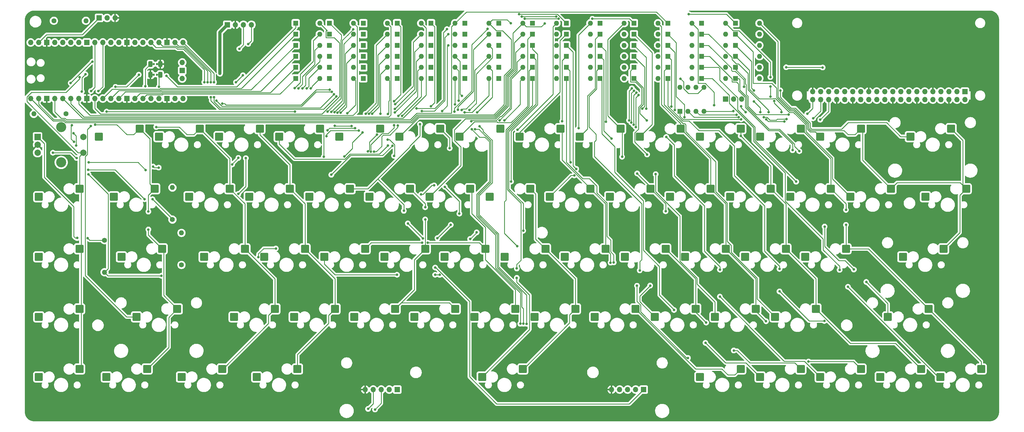
<source format=gbl>
G04 #@! TF.GenerationSoftware,KiCad,Pcbnew,7.0.7*
G04 #@! TF.CreationDate,2023-09-04T20:14:06-04:00*
G04 #@! TF.ProjectId,MainBoard,4d61696e-426f-4617-9264-2e6b69636164,rev?*
G04 #@! TF.SameCoordinates,Original*
G04 #@! TF.FileFunction,Copper,L2,Bot*
G04 #@! TF.FilePolarity,Positive*
%FSLAX46Y46*%
G04 Gerber Fmt 4.6, Leading zero omitted, Abs format (unit mm)*
G04 Created by KiCad (PCBNEW 7.0.7) date 2023-09-04 20:14:06*
%MOMM*%
%LPD*%
G01*
G04 APERTURE LIST*
G04 Aperture macros list*
%AMRoundRect*
0 Rectangle with rounded corners*
0 $1 Rounding radius*
0 $2 $3 $4 $5 $6 $7 $8 $9 X,Y pos of 4 corners*
0 Add a 4 corners polygon primitive as box body*
4,1,4,$2,$3,$4,$5,$6,$7,$8,$9,$2,$3,0*
0 Add four circle primitives for the rounded corners*
1,1,$1+$1,$2,$3*
1,1,$1+$1,$4,$5*
1,1,$1+$1,$6,$7*
1,1,$1+$1,$8,$9*
0 Add four rect primitives between the rounded corners*
20,1,$1+$1,$2,$3,$4,$5,0*
20,1,$1+$1,$4,$5,$6,$7,0*
20,1,$1+$1,$6,$7,$8,$9,0*
20,1,$1+$1,$8,$9,$2,$3,0*%
G04 Aperture macros list end*
G04 #@! TA.AperFunction,SMDPad,CuDef*
%ADD10RoundRect,0.250000X0.412500X0.650000X-0.412500X0.650000X-0.412500X-0.650000X0.412500X-0.650000X0*%
G04 #@! TD*
G04 #@! TA.AperFunction,SMDPad,CuDef*
%ADD11R,0.680000X0.435000*%
G04 #@! TD*
G04 #@! TA.AperFunction,SMDPad,CuDef*
%ADD12RoundRect,0.140000X0.140000X0.170000X-0.140000X0.170000X-0.140000X-0.170000X0.140000X-0.170000X0*%
G04 #@! TD*
G04 #@! TA.AperFunction,ComponentPad*
%ADD13R,1.600000X1.600000*%
G04 #@! TD*
G04 #@! TA.AperFunction,ComponentPad*
%ADD14O,1.600000X1.600000*%
G04 #@! TD*
G04 #@! TA.AperFunction,ComponentPad*
%ADD15R,1.700000X1.700000*%
G04 #@! TD*
G04 #@! TA.AperFunction,ComponentPad*
%ADD16O,1.700000X1.700000*%
G04 #@! TD*
G04 #@! TA.AperFunction,ComponentPad*
%ADD17R,2.000000X2.000000*%
G04 #@! TD*
G04 #@! TA.AperFunction,ComponentPad*
%ADD18C,2.000000*%
G04 #@! TD*
G04 #@! TA.AperFunction,ComponentPad*
%ADD19C,3.200000*%
G04 #@! TD*
G04 #@! TA.AperFunction,SMDPad,CuDef*
%ADD20RoundRect,0.250000X1.025000X1.000000X-1.025000X1.000000X-1.025000X-1.000000X1.025000X-1.000000X0*%
G04 #@! TD*
G04 #@! TA.AperFunction,ComponentPad*
%ADD21C,1.600000*%
G04 #@! TD*
G04 #@! TA.AperFunction,ViaPad*
%ADD22C,0.800000*%
G04 #@! TD*
G04 #@! TA.AperFunction,Conductor*
%ADD23C,0.250000*%
G04 #@! TD*
G04 #@! TA.AperFunction,Conductor*
%ADD24C,1.000000*%
G04 #@! TD*
G04 APERTURE END LIST*
D10*
X42964500Y-27330400D03*
D11*
X42162000Y-27330400D03*
D12*
X41882000Y-27330400D03*
X40922000Y-27330400D03*
D11*
X40502000Y-27330400D03*
D10*
X39839500Y-27330400D03*
X42964500Y-23980400D03*
D11*
X42162000Y-23980400D03*
D12*
X41882000Y-23980400D03*
X40922000Y-23980400D03*
D11*
X40502000Y-23980400D03*
D10*
X39839500Y-23980400D03*
D13*
X85860000Y-18000000D03*
D14*
X93480000Y-18000000D03*
D13*
X225220000Y-28500000D03*
D14*
X232840000Y-28500000D03*
D13*
X128740000Y-14500000D03*
D14*
X136360000Y-14500000D03*
D13*
X118020000Y-28500000D03*
D14*
X125640000Y-28500000D03*
D13*
X160900000Y-11000000D03*
D14*
X168520000Y-11000000D03*
D13*
X85860000Y-14500000D03*
D14*
X93480000Y-14500000D03*
D13*
X182340000Y-18000000D03*
D14*
X189960000Y-18000000D03*
D13*
X128740000Y-21500000D03*
D14*
X136360000Y-21500000D03*
D13*
X203780000Y-18000000D03*
D14*
X211400000Y-18000000D03*
D13*
X107300000Y-28500000D03*
D14*
X114920000Y-28500000D03*
D13*
X96580000Y-14500000D03*
D14*
X104200000Y-14500000D03*
D13*
X150180000Y-28500000D03*
D14*
X157800000Y-28500000D03*
D13*
X193060000Y-11000000D03*
D14*
X200680000Y-11000000D03*
D13*
X225220000Y-21500000D03*
D14*
X232840000Y-21500000D03*
D13*
X107300000Y-11000000D03*
D14*
X114920000Y-11000000D03*
D13*
X128740000Y-11000000D03*
D14*
X136360000Y-11000000D03*
D13*
X203780000Y-14500000D03*
D14*
X211400000Y-14500000D03*
D13*
X150180000Y-11000000D03*
D14*
X157800000Y-11000000D03*
D13*
X160900000Y-21500000D03*
D14*
X168520000Y-21500000D03*
D13*
X203780000Y-28500000D03*
D14*
X211400000Y-28500000D03*
D13*
X118020000Y-21500000D03*
D14*
X125640000Y-21500000D03*
D13*
X171620000Y-28500000D03*
D14*
X179240000Y-28500000D03*
D13*
X193060000Y-14500000D03*
D14*
X200680000Y-14500000D03*
D13*
X203780000Y-21500000D03*
D14*
X211400000Y-21500000D03*
D15*
X64220000Y-11500000D03*
D16*
X66760000Y-11500000D03*
X69300000Y-11500000D03*
X71840000Y-11500000D03*
D13*
X150180000Y-21500000D03*
D14*
X157800000Y-21500000D03*
D13*
X214500000Y-11000000D03*
D14*
X222120000Y-11000000D03*
D13*
X182340000Y-21500000D03*
D14*
X189960000Y-21500000D03*
D13*
X214500000Y-18000000D03*
D14*
X222120000Y-18000000D03*
D15*
X222072200Y-35026600D03*
D16*
X224612200Y-35026600D03*
X227152200Y-35026600D03*
D13*
X225220000Y-14500000D03*
D14*
X232840000Y-14500000D03*
D13*
X139460000Y-18000000D03*
D14*
X147080000Y-18000000D03*
D13*
X193060000Y-28500000D03*
D14*
X200680000Y-28500000D03*
D13*
X193060000Y-21500000D03*
D14*
X200680000Y-21500000D03*
D13*
X118020000Y-11000000D03*
D14*
X125640000Y-11000000D03*
D13*
X225220000Y-25000000D03*
D14*
X232840000Y-25000000D03*
D13*
X171620000Y-18000000D03*
D14*
X179240000Y-18000000D03*
D13*
X171620000Y-21500000D03*
D14*
X179240000Y-21500000D03*
D13*
X107300000Y-25000000D03*
D14*
X114920000Y-25000000D03*
D13*
X182340000Y-14500000D03*
D14*
X189960000Y-14500000D03*
D13*
X96580000Y-28500000D03*
D14*
X104200000Y-28500000D03*
D13*
X107300000Y-21500000D03*
D14*
X114920000Y-21500000D03*
D13*
X171620000Y-25000000D03*
D14*
X179240000Y-25000000D03*
D13*
X182340000Y-11000000D03*
D14*
X189960000Y-11000000D03*
D13*
X85860000Y-21500000D03*
D14*
X93480000Y-21500000D03*
D13*
X139460000Y-21500000D03*
D14*
X147080000Y-21500000D03*
D15*
X297930000Y-32680000D03*
D16*
X297930000Y-35220000D03*
X295390000Y-32680000D03*
X295390000Y-35220000D03*
X292850000Y-32680000D03*
X292850000Y-35220000D03*
X290310000Y-32680000D03*
X290310000Y-35220000D03*
X287770000Y-32680000D03*
X287770000Y-35220000D03*
X285230000Y-32680000D03*
X285230000Y-35220000D03*
X282690000Y-32680000D03*
X282690000Y-35220000D03*
X280150000Y-32680000D03*
X280150000Y-35220000D03*
X277610000Y-32680000D03*
X277610000Y-35220000D03*
X275070000Y-32680000D03*
X275070000Y-35220000D03*
X272530000Y-32680000D03*
X272530000Y-35220000D03*
X269990000Y-32680000D03*
X269990000Y-35220000D03*
X267450000Y-32680000D03*
X267450000Y-35220000D03*
X264910000Y-32680000D03*
X264910000Y-35220000D03*
X262370000Y-32680000D03*
X262370000Y-35220000D03*
X259830000Y-32680000D03*
X259830000Y-35220000D03*
X257290000Y-32680000D03*
X257290000Y-35220000D03*
X254750000Y-32680000D03*
X254750000Y-35220000D03*
X252210000Y-32680000D03*
X252210000Y-35220000D03*
X249670000Y-32680000D03*
X249670000Y-35220000D03*
D13*
X160900000Y-28500000D03*
D14*
X168520000Y-28500000D03*
D13*
X214500000Y-25000000D03*
D14*
X222120000Y-25000000D03*
D13*
X182340000Y-28500000D03*
D14*
X189960000Y-28500000D03*
D13*
X128740000Y-18000000D03*
D14*
X136360000Y-18000000D03*
D13*
X214500000Y-21500000D03*
D14*
X222120000Y-21500000D03*
D13*
X85860000Y-28500000D03*
D14*
X93480000Y-28500000D03*
D13*
X160900000Y-18000000D03*
D14*
X168520000Y-18000000D03*
D13*
X171620000Y-11000000D03*
D14*
X179240000Y-11000000D03*
D13*
X150180000Y-18000000D03*
D14*
X157800000Y-18000000D03*
D13*
X107300000Y-18000000D03*
D14*
X114920000Y-18000000D03*
D13*
X193060000Y-25000000D03*
D14*
X200680000Y-25000000D03*
D13*
X203780000Y-25000000D03*
D14*
X211400000Y-25000000D03*
D13*
X96580000Y-11000000D03*
D14*
X104200000Y-11000000D03*
D17*
X4045000Y-47045000D03*
D18*
X4045000Y-52045000D03*
X4045000Y-49545000D03*
D19*
X11545000Y-43945000D03*
X11545000Y-55145000D03*
D18*
X18545000Y-52045000D03*
X18545000Y-47045000D03*
D13*
X139460000Y-28500000D03*
D14*
X147080000Y-28500000D03*
D13*
X150180000Y-25000000D03*
D14*
X157800000Y-25000000D03*
D13*
X225220000Y-11000000D03*
D14*
X232840000Y-11000000D03*
D13*
X118020000Y-25000000D03*
D14*
X125640000Y-25000000D03*
D13*
X85860000Y-11000000D03*
D14*
X93480000Y-11000000D03*
D13*
X128740000Y-25000000D03*
D14*
X136360000Y-25000000D03*
D13*
X203780000Y-11000000D03*
D14*
X211400000Y-11000000D03*
D13*
X96580000Y-21500000D03*
D14*
X104200000Y-21500000D03*
D13*
X150180000Y-14500000D03*
D14*
X157800000Y-14500000D03*
D13*
X118020000Y-18000000D03*
D14*
X125640000Y-18000000D03*
D13*
X207645000Y-38912800D03*
D14*
X210185000Y-38912800D03*
X212725000Y-38912800D03*
X215265000Y-38912800D03*
X215265000Y-31292800D03*
X212725000Y-31292800D03*
X210185000Y-31292800D03*
X207645000Y-31292800D03*
D13*
X225220000Y-18000000D03*
D14*
X232840000Y-18000000D03*
D13*
X96580000Y-18000000D03*
D14*
X104200000Y-18000000D03*
D13*
X193060000Y-18000000D03*
D14*
X200680000Y-18000000D03*
D16*
X1870000Y-34890000D03*
X4410000Y-34890000D03*
D15*
X6950000Y-34890000D03*
D16*
X9490000Y-34890000D03*
X12030000Y-34890000D03*
X14570000Y-34890000D03*
X17110000Y-34890000D03*
D15*
X19650000Y-34890000D03*
D16*
X22190000Y-34890000D03*
X24730000Y-34890000D03*
X27270000Y-34890000D03*
X29810000Y-34890000D03*
D15*
X32350000Y-34890000D03*
D16*
X34890000Y-34890000D03*
X37430000Y-34890000D03*
X39970000Y-34890000D03*
X42510000Y-34890000D03*
D15*
X45050000Y-34890000D03*
D16*
X47590000Y-34890000D03*
X50130000Y-34890000D03*
X50130000Y-17110000D03*
X47590000Y-17110000D03*
D15*
X45050000Y-17110000D03*
D16*
X42510000Y-17110000D03*
X39970000Y-17110000D03*
X37430000Y-17110000D03*
X34890000Y-17110000D03*
D15*
X32350000Y-17110000D03*
D16*
X29810000Y-17110000D03*
X27270000Y-17110000D03*
X24730000Y-17110000D03*
X22190000Y-17110000D03*
D15*
X19650000Y-17110000D03*
D16*
X17110000Y-17110000D03*
X14570000Y-17110000D03*
X12030000Y-17110000D03*
X9490000Y-17110000D03*
D15*
X6950000Y-17110000D03*
D16*
X4410000Y-17110000D03*
X1870000Y-17110000D03*
X49900000Y-28540000D03*
D15*
X49900000Y-26000000D03*
D16*
X49900000Y-23460000D03*
D13*
X107300000Y-14500000D03*
D14*
X114920000Y-14500000D03*
D13*
X85860000Y-25000000D03*
D14*
X93480000Y-25000000D03*
D13*
X139460000Y-11000000D03*
D14*
X147080000Y-11000000D03*
D13*
X214500000Y-14500000D03*
D14*
X222120000Y-14500000D03*
D13*
X160900000Y-25000000D03*
D14*
X168520000Y-25000000D03*
D13*
X139460000Y-25000000D03*
D14*
X147080000Y-25000000D03*
D13*
X96580000Y-25000000D03*
D14*
X104200000Y-25000000D03*
D13*
X128740000Y-28500000D03*
D14*
X136360000Y-28500000D03*
D13*
X214500000Y-28500000D03*
D14*
X222120000Y-28500000D03*
D13*
X182340000Y-25000000D03*
D14*
X189960000Y-25000000D03*
D13*
X118020000Y-14500000D03*
D14*
X125640000Y-14500000D03*
D13*
X171620000Y-14500000D03*
D14*
X179240000Y-14500000D03*
D13*
X160900000Y-14500000D03*
D14*
X168520000Y-14500000D03*
D13*
X139460000Y-14500000D03*
D14*
X147080000Y-14500000D03*
D20*
X133027500Y-85085000D03*
X145954500Y-82545000D03*
X90165000Y-66035000D03*
X103092000Y-63495000D03*
X144933750Y-123184999D03*
X157860750Y-120644999D03*
X171127500Y-85085000D03*
X184054500Y-82545000D03*
X4440000Y-104134999D03*
X17367000Y-101594999D03*
X209227500Y-85085000D03*
X222154500Y-82545000D03*
X213990000Y-46985000D03*
X226917000Y-44445000D03*
X128265000Y-66035000D03*
X141192000Y-63495000D03*
X228277500Y-85085000D03*
X241204500Y-82545000D03*
X185415000Y-66035000D03*
X198342000Y-63495000D03*
X199702500Y-104134999D03*
X212629500Y-101594999D03*
X71115000Y-66035000D03*
X84042000Y-63495000D03*
D15*
X118048750Y-127160000D03*
D16*
X115508750Y-127160000D03*
X112968750Y-127160000D03*
X110428750Y-127160000D03*
X107888750Y-127160000D03*
D20*
X109215000Y-66035000D03*
X122142000Y-63495000D03*
X85402500Y-104134999D03*
X98329500Y-101594999D03*
X252090000Y-46985000D03*
X265017000Y-44445000D03*
X261615000Y-66035000D03*
X274542000Y-63495000D03*
X278283750Y-85085000D03*
X291210750Y-82545000D03*
X73496250Y-123184999D03*
X86423250Y-120644999D03*
X213990000Y-123184999D03*
X226917000Y-120644999D03*
X49683750Y-123184999D03*
X62610750Y-120644999D03*
X23490000Y-46985000D03*
X36417000Y-44445000D03*
X252090000Y-123184999D03*
X265017000Y-120644999D03*
X30633750Y-85085000D03*
X43560750Y-82545000D03*
X247327500Y-85085000D03*
X260254500Y-82545000D03*
X271140000Y-123184999D03*
X284067000Y-120644999D03*
D21*
X49657000Y-87655400D03*
D14*
X49657000Y-77495400D03*
D20*
X25871249Y-123184999D03*
X38798249Y-120644999D03*
X161602500Y-104134999D03*
X174529500Y-101594999D03*
X118739999Y-46985000D03*
X131666999Y-44445000D03*
X123502500Y-104134999D03*
X136429500Y-101594999D03*
X233040000Y-46985000D03*
X245967000Y-44445000D03*
X52065000Y-66035000D03*
X64992000Y-63495000D03*
X42540000Y-46985000D03*
X55467000Y-44445000D03*
D15*
X196148750Y-127160000D03*
D16*
X193608750Y-127160000D03*
X191068750Y-127160000D03*
X188528750Y-127160000D03*
X185988750Y-127160000D03*
D20*
X175890000Y-46985000D03*
X188817000Y-44445000D03*
X237802500Y-104134999D03*
X250729500Y-101594999D03*
X273521250Y-104134999D03*
X286448250Y-101594999D03*
D21*
X13030200Y-39751000D03*
D14*
X2870200Y-39751000D03*
D21*
X25273000Y-79806800D03*
D14*
X25273000Y-89966800D03*
D20*
X4440000Y-123184999D03*
X17367000Y-120644999D03*
X4440000Y-85085000D03*
X17367000Y-82545000D03*
X218752500Y-104134999D03*
X231679500Y-101594999D03*
D21*
X9220200Y-10236200D03*
D14*
X19380200Y-10236200D03*
D20*
X156840000Y-46985000D03*
X169767000Y-44445000D03*
X285427500Y-66035000D03*
X298354500Y-63495000D03*
X94927500Y-85085000D03*
X107854500Y-82545000D03*
X190177500Y-85085000D03*
X203104500Y-82545000D03*
D21*
X46786800Y-73279000D03*
D14*
X46786800Y-63119000D03*
D20*
X233040000Y-123184999D03*
X245967000Y-120644999D03*
X4440000Y-66035000D03*
X17367000Y-63495000D03*
X166365000Y-66035000D03*
X179292000Y-63495000D03*
X290190000Y-123184999D03*
X303117000Y-120644999D03*
X280665000Y-46985000D03*
X293592000Y-44445000D03*
X242565000Y-66035000D03*
X255492000Y-63495000D03*
D15*
X23520400Y-9347200D03*
D16*
X26060400Y-9347200D03*
X28600400Y-9347200D03*
D20*
X56827500Y-85085000D03*
X69754500Y-82545000D03*
X75877500Y-85085000D03*
X88804500Y-82545000D03*
X147315000Y-66035000D03*
X160242000Y-63495000D03*
X61590000Y-46985000D03*
X74517000Y-44445000D03*
X80640000Y-46985000D03*
X93567000Y-44445000D03*
X28252500Y-66035000D03*
X41179500Y-63495000D03*
X99689999Y-46985000D03*
X112616999Y-44445000D03*
X194940000Y-46985000D03*
X207867000Y-44445000D03*
X66352500Y-104134999D03*
X79279500Y-101594999D03*
X35396250Y-104134999D03*
X48323250Y-101594999D03*
X113977500Y-85085000D03*
X126904500Y-82545000D03*
X223515000Y-66035000D03*
X236442000Y-63495000D03*
X137790000Y-46985000D03*
X150717000Y-44445000D03*
X104452500Y-104134999D03*
X117379500Y-101594999D03*
X204465000Y-66035000D03*
X217392000Y-63495000D03*
X180652500Y-104134999D03*
X193579500Y-101594999D03*
X142552500Y-104134999D03*
X155479500Y-101594999D03*
X152077500Y-85085000D03*
X165004500Y-82545000D03*
D22*
X6629400Y-45135800D03*
X129725100Y-117728400D03*
X3073400Y-20066000D03*
X45028104Y-8255000D03*
X63102744Y-8255000D03*
X260136341Y-17449800D03*
X278573751Y-23850600D03*
X133281100Y-119100000D03*
X261954682Y-21920200D03*
X276449683Y-38074600D03*
X273042528Y-23850600D03*
X280393669Y-8400000D03*
X49555400Y-72034400D03*
X249438148Y-134400000D03*
X132100000Y-119100000D03*
X304850800Y-105968800D03*
X32562800Y-26111200D03*
X28915896Y-129616200D03*
X270747408Y-134400000D03*
X273017128Y-21920200D03*
X6985000Y-30175200D03*
X130918900Y-121868600D03*
X6908800Y-28829000D03*
X52257960Y-8255000D03*
X263798423Y-21920200D03*
X5816600Y-44094400D03*
X45720000Y-25400000D03*
X255830926Y-134400000D03*
X135643300Y-119100000D03*
X275009260Y-134400000D03*
X41413176Y-8255000D03*
X19481800Y-32283400D03*
X50238526Y-132207000D03*
X33177748Y-129616200D03*
X31046822Y-129616200D03*
X64307720Y-8255000D03*
X138005500Y-121868600D03*
X41701452Y-129616200D03*
X267511305Y-23850600D03*
X18261266Y-129616200D03*
X258267200Y-19532600D03*
X287767056Y-15773400D03*
X34594800Y-11404600D03*
X13309600Y-24815800D03*
X47498000Y-25552400D03*
X42335752Y-11404600D03*
X247307100Y-28498800D03*
X32562800Y-24612600D03*
X278548351Y-19532600D03*
X132100000Y-121868600D03*
X44270990Y-11404600D03*
X284106551Y-10076400D03*
X274822130Y-38074600D03*
X20320000Y-19888200D03*
X304850800Y-82072742D03*
X59487816Y-8255000D03*
X66717672Y-8255000D03*
X20392192Y-129616200D03*
X57080150Y-20091400D03*
X273044105Y-10076400D03*
X11868488Y-129616200D03*
X263798423Y-19532600D03*
X276704610Y-19532600D03*
X245211600Y-27203400D03*
X263800000Y-8400000D03*
X37497657Y-11404600D03*
X30474355Y-20040600D03*
X2768600Y-25958800D03*
X249402600Y-27203400D03*
X304850800Y-96777998D03*
X34343620Y-20040600D03*
X10769600Y-20116800D03*
X261981659Y-10076400D03*
X263798423Y-15773400D03*
X4140200Y-20193000D03*
X280392092Y-15773400D03*
X80071490Y-132207000D03*
X265667564Y-17449800D03*
X245176296Y-134400000D03*
X35308674Y-129616200D03*
X22523118Y-129616200D03*
X240914444Y-134400000D03*
X263823823Y-23850600D03*
X267511305Y-17449800D03*
X33680400Y-26111200D03*
X257961852Y-134400000D03*
X269331223Y-8400000D03*
X13999414Y-129616200D03*
X133268400Y-117728400D03*
X130906200Y-120497000D03*
X58026300Y-20091400D03*
X304850800Y-89425370D03*
X285948715Y-17449800D03*
X248354850Y-27203400D03*
X20828000Y-27609800D03*
X261956259Y-8400000D03*
X77940564Y-132207000D03*
X246259350Y-27203400D03*
X268311918Y-38074600D03*
X20701000Y-26466800D03*
X35562419Y-11404600D03*
X280419069Y-10076400D03*
X261954682Y-15773400D03*
X135630600Y-120497000D03*
X57077864Y-8255000D03*
X36530038Y-11404600D03*
X45963304Y-129616200D03*
X274862446Y-8400000D03*
X265056812Y-38074600D03*
X278549928Y-8400000D03*
X287768633Y-8400000D03*
X304850800Y-72881957D03*
X35633375Y-20040600D03*
X245211600Y-29768800D03*
X287794033Y-10076400D03*
X48094236Y-129616200D03*
X136811700Y-117728400D03*
X33680400Y-24612600D03*
X54500378Y-132207000D03*
X284079574Y-15773400D03*
X247307222Y-134400000D03*
X45238609Y-11404600D03*
X260110941Y-19532600D03*
X260110941Y-15773400D03*
X266684365Y-38074600D03*
X39432895Y-11404600D03*
X271567024Y-38074600D03*
X31445200Y-27762200D03*
X58972450Y-20091400D03*
X65512696Y-8255000D03*
X304850800Y-100454312D03*
X9753600Y-30175200D03*
X304850800Y-87587213D03*
X267485905Y-15773400D03*
X278573751Y-17449800D03*
X273194577Y-38074600D03*
X261980082Y-23850600D03*
X284104974Y-17449800D03*
X7493000Y-46253400D03*
X282237410Y-8400000D03*
X67922648Y-8255000D03*
X272878334Y-134400000D03*
X258267200Y-21920200D03*
X2184400Y-21310600D03*
X7606636Y-129616200D03*
X31445200Y-26111200D03*
X269355046Y-17449800D03*
X54914800Y-11455400D03*
X304850800Y-91263527D03*
X136824400Y-119100000D03*
X42618152Y-8255000D03*
X5029200Y-43154600D03*
X238783518Y-134400000D03*
X271174964Y-8400000D03*
X278575328Y-10076400D03*
X51052984Y-8255000D03*
X282262810Y-10076400D03*
X246259350Y-28498800D03*
X9737562Y-129616200D03*
X134462200Y-121868600D03*
X282261233Y-23850600D03*
X280417492Y-17449800D03*
X273018705Y-8400000D03*
X271200364Y-10076400D03*
X285923315Y-21920200D03*
X284079574Y-21920200D03*
X304850800Y-76558271D03*
X49848008Y-8255000D03*
X88595200Y-132207000D03*
X39570526Y-129616200D03*
X304850800Y-93101684D03*
X274860869Y-21920200D03*
X24654044Y-129616200D03*
X60692792Y-8255000D03*
X276704610Y-15773400D03*
X268616482Y-134400000D03*
X31764110Y-20040600D03*
X129737800Y-119100000D03*
X304850800Y-71043800D03*
X47173847Y-11404600D03*
X289636200Y-23850600D03*
X61897768Y-8255000D03*
X52979561Y-11404600D03*
X267485905Y-19532600D03*
X243045370Y-134400000D03*
X263823823Y-17449800D03*
X29184600Y-20040600D03*
X279704800Y-38074600D03*
X56631304Y-132207000D03*
X289637777Y-10076400D03*
X43303371Y-11404600D03*
X271198787Y-23850600D03*
X273017128Y-15773400D03*
X304850800Y-80234585D03*
X280417492Y-23850600D03*
X70332600Y-8255000D03*
X134449500Y-117728400D03*
X8813800Y-20015200D03*
X29210000Y-24612600D03*
X30327600Y-24612600D03*
X258267200Y-15773400D03*
X49453800Y-69951600D03*
X30327600Y-26111200D03*
X132087300Y-120497000D03*
X53462936Y-8255000D03*
X8178800Y-30530800D03*
X285924892Y-8400000D03*
X25196800Y-32461200D03*
X304850800Y-83910899D03*
X269329646Y-19532600D03*
X133281100Y-121868600D03*
X282235833Y-21920200D03*
X49733200Y-55168800D03*
X287767056Y-21920200D03*
X16306800Y-23444200D03*
X304850800Y-78396428D03*
X278548351Y-15773400D03*
X265642164Y-19532600D03*
X248354850Y-29768800D03*
X304850800Y-104130626D03*
X138005500Y-119100000D03*
X6629400Y-26111200D03*
X274860869Y-15773400D03*
X285950292Y-10076400D03*
X29210000Y-27762200D03*
X304850800Y-94939841D03*
X285923315Y-15773400D03*
X266485556Y-134400000D03*
X51044323Y-11404600D03*
X67285934Y-132207000D03*
X132087300Y-117728400D03*
X58762230Y-132207000D03*
X269939471Y-38074600D03*
X46206228Y-11404600D03*
X7340600Y-23571200D03*
X258268777Y-8400000D03*
X264354630Y-134400000D03*
X282235833Y-15773400D03*
X2057400Y-30911800D03*
X14528800Y-22021800D03*
X16992600Y-19913600D03*
X249402600Y-29768800D03*
X52011942Y-11404600D03*
X40400514Y-11404600D03*
X133268400Y-120497000D03*
X40792400Y-20040600D03*
X1701800Y-20015200D03*
X3937000Y-21386800D03*
X73678712Y-132207000D03*
X276730010Y-17449800D03*
X33680400Y-27762200D03*
X263825400Y-10076400D03*
X271198787Y-17449800D03*
X258292600Y-17449800D03*
X267485905Y-21920200D03*
X265669141Y-10076400D03*
X18592800Y-19888200D03*
X32562800Y-27762200D03*
X4495800Y-25831800D03*
X278077236Y-38074600D03*
X16130340Y-129616200D03*
X260092778Y-134400000D03*
X258292600Y-23850600D03*
X1854200Y-25908000D03*
X304850800Y-74720114D03*
X261980082Y-17449800D03*
X26784970Y-129616200D03*
X130918900Y-119100000D03*
X46233080Y-8255000D03*
X69127624Y-8255000D03*
X274886269Y-23850600D03*
X48141466Y-11404600D03*
X265642164Y-15773400D03*
X289610800Y-19532600D03*
X271173387Y-15773400D03*
X269329646Y-15773400D03*
X130906200Y-117728400D03*
X253700000Y-134400000D03*
X273017128Y-19532600D03*
X58282840Y-8255000D03*
X31445200Y-24612600D03*
X38465276Y-11404600D03*
X304850800Y-102292469D03*
X265643741Y-8400000D03*
X82202416Y-132207000D03*
X50076704Y-11404600D03*
X260112518Y-8400000D03*
X56134000Y-20091400D03*
X84333342Y-132207000D03*
X48107600Y-132207000D03*
X75809638Y-132207000D03*
X137992800Y-120497000D03*
X55872888Y-8255000D03*
X280392092Y-19532600D03*
X129725100Y-120497000D03*
X48643032Y-8255000D03*
X4038600Y-31013400D03*
X282261233Y-17449800D03*
X284081151Y-8400000D03*
X52369452Y-132207000D03*
X29210000Y-26111200D03*
X287792456Y-17449800D03*
X37439600Y-129616200D03*
X137992800Y-117728400D03*
X59918600Y-20091400D03*
X71547786Y-132207000D03*
X282235833Y-19532600D03*
X135630600Y-117728400D03*
X287792456Y-23850600D03*
X269329646Y-21920200D03*
X53947180Y-11404600D03*
X261954682Y-19532600D03*
X262223704Y-134400000D03*
X18516600Y-23469600D03*
X258294177Y-10076400D03*
X267487482Y-8400000D03*
X289612377Y-8400000D03*
X247307100Y-29768800D03*
X280392092Y-21920200D03*
X8178800Y-25781000D03*
X276730010Y-23850600D03*
X260137918Y-10076400D03*
X63024082Y-132207000D03*
X289610800Y-21920200D03*
X49109085Y-11404600D03*
X38212885Y-20040600D03*
X274886269Y-17449800D03*
X45999400Y-23545800D03*
X135643300Y-121868600D03*
X86464268Y-132207000D03*
X47438056Y-8255000D03*
X129737800Y-121868600D03*
X47320200Y-23850600D03*
X267512882Y-10076400D03*
X245211600Y-28498800D03*
X279271118Y-134400000D03*
X11252200Y-30708600D03*
X265642164Y-21920200D03*
X285948715Y-23850600D03*
X274887846Y-10076400D03*
X277140186Y-134400000D03*
X247307100Y-27203400D03*
X276704610Y-21920200D03*
X304850800Y-85749056D03*
X278548351Y-21920200D03*
X69416860Y-132207000D03*
X273042528Y-17449800D03*
X265667564Y-23850600D03*
X9956800Y-26416000D03*
X36923130Y-20040600D03*
X41368133Y-11404600D03*
X260174153Y-38074600D03*
X49276000Y-67716400D03*
X49784000Y-53848000D03*
X289610800Y-15773400D03*
X60893156Y-132207000D03*
X260110941Y-21920200D03*
X45008800Y-36982400D03*
X269355046Y-23850600D03*
X17449800Y-24765000D03*
X287767056Y-19532600D03*
X263429259Y-38074600D03*
X289636200Y-17449800D03*
X284104974Y-23850600D03*
X284079574Y-19532600D03*
X276706187Y-8400000D03*
X246259350Y-29768800D03*
X251569074Y-134400000D03*
X136824400Y-121868600D03*
X274860869Y-19532600D03*
X134449500Y-120497000D03*
X40208200Y-8255000D03*
X134462200Y-119100000D03*
X30327600Y-27762200D03*
X33053865Y-20040600D03*
X271173387Y-21920200D03*
X43823128Y-8255000D03*
X260136341Y-23850600D03*
X249402600Y-28498800D03*
X54667912Y-8255000D03*
X43832378Y-129616200D03*
X65155008Y-132207000D03*
X39502640Y-20040600D03*
X136811700Y-120497000D03*
X248354850Y-28498800D03*
X285923315Y-19532600D03*
X258546600Y-38074600D03*
X261801706Y-38074600D03*
X304850800Y-98616155D03*
X269356623Y-10076400D03*
X271173387Y-19532600D03*
X276731587Y-10076400D03*
X39839500Y-23980400D03*
X21465500Y-23190200D03*
X14528800Y-29972000D03*
X38176200Y-31013400D03*
X14935200Y-43383200D03*
X36144200Y-27330400D03*
X38328600Y-57556400D03*
X15582300Y-48615600D03*
X42431300Y-56794400D03*
X28752800Y-31189500D03*
X42519600Y-31189500D03*
X20218400Y-55118000D03*
X42964500Y-27330400D03*
X40690800Y-56464200D03*
X17377899Y-28147499D03*
X44907200Y-27711400D03*
X95986600Y-39065200D03*
X39167500Y-70739000D03*
X85623400Y-39069700D03*
X25933400Y-39039800D03*
X22269407Y-43218700D03*
X39167500Y-76428600D03*
X156667200Y-8141300D03*
X104100000Y-13000000D03*
X97133067Y-39156932D03*
X41652655Y-43913254D03*
X168452800Y-8865800D03*
X157482454Y-8865800D03*
X74721802Y-44649802D03*
X117017800Y-35763200D03*
X179882800Y-9590300D03*
X158471241Y-9595840D03*
X169167951Y-9590300D03*
X94769377Y-53377500D03*
X130060100Y-88493600D03*
X103092000Y-63495000D03*
X126180000Y-79273400D03*
X128676400Y-37312246D03*
X125247400Y-43027600D03*
X120130000Y-70485000D03*
X121395700Y-74489100D03*
X126904500Y-73228200D03*
X124104400Y-38023800D03*
X114985800Y-47904400D03*
X117043200Y-53060600D03*
X133807200Y-12877800D03*
X112616999Y-44445000D03*
X126904500Y-69367400D03*
X122142000Y-63495000D03*
X154000000Y-11000000D03*
X127736600Y-80645000D03*
X141192000Y-63495000D03*
X136194800Y-39039800D03*
X134658700Y-50647600D03*
X146700000Y-12800000D03*
X131321556Y-44099557D03*
X125882400Y-80645000D03*
X210439000Y-8141300D03*
X164769800Y-11074400D03*
X150717000Y-44445000D03*
X160274000Y-63627000D03*
X156133800Y-44754800D03*
X185648600Y-86918800D03*
X175514000Y-44272200D03*
X169767000Y-44445000D03*
X193579500Y-101595000D03*
X215950800Y-105943400D03*
X224713800Y-114782600D03*
X203098400Y-70637400D03*
X194081400Y-58648600D03*
X189305000Y-53364200D03*
X203104500Y-82545000D03*
X234924600Y-105511600D03*
X248379500Y-118295000D03*
X226917000Y-46780200D03*
X218490800Y-36982400D03*
X236296200Y-31038800D03*
X260254500Y-70205600D03*
X245967000Y-44445000D03*
X236296200Y-28092400D03*
X239801400Y-39229700D03*
X237540800Y-35610800D03*
X236296200Y-34276700D03*
X260254500Y-74955400D03*
X85496400Y-31623000D03*
X98129395Y-39236521D03*
X23490000Y-46985000D03*
X42540000Y-46985000D03*
X103581200Y-43585200D03*
X98221800Y-43561000D03*
X108026200Y-39724500D03*
X117380066Y-36694741D03*
X61590000Y-46985000D03*
X115087400Y-49809400D03*
X134200000Y-14500000D03*
X125806200Y-38838300D03*
X99689999Y-46985000D03*
X137287000Y-38404800D03*
X209060000Y-40804500D03*
X213990000Y-46985000D03*
X235712000Y-39229700D03*
X233040000Y-46985000D03*
X86715600Y-31648400D03*
X4440000Y-66035000D03*
X28252500Y-66035000D03*
X99124005Y-39335297D03*
X65716500Y-55803800D03*
X52065000Y-66035000D03*
X67691000Y-53721000D03*
X109059394Y-39724108D03*
X104662000Y-44309700D03*
X95931501Y-44928301D03*
X71115000Y-66035000D03*
X117246400Y-38227000D03*
X134200000Y-18000000D03*
X132257800Y-38838300D03*
X116484400Y-49834800D03*
X90165000Y-66035000D03*
X97150000Y-59050000D03*
X109215000Y-66035000D03*
X129744500Y-62433200D03*
X125603000Y-65278000D03*
X140893800Y-38563800D03*
X154114500Y-61214000D03*
X147315000Y-66035000D03*
X174163501Y-59287899D03*
X174777400Y-57200800D03*
X184189500Y-42291000D03*
X185415000Y-66035000D03*
X196926200Y-38074600D03*
X204465000Y-66035000D03*
X223515000Y-66035000D03*
X206019400Y-38506400D03*
X242565000Y-66035000D03*
X227914200Y-31165800D03*
X239445800Y-32308800D03*
X231063800Y-32308800D03*
X4440000Y-85085000D03*
X88011000Y-31673800D03*
X30633750Y-85085000D03*
X100123139Y-39362443D03*
X70053200Y-53798251D03*
X105892600Y-45034200D03*
X56827500Y-85085000D03*
X95580200Y-46786800D03*
X67669099Y-65147501D03*
X110083600Y-39724500D03*
X117271800Y-39319200D03*
X75877500Y-85085000D03*
X159046853Y-106325538D03*
X138531600Y-34061400D03*
X144119600Y-43688000D03*
X138455400Y-38506400D03*
X113977500Y-85085000D03*
X133027500Y-85085000D03*
X141528800Y-42087800D03*
X157977000Y-76809600D03*
X152077500Y-85085000D03*
X170307000Y-42113200D03*
X171127500Y-85085000D03*
X185978800Y-47625000D03*
X190177500Y-85085000D03*
X195654499Y-38127101D03*
X209227500Y-85085000D03*
X204911399Y-37404601D03*
X228277500Y-85085000D03*
X247327500Y-85085000D03*
X243320000Y-51269200D03*
X4440000Y-104135000D03*
X89382600Y-31699200D03*
X66929000Y-29699900D03*
X69138800Y-27500900D03*
X20929600Y-43637200D03*
X74003000Y-85191600D03*
X101291853Y-53247153D03*
X112725200Y-39724500D03*
X107035600Y-45620500D03*
X79578200Y-82448400D03*
X66352500Y-104135000D03*
X118355657Y-40419700D03*
X116992400Y-43383200D03*
X85184198Y-103916698D03*
X109693697Y-51766273D03*
X158047703Y-106299000D03*
X137490200Y-35585400D03*
X142663399Y-44619399D03*
X130784600Y-79146400D03*
X135001000Y-74930000D03*
X133146800Y-62890400D03*
X137725000Y-71399400D03*
X143393700Y-39288300D03*
X123502500Y-104135000D03*
X142552500Y-104135000D03*
X150444200Y-41820500D03*
X156032200Y-81686400D03*
X161602500Y-104135000D03*
X172999400Y-55092600D03*
X180652500Y-104135000D03*
X198196200Y-94208600D03*
X194894200Y-89382600D03*
X197231000Y-52628800D03*
X199942000Y-58877200D03*
X253480000Y-75488800D03*
X266687734Y-93052466D03*
X244465614Y-61248786D03*
X262750734Y-89115466D03*
X242087400Y-39979600D03*
X285427500Y-66035000D03*
X4440000Y-123185000D03*
X90576400Y-31699200D03*
X102248057Y-39519700D03*
X25871249Y-123185000D03*
X108697277Y-51687841D03*
X49683750Y-123185000D03*
X115088119Y-39775681D03*
X111611899Y-46350701D03*
X118237000Y-43434000D03*
X110693200Y-51766273D03*
X119588880Y-40374580D03*
X73496250Y-123185000D03*
X141630400Y-44627800D03*
X136372600Y-36753800D03*
X157048200Y-106299000D03*
X139344400Y-39288300D03*
X104452500Y-104135000D03*
X143218500Y-77317600D03*
X151968200Y-41821000D03*
X131509100Y-90805000D03*
X130060100Y-90779600D03*
X141122400Y-79425800D03*
X117957000Y-90776353D03*
X210156750Y-117147650D03*
X194029500Y-94259400D03*
X213990000Y-123185000D03*
X186646029Y-86854450D03*
X215722200Y-112369600D03*
X205765400Y-101955600D03*
X197154800Y-41833800D03*
X220319600Y-89154000D03*
X220294200Y-97713800D03*
X203301600Y-47066200D03*
X239192500Y-96047006D03*
X253390400Y-105435400D03*
X239191800Y-88900000D03*
X271140000Y-123185000D03*
X258241800Y-89230200D03*
X260882829Y-94590171D03*
X155929500Y-88773000D03*
X155929500Y-91744800D03*
X61823600Y-26949400D03*
X68000000Y-19100000D03*
X70800000Y-17600000D03*
X245465600Y-51587400D03*
X278283750Y-85085000D03*
X207800000Y-28600000D03*
X96620866Y-32074449D03*
X56896000Y-29699900D03*
X191501500Y-41808400D03*
X192390953Y-31645569D03*
X62632844Y-36503356D03*
X98738200Y-34196800D03*
X194487800Y-33782000D03*
X58969902Y-34439460D03*
X193649600Y-43967400D03*
X58969897Y-29699900D03*
X192950500Y-43218776D03*
X98012934Y-33509054D03*
X59969400Y-34442400D03*
X59969400Y-29699900D03*
X193796922Y-33059718D03*
X60698144Y-35593255D03*
X192226000Y-42519600D03*
X97313880Y-32794682D03*
X193044482Y-32401813D03*
X57937400Y-29718000D03*
X231063800Y-35814000D03*
X224561400Y-38862000D03*
X252857000Y-25044400D03*
X228447600Y-39192200D03*
X227025200Y-37338000D03*
X241300000Y-24968200D03*
X233095800Y-39229700D03*
X240690400Y-42164000D03*
X227025200Y-41503600D03*
X252095000Y-41605200D03*
X234950000Y-41503600D03*
X19227800Y-27178000D03*
X43281600Y-91084400D03*
X16306800Y-49784000D03*
X15417800Y-45872400D03*
X18084800Y-32689800D03*
X20193000Y-58953400D03*
X111000000Y-133500000D03*
X20980400Y-32537400D03*
X23317200Y-32537400D03*
X108800000Y-133300000D03*
X241397155Y-41439500D03*
X226264335Y-40804500D03*
X234213400Y-40779100D03*
X249885200Y-41173400D03*
X225563198Y-40080000D03*
X248005600Y-39686900D03*
X19901500Y-79146400D03*
X16586200Y-79121000D03*
X40487600Y-66802000D03*
X20116800Y-57454800D03*
X8915400Y-52070000D03*
X16433800Y-53746400D03*
X37973000Y-66802000D03*
D23*
X38176200Y-25643700D02*
X39839500Y-23980400D01*
X21310600Y-23190200D02*
X14528800Y-29972000D01*
X38176200Y-31013400D02*
X38176200Y-25643700D01*
X21465500Y-23190200D02*
X21310600Y-23190200D01*
X42519600Y-27775300D02*
X42964500Y-27330400D01*
X38328600Y-57556400D02*
X35890200Y-55118000D01*
X32285100Y-31189500D02*
X36144200Y-27330400D01*
X42519600Y-31189500D02*
X42519600Y-27775300D01*
X41021000Y-56794400D02*
X40690800Y-56464200D01*
X15582300Y-48615600D02*
X14692800Y-47726100D01*
X28752800Y-31189500D02*
X32285100Y-31189500D01*
X35890200Y-55118000D02*
X20218400Y-55118000D01*
X14692800Y-43625600D02*
X14935200Y-43383200D01*
X42431300Y-56794400D02*
X41021000Y-56794400D01*
X14692800Y-47726100D02*
X14692800Y-43625600D01*
X85860000Y-12438000D02*
X85860000Y-11000000D01*
X17855000Y-82057000D02*
X17855000Y-63983000D01*
X16891400Y-52045000D02*
X18545000Y-52045000D01*
X48361600Y-31165800D02*
X67132200Y-31165800D01*
X17377899Y-28147499D02*
X17377899Y-28646065D01*
X695000Y-35848600D02*
X16891400Y-52045000D01*
X17367000Y-82545000D02*
X17855000Y-82057000D01*
X17855000Y-101107000D02*
X17855000Y-83033000D01*
X17855000Y-83033000D02*
X17367000Y-82545000D01*
X44907200Y-27711400D02*
X48361600Y-31165800D01*
X17377899Y-28646065D02*
X13054764Y-32969200D01*
X13054764Y-32969200D02*
X2108200Y-32969200D01*
X67132200Y-31165800D02*
X85860000Y-12438000D01*
X17367000Y-101595000D02*
X17855000Y-101107000D01*
X2108200Y-32969200D02*
X695000Y-34382400D01*
X17367000Y-120645000D02*
X17855000Y-120157000D01*
X17367000Y-63495000D02*
X17367000Y-53223000D01*
X17855000Y-102083000D02*
X17367000Y-101595000D01*
X17367000Y-53223000D02*
X18545000Y-52045000D01*
X695000Y-34382400D02*
X695000Y-35848600D01*
X17855000Y-63983000D02*
X17367000Y-63495000D01*
X17855000Y-120157000D02*
X17855000Y-102083000D01*
X99738200Y-34221400D02*
X94165400Y-39794200D01*
X93480000Y-11000000D02*
X95855000Y-13375000D01*
X99738200Y-17258200D02*
X99738200Y-34221400D01*
X95855000Y-13375000D02*
X95455000Y-13375000D01*
X95455000Y-13375000D02*
X95455000Y-15625000D01*
X23977600Y-39794200D02*
X22190000Y-38006600D01*
X98105000Y-15625000D02*
X99738200Y-17258200D01*
X94165400Y-39794200D02*
X23977600Y-39794200D01*
X95455000Y-15625000D02*
X98105000Y-15625000D01*
X22190000Y-38006600D02*
X22190000Y-34890000D01*
X44048750Y-97320500D02*
X44048750Y-83033000D01*
X39167500Y-65507000D02*
X41179500Y-63495000D01*
X39167500Y-65507000D02*
X39167500Y-70739000D01*
X39649400Y-61964900D02*
X39649400Y-47677400D01*
X100355400Y-14775400D02*
X100355400Y-16102204D01*
X25963300Y-39069700D02*
X25933400Y-39039800D01*
X100355400Y-16102204D02*
X100188200Y-16269404D01*
X32337994Y-46355000D02*
X34507000Y-46355000D01*
X39167500Y-78151750D02*
X39167500Y-76428600D01*
X45618250Y-113824999D02*
X45618250Y-104300000D01*
X39649400Y-47677400D02*
X36417000Y-44445000D01*
X44048750Y-83033000D02*
X43560750Y-82545000D01*
X45618250Y-104300000D02*
X48323250Y-101595000D01*
X43560750Y-82545000D02*
X39167500Y-78151750D01*
X22269407Y-43218700D02*
X22282707Y-43205400D01*
X34507000Y-46355000D02*
X36417000Y-44445000D01*
X29188394Y-43205400D02*
X32337994Y-46355000D01*
X96580000Y-11000000D02*
X100355400Y-14775400D01*
X38798249Y-120645000D02*
X45618250Y-113824999D01*
X100188200Y-16269404D02*
X100188200Y-34863600D01*
X85623400Y-39069700D02*
X25963300Y-39069700D01*
X22282707Y-43205400D02*
X29188394Y-43205400D01*
X100188200Y-34863600D02*
X95986600Y-39065200D01*
X48323250Y-101595000D02*
X44048750Y-97320500D01*
X41179500Y-63495000D02*
X39649400Y-61964900D01*
X104200000Y-11000000D02*
X105325000Y-12125000D01*
X105325000Y-38947000D02*
X104027800Y-40244200D01*
X20711600Y-40244200D02*
X17110000Y-36642600D01*
X156667200Y-8141300D02*
X168761300Y-8141300D01*
X17110000Y-36642600D02*
X17110000Y-34890000D01*
X105325000Y-12125000D02*
X105325000Y-38947000D01*
X168761300Y-8141300D02*
X171620000Y-11000000D01*
X104027800Y-40244200D02*
X20711600Y-40244200D01*
X62610750Y-120645000D02*
X62826257Y-120645000D01*
X41652655Y-43913254D02*
X48946248Y-43913254D01*
X69754500Y-68257500D02*
X64992000Y-63495000D01*
X100638200Y-16455800D02*
X100638200Y-17798196D01*
X48946248Y-43913254D02*
X51377994Y-46345000D01*
X102393400Y-14706600D02*
X104100000Y-13000000D01*
X62826257Y-120645000D02*
X77267500Y-106203757D01*
X100638200Y-35651799D02*
X97133067Y-39156932D01*
X69754500Y-82545000D02*
X69754500Y-68257500D01*
X64992000Y-63495000D02*
X64992000Y-53970000D01*
X100638200Y-25137404D02*
X100638200Y-34823400D01*
X100638200Y-34823400D02*
X100638200Y-35651799D01*
X102387400Y-14706600D02*
X102393400Y-14706600D01*
X64992000Y-53970000D02*
X55467000Y-44445000D01*
X79279500Y-101595000D02*
X79279500Y-92070000D01*
X53567000Y-46345000D02*
X55467000Y-44445000D01*
X51377994Y-46345000D02*
X53567000Y-46345000D01*
X102387400Y-14706600D02*
X100638200Y-16455800D01*
X100638200Y-17798196D02*
X100638200Y-25137404D01*
X79279500Y-92070000D02*
X69754500Y-82545000D01*
X77267500Y-103607000D02*
X79279500Y-101595000D01*
X77267500Y-106203757D02*
X77267500Y-103607000D01*
X114920000Y-11000000D02*
X116045000Y-12125000D01*
X116045000Y-12125000D02*
X116045000Y-40038000D01*
X115388800Y-40694200D02*
X18694400Y-40694200D01*
X14570000Y-36569800D02*
X14570000Y-34890000D01*
X18694400Y-40694200D02*
X14570000Y-36569800D01*
X116045000Y-40038000D02*
X115388800Y-40694200D01*
X157482454Y-8865800D02*
X168452800Y-8865800D01*
X86423250Y-116098007D02*
X96317500Y-106203757D01*
X88804500Y-82545000D02*
X88804500Y-68257500D01*
X84042000Y-63495000D02*
X84042000Y-55898800D01*
X117017800Y-35763200D02*
X119145000Y-33636000D01*
X84042000Y-55898800D02*
X74517000Y-46373800D01*
X98329500Y-92070000D02*
X88804500Y-82545000D01*
X119145000Y-12125000D02*
X118020000Y-11000000D01*
X88804500Y-68257500D02*
X84042000Y-63495000D01*
X119145000Y-33636000D02*
X119145000Y-12125000D01*
X86423250Y-120645000D02*
X86423250Y-116098007D01*
X96317500Y-106203757D02*
X96317500Y-103607000D01*
X98329500Y-101595000D02*
X98329500Y-92070000D01*
X74517000Y-46373800D02*
X74517000Y-44445000D01*
X96317500Y-103607000D02*
X98329500Y-101595000D01*
X127203200Y-33784859D02*
X119843859Y-41144200D01*
X119843859Y-41144200D02*
X18284200Y-41144200D01*
X158476781Y-9590300D02*
X169167951Y-9590300D01*
X125640000Y-11000000D02*
X127203200Y-12563200D01*
X127203200Y-12563200D02*
X127203200Y-33784859D01*
X158471241Y-9595840D02*
X158476781Y-9590300D01*
X18284200Y-41144200D02*
X12030000Y-34890000D01*
X191650300Y-9590300D02*
X193060000Y-11000000D01*
X179882800Y-9590300D02*
X191650300Y-9590300D01*
X120130000Y-68593400D02*
X120130000Y-70485000D01*
X191558950Y-131749800D02*
X196148750Y-127160000D01*
X128740000Y-11000000D02*
X129865000Y-12125000D01*
X125247400Y-46743842D02*
X121994999Y-49996243D01*
X121395700Y-74489100D02*
X126180000Y-79273400D01*
X121994999Y-50217001D02*
X111874300Y-60337700D01*
X140952500Y-99223095D02*
X140952500Y-123121700D01*
X129865000Y-36123646D02*
X128676400Y-37312246D01*
X111874300Y-60337700D02*
X108717000Y-63495000D01*
X140952500Y-123121700D02*
X149580600Y-131749800D01*
X125247400Y-43027600D02*
X125247400Y-46743842D01*
X177793950Y-131749800D02*
X191558950Y-131749800D01*
X94769377Y-53377500D02*
X94769377Y-45647377D01*
X129865000Y-12125000D02*
X129865000Y-36123646D01*
X121994999Y-49996243D02*
X121994999Y-50217001D01*
X111874300Y-60337700D02*
X120130000Y-68593400D01*
X130060100Y-88493600D02*
X130223005Y-88493600D01*
X94769377Y-45647377D02*
X93567000Y-44445000D01*
X130223005Y-88493600D02*
X140952500Y-99223095D01*
X149580600Y-131749800D02*
X177793950Y-131749800D01*
X108717000Y-63495000D02*
X103092000Y-63495000D01*
X135235000Y-12125000D02*
X135235000Y-39557400D01*
X124253011Y-39562800D02*
X122221611Y-41594200D01*
X136360000Y-11000000D02*
X135235000Y-12125000D01*
X12715154Y-41120000D02*
X11506200Y-41120000D01*
X122221611Y-41594200D02*
X13189354Y-41594200D01*
X200196300Y-7416300D02*
X203780000Y-11000000D01*
X139943700Y-7416300D02*
X200196300Y-7416300D01*
X11506200Y-41120000D02*
X9490000Y-39103800D01*
X13189354Y-41594200D02*
X12715154Y-41120000D01*
X136360000Y-11000000D02*
X139943700Y-7416300D01*
X135229600Y-39562800D02*
X124253011Y-39562800D01*
X9490000Y-39103800D02*
X9490000Y-34890000D01*
X135235000Y-39557400D02*
X135229600Y-39562800D01*
X126904500Y-68257500D02*
X126904500Y-69367400D01*
X130008258Y-38036746D02*
X132708400Y-35336604D01*
X132708400Y-13976600D02*
X133807200Y-12877800D01*
X132708400Y-35336604D02*
X132708400Y-13976600D01*
X123437500Y-86012000D02*
X126904500Y-82545000D01*
X117209400Y-49534495D02*
X117209400Y-52894400D01*
X117379500Y-101595000D02*
X123437500Y-95537000D01*
X117209400Y-52894400D02*
X117043200Y-53060600D01*
X123437500Y-95537000D02*
X123437500Y-86012000D01*
X134529500Y-99695000D02*
X119279500Y-99695000D01*
X124117346Y-38036746D02*
X130008258Y-38036746D01*
X114985800Y-47904400D02*
X115579305Y-47904400D01*
X124104400Y-38023800D02*
X124117346Y-38036746D01*
X136429500Y-101595000D02*
X134529500Y-99695000D01*
X122142000Y-63495000D02*
X126904500Y-68257500D01*
X115579305Y-47904400D02*
X117209400Y-49534495D01*
X126904500Y-82545000D02*
X126904500Y-73228200D01*
X119279500Y-99695000D02*
X117379500Y-101595000D01*
X147080000Y-11000000D02*
X149455000Y-13375000D01*
X12528758Y-41570000D02*
X9186396Y-41570000D01*
X148681011Y-40012800D02*
X124439407Y-40012800D01*
X148205000Y-9875000D02*
X152875000Y-9875000D01*
X4410000Y-36793604D02*
X4410000Y-34890000D01*
X151952350Y-27587964D02*
X151952350Y-36741461D01*
X154216902Y-16167902D02*
X154216902Y-25323412D01*
X124439407Y-40012800D02*
X122408007Y-42044200D01*
X147080000Y-11000000D02*
X148205000Y-9875000D01*
X122408007Y-42044200D02*
X13002958Y-42044200D01*
X149455000Y-13375000D02*
X151424000Y-13375000D01*
X154216902Y-25323412D02*
X151952350Y-27587964D01*
X151952350Y-36741461D02*
X148681011Y-40012800D01*
X9186396Y-41570000D02*
X4410000Y-36793604D01*
X13002958Y-42044200D02*
X12528758Y-41570000D01*
X152875000Y-9875000D02*
X154000000Y-11000000D01*
X151424000Y-13375000D02*
X154216902Y-16167902D01*
X145954500Y-82545000D02*
X145954500Y-75672700D01*
X141706600Y-17780000D02*
X141706600Y-29438600D01*
X155479500Y-95535500D02*
X145954500Y-86010500D01*
X107854500Y-82545000D02*
X109754500Y-80645000D01*
X136194800Y-37971604D02*
X136194800Y-39039800D01*
X144703800Y-14782800D02*
X144717200Y-14782800D01*
X145954500Y-75672700D02*
X141680000Y-71398200D01*
X109754500Y-80645000D02*
X125882400Y-80645000D01*
X144054500Y-80645000D02*
X145954500Y-82545000D01*
X155479500Y-101595000D02*
X155479500Y-95535500D01*
X141706600Y-32459804D02*
X139788202Y-34378202D01*
X144717200Y-14782800D02*
X146700000Y-12800000D01*
X145954500Y-86010500D02*
X145954500Y-82545000D01*
X139788202Y-34378202D02*
X136194800Y-37971604D01*
X141680000Y-71398200D02*
X141680000Y-63983000D01*
X134658700Y-47436701D02*
X131666999Y-44445000D01*
X144703800Y-14782800D02*
X141706600Y-17780000D01*
X127736600Y-80645000D02*
X144054500Y-80645000D01*
X134658700Y-50647600D02*
X134658700Y-47436701D01*
X141680000Y-63983000D02*
X141192000Y-63495000D01*
X141706600Y-29438600D02*
X141706600Y-32459804D01*
X163719200Y-12125000D02*
X164769800Y-11074400D01*
X222361300Y-8141300D02*
X225220000Y-11000000D01*
X12816562Y-42494200D02*
X12342362Y-42020000D01*
X9000000Y-42020000D02*
X1870000Y-34890000D01*
X154666902Y-14133098D02*
X154666902Y-25509808D01*
X152402350Y-36927857D02*
X148867407Y-40462800D01*
X154666902Y-25509808D02*
X152402350Y-27774360D01*
X12342362Y-42020000D02*
X9000000Y-42020000D01*
X158925000Y-12125000D02*
X163719200Y-12125000D01*
X124625803Y-40462800D02*
X122594403Y-42494200D01*
X157800000Y-11000000D02*
X154666902Y-14133098D01*
X210439000Y-8141300D02*
X222361300Y-8141300D01*
X152402350Y-27774360D02*
X152402350Y-36927857D01*
X157800000Y-11000000D02*
X158925000Y-12125000D01*
X122594403Y-42494200D02*
X12816562Y-42494200D01*
X148867407Y-40462800D02*
X124625803Y-40462800D01*
X167395000Y-33493600D02*
X156133800Y-44754800D01*
X158076257Y-120645000D02*
X172694600Y-106026657D01*
X168520000Y-11000000D02*
X167395000Y-12125000D01*
X157860750Y-120645000D02*
X158076257Y-120645000D01*
X172694600Y-103429900D02*
X174529500Y-101595000D01*
X172694600Y-106026657D02*
X172694600Y-103429900D01*
X165004500Y-82545000D02*
X161931200Y-79471700D01*
X160274000Y-63627000D02*
X160274000Y-63527000D01*
X160374000Y-63627000D02*
X160274000Y-63627000D01*
X174529500Y-101595000D02*
X174529500Y-92070000D01*
X160274000Y-63527000D02*
X160242000Y-63495000D01*
X161931200Y-79471700D02*
X161931200Y-65184200D01*
X161931200Y-65184200D02*
X160374000Y-63627000D01*
X174529500Y-92070000D02*
X165004500Y-82545000D01*
X167395000Y-12125000D02*
X167395000Y-33493600D01*
X226917000Y-120645000D02*
X225017000Y-122545000D01*
X179292000Y-63391800D02*
X170255000Y-54354800D01*
X222827994Y-122545000D02*
X220927994Y-120645000D01*
X184054500Y-82545000D02*
X184054500Y-68257500D01*
X184054500Y-68257500D02*
X179292000Y-63495000D01*
X179240000Y-11000000D02*
X175514000Y-14726000D01*
X184054500Y-82545000D02*
X185648600Y-84139100D01*
X179292000Y-63495000D02*
X179292000Y-63391800D01*
X185648600Y-84139100D02*
X185648600Y-86918800D01*
X225017000Y-122545000D02*
X222827994Y-122545000D01*
X212629500Y-120645000D02*
X193579500Y-101595000D01*
X170255000Y-44933000D02*
X169767000Y-44445000D01*
X170255000Y-54354800D02*
X170255000Y-44933000D01*
X175514000Y-14726000D02*
X175514000Y-44272200D01*
X220927994Y-120645000D02*
X212629500Y-120645000D01*
X184759600Y-40387600D02*
X188817000Y-44445000D01*
X189305000Y-53364200D02*
X189305000Y-44933000D01*
X203104500Y-70631300D02*
X203098400Y-70637400D01*
X224713800Y-114782600D02*
X225817100Y-114782600D01*
X189960000Y-11000000D02*
X184759600Y-16200400D01*
X212629500Y-92070000D02*
X203104500Y-82545000D01*
X203104500Y-68257500D02*
X198342000Y-63495000D01*
X244067000Y-118745000D02*
X229779500Y-118745000D01*
X203104500Y-68257500D02*
X203104500Y-70631300D01*
X184759600Y-16200400D02*
X184759600Y-40387600D01*
X198342000Y-63495000D02*
X198342000Y-62909200D01*
X245967000Y-120645000D02*
X244067000Y-118745000D01*
X225817100Y-114782600D02*
X229779500Y-118745000D01*
X212629500Y-102622100D02*
X215950800Y-105943400D01*
X212629500Y-101595000D02*
X212629500Y-102622100D01*
X212629500Y-101595000D02*
X212629500Y-92070000D01*
X189305000Y-44933000D02*
X188817000Y-44445000D01*
X198342000Y-62909200D02*
X194081400Y-58648600D01*
X198342000Y-63495000D02*
X198342000Y-62401200D01*
X222154500Y-82545000D02*
X222154500Y-68257500D01*
X262667000Y-118295000D02*
X248379500Y-118295000D01*
X231679500Y-92070000D02*
X222154500Y-82545000D01*
X207867000Y-42868600D02*
X207867000Y-44445000D01*
X231679500Y-101595000D02*
X231679500Y-102266500D01*
X217392000Y-63495000D02*
X217392000Y-53970000D01*
X265017000Y-120645000D02*
X262667000Y-118295000D01*
X231679500Y-102266500D02*
X234924600Y-105511600D01*
X231679500Y-101595000D02*
X231679500Y-92070000D01*
X201805000Y-12125000D02*
X201805000Y-36806600D01*
X201805000Y-36806600D02*
X207867000Y-42868600D01*
X217392000Y-53970000D02*
X207867000Y-44445000D01*
X200680000Y-11000000D02*
X201805000Y-12125000D01*
X222154500Y-68257500D02*
X217392000Y-63495000D01*
X236442000Y-63495000D02*
X236442000Y-56305200D01*
X275953100Y-112531100D02*
X261665600Y-112531100D01*
X215636791Y-30073600D02*
X218490800Y-32927609D01*
X261665600Y-112531100D02*
X250729500Y-101595000D01*
X218490800Y-32927609D02*
X218490800Y-36982400D01*
X226917000Y-46780200D02*
X226917000Y-44445000D01*
X213375000Y-12975000D02*
X213375000Y-30073600D01*
X241204500Y-68257500D02*
X236442000Y-63495000D01*
X250729500Y-92070000D02*
X241204500Y-82545000D01*
X213375000Y-30073600D02*
X215636791Y-30073600D01*
X241204500Y-82545000D02*
X241204500Y-68257500D01*
X236442000Y-56305200D02*
X226917000Y-46780200D01*
X284067000Y-120645000D02*
X275953100Y-112531100D01*
X250729500Y-101595000D02*
X250729500Y-92070000D01*
X211400000Y-11000000D02*
X213375000Y-12975000D01*
X255492000Y-63495000D02*
X255492000Y-53970000D01*
X267398250Y-82545000D02*
X260254500Y-82545000D01*
X236321600Y-28067000D02*
X236296200Y-28092400D01*
X286448250Y-101595000D02*
X267398250Y-82545000D01*
X303117000Y-118263750D02*
X286448250Y-101595000D01*
X222120000Y-11000000D02*
X224495000Y-13375000D01*
X224495000Y-13375000D02*
X226345000Y-13375000D01*
X239801400Y-38608000D02*
X237540800Y-36347400D01*
X260254500Y-68257500D02*
X260254500Y-70205600D01*
X237540800Y-36347400D02*
X237540800Y-35610800D01*
X255492000Y-53970000D02*
X245967000Y-44445000D01*
X236321600Y-27000200D02*
X236321600Y-28067000D01*
X226345000Y-13375000D02*
X236321600Y-23351600D01*
X239801400Y-39229700D02*
X239801400Y-38608000D01*
X236321600Y-23351600D02*
X236321600Y-27000200D01*
X260254500Y-82545000D02*
X260254500Y-74955400D01*
X303117000Y-120645000D02*
X303117000Y-118263750D01*
X255492000Y-63495000D02*
X260254500Y-68257500D01*
X236296200Y-34276700D02*
X236296200Y-31038800D01*
X298354500Y-63495000D02*
X296454500Y-61595000D01*
X265505000Y-54458000D02*
X265505000Y-44933000D01*
X260927994Y-46345000D02*
X263117000Y-46345000D01*
X276442000Y-61595000D02*
X274542000Y-63495000D01*
X296454500Y-61595000D02*
X276442000Y-61595000D01*
X242674992Y-38354600D02*
X243987565Y-38354600D01*
X274542000Y-63495000D02*
X265505000Y-54458000D01*
X249149996Y-45034200D02*
X259617194Y-45034200D01*
X296342500Y-77413250D02*
X296342500Y-65507000D01*
X297319100Y-62459600D02*
X297319100Y-48172100D01*
X265505000Y-44933000D02*
X265017000Y-44445000D01*
X238720800Y-16880800D02*
X238720800Y-34400408D01*
X243987565Y-38354600D02*
X248467000Y-42834035D01*
X259617194Y-45034200D02*
X260927994Y-46345000D01*
X248467000Y-44351204D02*
X249149996Y-45034200D01*
X297319100Y-48172100D02*
X293592000Y-44445000D01*
X248467000Y-42834035D02*
X248467000Y-44351204D01*
X298354500Y-63495000D02*
X297319100Y-62459600D01*
X296342500Y-65507000D02*
X298354500Y-63495000D01*
X291210750Y-82545000D02*
X296342500Y-77413250D01*
X238720800Y-34400408D02*
X242674992Y-38354600D01*
X232840000Y-11000000D02*
X238720800Y-16880800D01*
X263117000Y-46345000D02*
X265017000Y-44445000D01*
X42819905Y-31914500D02*
X27705500Y-31914500D01*
X68681600Y-31673800D02*
X43060605Y-31673800D01*
X43060605Y-31673800D02*
X42819905Y-31914500D01*
X27705500Y-31914500D02*
X24730000Y-34890000D01*
X85855400Y-14500000D02*
X68681600Y-31673800D01*
X85860000Y-14500000D02*
X85855400Y-14500000D01*
X87285607Y-29833793D02*
X87285607Y-27224793D01*
X91447200Y-23063200D02*
X91447200Y-16532800D01*
X85496400Y-31623000D02*
X87285607Y-29833793D01*
X91447200Y-16532800D02*
X93480000Y-14500000D01*
X87285607Y-27224793D02*
X91447200Y-23063200D01*
X104200000Y-14500000D02*
X101088200Y-17611800D01*
X101088200Y-36277716D02*
X98129395Y-39236521D01*
X101088200Y-25323800D02*
X101088200Y-36118800D01*
X101088200Y-36118800D02*
X101088200Y-36277716D01*
X101088200Y-17611800D02*
X101088200Y-25323800D01*
X103581200Y-43585200D02*
X98246000Y-43585200D01*
X111380500Y-36370200D02*
X108026200Y-39724500D01*
X111380500Y-34799500D02*
X111380500Y-35179000D01*
X111380500Y-26263600D02*
X111380500Y-34799500D01*
X114920000Y-14500000D02*
X111380500Y-18039500D01*
X111380500Y-35179000D02*
X111380500Y-36370200D01*
X98246000Y-43585200D02*
X98221800Y-43561000D01*
X111380500Y-18039500D02*
X111380500Y-26263600D01*
X117380066Y-36694741D02*
X117407059Y-36694741D01*
X123128200Y-30973600D02*
X123128200Y-17011800D01*
X117407059Y-36694741D02*
X123128200Y-30973600D01*
X123128200Y-17011800D02*
X125640000Y-14500000D01*
X80640000Y-49287767D02*
X80640000Y-46985000D01*
X115087400Y-49809400D02*
X112406027Y-52490773D01*
X133158400Y-15541600D02*
X134200000Y-14500000D01*
X129843100Y-38838300D02*
X125806200Y-38838300D01*
X133158400Y-35523000D02*
X129843100Y-38838300D01*
X101461604Y-54102000D02*
X85454233Y-54102000D01*
X85454233Y-54102000D02*
X80640000Y-49287767D01*
X133158400Y-35523000D02*
X133158400Y-15541600D01*
X103072831Y-52490773D02*
X101461604Y-54102000D01*
X112406027Y-52490773D02*
X103072831Y-52490773D01*
X137287000Y-37515800D02*
X142178400Y-32624400D01*
X137287000Y-38404800D02*
X137287000Y-37515800D01*
X142178400Y-19401600D02*
X147080000Y-14500000D01*
X142178400Y-32624400D02*
X142178400Y-19401600D01*
X152852350Y-37114253D02*
X149053803Y-40912800D01*
X155116902Y-17183098D02*
X155116902Y-25696204D01*
X157800000Y-14500000D02*
X155116902Y-17183098D01*
X152852350Y-27960756D02*
X152852350Y-37114253D01*
X149053803Y-40912800D02*
X124812199Y-40912800D01*
X155116902Y-25696204D02*
X152852350Y-27960756D01*
X124812199Y-40912800D02*
X118739999Y-46985000D01*
X160900000Y-14500000D02*
X159325000Y-16075000D01*
X159325000Y-16075000D02*
X159325000Y-37345804D01*
X142512200Y-42262800D02*
X137790000Y-46985000D01*
X159325000Y-37345804D02*
X154125304Y-42545500D01*
X149895691Y-42545500D02*
X149612991Y-42262800D01*
X154125304Y-42545500D02*
X149895691Y-42545500D01*
X149612991Y-42262800D02*
X142512200Y-42262800D01*
X169645000Y-32814909D02*
X156840000Y-45619909D01*
X171620000Y-14500000D02*
X169645000Y-16475000D01*
X169645000Y-16475000D02*
X169645000Y-32814909D01*
X156840000Y-45619909D02*
X156840000Y-46985000D01*
X178366000Y-44509000D02*
X175890000Y-46985000D01*
X178366000Y-34028332D02*
X178366000Y-44509000D01*
X180765000Y-16075000D02*
X180765000Y-31629332D01*
X182340000Y-14500000D02*
X180765000Y-16075000D01*
X180765000Y-31629332D02*
X178366000Y-34028332D01*
X198856600Y-43068400D02*
X194940000Y-46985000D01*
X193060000Y-14500000D02*
X198856600Y-20296600D01*
X198856600Y-20296600D02*
X198856600Y-43068400D01*
X206469400Y-34282800D02*
X206469400Y-17189400D01*
X206469400Y-17189400D02*
X203780000Y-14500000D01*
X209060000Y-36873400D02*
X206469400Y-34282800D01*
X209060000Y-40804500D02*
X209060000Y-36873400D01*
X229216800Y-26905800D02*
X226186000Y-23875000D01*
X224095000Y-22520600D02*
X224095000Y-21884009D01*
X224095000Y-21884009D02*
X216710991Y-14500000D01*
X216710991Y-14500000D02*
X214500000Y-14500000D01*
X229216800Y-32123501D02*
X229216800Y-26905800D01*
X235712000Y-38618701D02*
X229216800Y-32123501D01*
X235712000Y-39229700D02*
X235712000Y-38618701D01*
X225449400Y-23875000D02*
X224095000Y-22520600D01*
X226186000Y-23875000D02*
X225449400Y-23875000D01*
X230784400Y-20064400D02*
X230784400Y-30073600D01*
X225220000Y-14500000D02*
X230784400Y-20064400D01*
X248017000Y-44537600D02*
X248963600Y-45484200D01*
X238270800Y-34586804D02*
X242488596Y-38804600D01*
X238270800Y-31616400D02*
X238270800Y-34586804D01*
X250589200Y-45484200D02*
X252090000Y-46985000D01*
X242488596Y-38804600D02*
X243801169Y-38804600D01*
X236728000Y-30073600D02*
X238270800Y-31616400D01*
X248963600Y-45484200D02*
X250589200Y-45484200D01*
X248017000Y-43020431D02*
X248017000Y-44537600D01*
X243801169Y-38804600D02*
X248017000Y-43020431D01*
X230784400Y-30073600D02*
X236728000Y-30073600D01*
X29795500Y-32364500D02*
X27270000Y-34890000D01*
X71736200Y-32123800D02*
X43247001Y-32123800D01*
X43247001Y-32123800D02*
X43006301Y-32364500D01*
X85860000Y-18000000D02*
X71736200Y-32123800D01*
X43006301Y-32364500D02*
X29795500Y-32364500D01*
X88010607Y-27938997D02*
X91897200Y-24052404D01*
X86715600Y-31648400D02*
X88010607Y-30353393D01*
X91897200Y-19582800D02*
X93480000Y-18000000D01*
X88010607Y-30353393D02*
X88010607Y-27938997D01*
X91897200Y-24052404D02*
X91897200Y-19582800D01*
X101538200Y-29387800D02*
X101538200Y-36921102D01*
X104200000Y-18000000D02*
X101538200Y-20661800D01*
X101538200Y-36921102D02*
X99124005Y-39335297D01*
X101538200Y-20661800D02*
X101538200Y-29387800D01*
X96550102Y-44309700D02*
X95931501Y-44928301D01*
X111830500Y-36953002D02*
X109059394Y-39724108D01*
X111830500Y-21089500D02*
X111830500Y-36953002D01*
X67691000Y-53721000D02*
X65716500Y-55695500D01*
X104662000Y-44309700D02*
X96550102Y-44309700D01*
X114920000Y-18000000D02*
X111830500Y-21089500D01*
X65716500Y-55695500D02*
X65716500Y-55803800D01*
X117246400Y-38227000D02*
X123578200Y-31895200D01*
X123578200Y-31895200D02*
X123578200Y-20061800D01*
X123578200Y-20061800D02*
X125640000Y-18000000D01*
X133883400Y-37212700D02*
X133883400Y-18316600D01*
X133883400Y-18316600D02*
X134200000Y-18000000D01*
X116484400Y-49834800D02*
X113378427Y-52940773D01*
X113378427Y-52940773D02*
X103259227Y-52940773D01*
X103259227Y-52940773D02*
X97150000Y-59050000D01*
X133883400Y-37212700D02*
X132257800Y-38838300D01*
X148205000Y-21965991D02*
X143078400Y-27092591D01*
X143078400Y-36379200D02*
X140893800Y-38563800D01*
X129028627Y-62433200D02*
X126183827Y-65278000D01*
X129744500Y-62433200D02*
X129028627Y-62433200D01*
X147080000Y-18000000D02*
X148205000Y-19125000D01*
X126183827Y-65278000D02*
X125603000Y-65278000D01*
X143078400Y-27092591D02*
X143078400Y-36379200D01*
X148205000Y-19125000D02*
X148205000Y-21965991D01*
X155566902Y-25882600D02*
X153302350Y-28147152D01*
X138176000Y-50209173D02*
X138176000Y-56124000D01*
X136190000Y-44785000D02*
X136190000Y-48223173D01*
X153302350Y-28147152D02*
X153302350Y-37300649D01*
X138176000Y-56124000D02*
X128265000Y-66035000D01*
X155566902Y-20233098D02*
X155566902Y-25882600D01*
X139612200Y-41362800D02*
X136190000Y-44785000D01*
X149240199Y-41362800D02*
X139612200Y-41362800D01*
X153302350Y-37300649D02*
X149240199Y-41362800D01*
X136190000Y-48223173D02*
X138176000Y-50209173D01*
X157800000Y-18000000D02*
X155566902Y-20233098D01*
X154114500Y-45176692D02*
X162475000Y-36816192D01*
X160900000Y-19250000D02*
X160900000Y-18000000D01*
X162475000Y-20825000D02*
X160900000Y-19250000D01*
X154114500Y-61214000D02*
X154114500Y-45176692D01*
X162475000Y-36816192D02*
X162475000Y-20825000D01*
X173112101Y-59287899D02*
X166365000Y-66035000D01*
X173786800Y-20166800D02*
X173786800Y-56210200D01*
X174163501Y-59287899D02*
X173112101Y-59287899D01*
X171620000Y-18000000D02*
X173786800Y-20166800D01*
X173786800Y-56210200D02*
X174777400Y-57200800D01*
X184189500Y-19849500D02*
X184189500Y-42291000D01*
X182340000Y-18000000D02*
X184189500Y-19849500D01*
X193060000Y-18000000D02*
X196926200Y-21866200D01*
X196926200Y-21866200D02*
X196926200Y-38074600D01*
X206019400Y-20239400D02*
X203780000Y-18000000D01*
X206019400Y-38506400D02*
X206019400Y-20239400D01*
X223926400Y-25215409D02*
X223926400Y-25956400D01*
X216710991Y-18000000D02*
X223926400Y-25215409D01*
X227914200Y-28944200D02*
X227914200Y-31165800D01*
X225182800Y-26212800D02*
X227914200Y-28944200D01*
X224182800Y-26212800D02*
X225182800Y-26212800D01*
X214500000Y-18000000D02*
X216710991Y-18000000D01*
X223926400Y-25956400D02*
X224182800Y-26212800D01*
X260927994Y-42545000D02*
X273126200Y-42545000D01*
X248917000Y-44164808D02*
X249336392Y-44584200D01*
X239445800Y-34489012D02*
X242861388Y-37904600D01*
X258888794Y-44584200D02*
X260927994Y-42545000D01*
X239445800Y-32308800D02*
X239445800Y-34489012D01*
X242861388Y-37904600D02*
X244173961Y-37904600D01*
X225220000Y-18000000D02*
X230334400Y-23114400D01*
X248917000Y-42647639D02*
X248917000Y-44164808D01*
X273126200Y-42545000D02*
X277566200Y-46985000D01*
X230334400Y-23114400D02*
X230334400Y-31387200D01*
X249336392Y-44584200D02*
X258888794Y-44584200D01*
X277566200Y-46985000D02*
X280665000Y-46985000D01*
X230334400Y-31579400D02*
X231063800Y-32308800D01*
X244173961Y-37904600D02*
X248917000Y-42647639D01*
X230334400Y-31387200D02*
X230334400Y-31579400D01*
X43192697Y-32814500D02*
X31885500Y-32814500D01*
X74786200Y-32573800D02*
X43433397Y-32573800D01*
X85860000Y-21500000D02*
X74786200Y-32573800D01*
X31885500Y-32814500D02*
X29810000Y-34890000D01*
X43433397Y-32573800D02*
X43192697Y-32814500D01*
X93480000Y-23106000D02*
X93480000Y-21500000D01*
X88011000Y-31673800D02*
X89010104Y-30674696D01*
X89010104Y-30674696D02*
X89010104Y-27575896D01*
X89010104Y-27575896D02*
X93480000Y-23106000D01*
X101988200Y-36474400D02*
X101988200Y-37497382D01*
X101988200Y-23711800D02*
X101988200Y-36474400D01*
X101988200Y-37497382D02*
X100123139Y-39362443D01*
X104200000Y-21500000D02*
X101988200Y-23711800D01*
X112280500Y-37527600D02*
X110083600Y-39724500D01*
X95580200Y-46304200D02*
X95580200Y-46786800D01*
X112280500Y-24139500D02*
X112280500Y-37527600D01*
X96850200Y-45034200D02*
X95580200Y-46304200D01*
X114920000Y-21500000D02*
X112280500Y-24139500D01*
X70053200Y-62763400D02*
X67669099Y-65147501D01*
X105892600Y-45034200D02*
X96850200Y-45034200D01*
X70053200Y-53798251D02*
X70053200Y-62763400D01*
X124028200Y-32613600D02*
X124028200Y-23111800D01*
X117322600Y-39319200D02*
X124028200Y-32613600D01*
X124028200Y-23111800D02*
X125640000Y-21500000D01*
X117271800Y-39319200D02*
X117322600Y-39319200D01*
X145263996Y-45282447D02*
X148150000Y-48168451D01*
X144119600Y-43688000D02*
X145263996Y-44832396D01*
X144079800Y-71763208D02*
X150125000Y-77808408D01*
X150125000Y-77808408D02*
X150125000Y-88271812D01*
X138531600Y-34061400D02*
X137972800Y-33502600D01*
X148150000Y-61580592D02*
X144079800Y-65650792D01*
X137972800Y-33502600D02*
X137972800Y-23112800D01*
X148150000Y-48168451D02*
X148150000Y-61580592D01*
X145263996Y-44832396D02*
X145263996Y-45282447D01*
X144079800Y-65650792D02*
X144079800Y-71763208D01*
X150125000Y-88271812D02*
X159046853Y-97193665D01*
X137972800Y-23112800D02*
X136360000Y-21500000D01*
X159046853Y-97193665D02*
X159046853Y-106325538D01*
X142628400Y-35374800D02*
X142628400Y-25951600D01*
X138455400Y-38506400D02*
X138811000Y-38150800D01*
X139852400Y-38150800D02*
X142628400Y-35374800D01*
X142628400Y-25951600D02*
X147080000Y-21500000D01*
X138811000Y-38150800D02*
X139852400Y-38150800D01*
X153752350Y-28411254D02*
X153752350Y-37875954D01*
X150657543Y-40581852D02*
X149426595Y-41812800D01*
X157800000Y-21500000D02*
X156016902Y-23283098D01*
X156016902Y-26146702D02*
X153752350Y-28411254D01*
X156016902Y-23283098D02*
X156016902Y-26146702D01*
X141803800Y-41812800D02*
X141528800Y-42087800D01*
X149426595Y-41812800D02*
X141803800Y-41812800D01*
X153752350Y-37875954D02*
X151046452Y-40581852D01*
X151046452Y-40581852D02*
X150657543Y-40581852D01*
X160900000Y-21500000D02*
X162025000Y-22625000D01*
X162025000Y-36629796D02*
X153390000Y-45264796D01*
X153390000Y-63569847D02*
X157977000Y-68156847D01*
X157977000Y-68156847D02*
X157977000Y-76809600D01*
X153390000Y-45264796D02*
X153390000Y-63569847D01*
X162025000Y-22625000D02*
X162025000Y-36629796D01*
X171620000Y-21500000D02*
X170281600Y-22838400D01*
X170281600Y-22838400D02*
X170281600Y-42087800D01*
X170281600Y-42087800D02*
X170307000Y-42113200D01*
X182340000Y-21500000D02*
X183465000Y-22625000D01*
X183465000Y-45111200D02*
X185978800Y-47625000D01*
X183465000Y-22625000D02*
X183465000Y-45111200D01*
X196476200Y-24916200D02*
X193060000Y-21500000D01*
X195654499Y-38127101D02*
X196476200Y-37305400D01*
X196476200Y-37305400D02*
X196476200Y-24916200D01*
X204911399Y-37404601D02*
X204905000Y-37398202D01*
X204905000Y-37398202D02*
X204905000Y-22625000D01*
X204905000Y-22625000D02*
X203780000Y-21500000D01*
X228327200Y-37674800D02*
X235737400Y-45085000D01*
X226168800Y-32381499D02*
X228327200Y-34539899D01*
X235737400Y-45085000D02*
X239043757Y-45085000D01*
X228327200Y-34539899D02*
X228327200Y-37674800D01*
X226168800Y-30258600D02*
X226168800Y-32381499D01*
X214500000Y-21500000D02*
X217005196Y-21500000D01*
X243320000Y-49361243D02*
X243320000Y-51269200D01*
X225535200Y-29625000D02*
X226168800Y-30258600D01*
X224095000Y-28589804D02*
X224095000Y-29625000D01*
X239043757Y-45085000D02*
X243320000Y-49361243D01*
X224095000Y-29625000D02*
X225535200Y-29625000D01*
X217005196Y-21500000D02*
X224095000Y-28589804D01*
X237240495Y-34885800D02*
X237933400Y-34885800D01*
X225220000Y-21500000D02*
X229666800Y-25946800D01*
X229666800Y-31937105D02*
X232731395Y-35001700D01*
X237124595Y-35001700D02*
X237240495Y-34885800D01*
X247567000Y-43206827D02*
X247567000Y-45408604D01*
X229666800Y-25946800D02*
X229666800Y-31937105D01*
X247567000Y-45408604D02*
X255942000Y-53783604D01*
X243614773Y-39254600D02*
X247567000Y-43206827D01*
X242302200Y-39254600D02*
X243614773Y-39254600D01*
X232731395Y-35001700D02*
X237124595Y-35001700D01*
X255942000Y-60362000D02*
X261615000Y-66035000D01*
X255942000Y-53783604D02*
X255942000Y-60362000D01*
X237933400Y-34885800D02*
X242302200Y-39254600D01*
X43379093Y-33264500D02*
X36515500Y-33264500D01*
X85860000Y-25000000D02*
X77836200Y-33023800D01*
X43619793Y-33023800D02*
X43379093Y-33264500D01*
X77836200Y-33023800D02*
X43619793Y-33023800D01*
X36515500Y-33264500D02*
X34890000Y-34890000D01*
X89382600Y-31699200D02*
X90009603Y-31072197D01*
X90009603Y-28470397D02*
X93480000Y-25000000D01*
X90009603Y-31072197D02*
X90009603Y-28470397D01*
X19177000Y-53286833D02*
X19870000Y-52593833D01*
X19870000Y-52593833D02*
X19870000Y-44696800D01*
X19177000Y-91009342D02*
X19177000Y-53286833D01*
X69138800Y-27500900D02*
X66939800Y-29699900D01*
X66939800Y-29699900D02*
X66929000Y-29699900D01*
X32302658Y-104135000D02*
X19177000Y-91009342D01*
X35396250Y-104135000D02*
X32302658Y-104135000D01*
X19870000Y-44696800D02*
X20929600Y-43637200D01*
X107035600Y-45620500D02*
X103813627Y-48842473D01*
X114920000Y-25000000D02*
X112730500Y-27189500D01*
X103813627Y-50725379D02*
X101291853Y-53247153D01*
X112730500Y-39719200D02*
X112725200Y-39724500D01*
X75675927Y-82448400D02*
X79578200Y-82448400D01*
X74003000Y-84121327D02*
X75675927Y-82448400D01*
X103813627Y-48842473D02*
X103813627Y-50725379D01*
X74003000Y-85191600D02*
X74003000Y-84121327D01*
X112730500Y-27189500D02*
X112730500Y-39719200D01*
X124515000Y-34260357D02*
X118355657Y-40419700D01*
X109693697Y-49538903D02*
X109693697Y-51766273D01*
X125640000Y-25000000D02*
X124515000Y-26125000D01*
X124515000Y-26125000D02*
X124515000Y-34260357D01*
X116992400Y-44205611D02*
X115178011Y-46020000D01*
X113212600Y-46020000D02*
X109693697Y-49538903D01*
X116992400Y-43383200D02*
X116992400Y-44205611D01*
X115178011Y-46020000D02*
X113212600Y-46020000D01*
X146015396Y-46700000D02*
X146045153Y-46700000D01*
X143934795Y-44619399D02*
X146015396Y-46700000D01*
X136360000Y-25000000D02*
X137485000Y-26125000D01*
X158047703Y-101559403D02*
X158047703Y-106299000D01*
X147700000Y-61394196D02*
X143629800Y-65464396D01*
X147700000Y-48354847D02*
X147700000Y-61394196D01*
X137485000Y-26125000D02*
X137485000Y-35580200D01*
X149675000Y-77994804D02*
X149675000Y-88458208D01*
X143629800Y-65464396D02*
X143629800Y-71949604D01*
X143629800Y-71949604D02*
X149675000Y-77994804D01*
X149675000Y-88458208D02*
X157529500Y-96312708D01*
X146045153Y-46700000D02*
X147700000Y-48354847D01*
X137485000Y-35580200D02*
X137490200Y-35585400D01*
X142663399Y-44619399D02*
X143934795Y-44619399D01*
X157529500Y-96312708D02*
X157529500Y-101041200D01*
X157529500Y-101041200D02*
X158047703Y-101559403D01*
X148205000Y-26125000D02*
X148205000Y-34477000D01*
X133146800Y-62890400D02*
X137725000Y-67468600D01*
X148205000Y-34477000D02*
X143393700Y-39288300D01*
X130784600Y-79146400D02*
X135001000Y-74930000D01*
X137725000Y-67468600D02*
X137725000Y-71399400D01*
X147080000Y-25000000D02*
X148205000Y-26125000D01*
X157800000Y-25000000D02*
X154202350Y-28597650D01*
X154202350Y-28597650D02*
X154202350Y-36955950D01*
X154202350Y-36955950D02*
X154202350Y-38062350D01*
X154202350Y-38062350D02*
X150444200Y-41820500D01*
X159775000Y-26125000D02*
X159775000Y-37532200D01*
X152490000Y-67118400D02*
X152025000Y-67583400D01*
X152025000Y-77679200D02*
X156032200Y-81686400D01*
X159775000Y-37532200D02*
X152490000Y-44817200D01*
X152490000Y-44817200D02*
X152490000Y-67118400D01*
X152025000Y-67583400D02*
X152025000Y-77679200D01*
X160900000Y-25000000D02*
X159775000Y-26125000D01*
X172745000Y-26125000D02*
X172745000Y-54838200D01*
X171620000Y-25000000D02*
X172745000Y-26125000D01*
X172745000Y-54838200D02*
X172999400Y-55092600D01*
X194887500Y-86641243D02*
X194887500Y-89375900D01*
X180568600Y-53284843D02*
X195551400Y-68267643D01*
X181215000Y-31815728D02*
X178816000Y-34214728D01*
X181065000Y-46197994D02*
X181065000Y-48093800D01*
X180568600Y-48590200D02*
X180568600Y-53284843D01*
X195551400Y-68267643D02*
X195551400Y-85977343D01*
X194894200Y-99313300D02*
X194887500Y-99320000D01*
X195551400Y-85977343D02*
X194887500Y-86641243D01*
X178816000Y-43948994D02*
X181065000Y-46197994D01*
X181215000Y-26125000D02*
X181215000Y-31815728D01*
X194894200Y-97510600D02*
X194894200Y-99313300D01*
X182340000Y-25000000D02*
X181215000Y-26125000D01*
X194887500Y-99320000D02*
X199702500Y-104135000D01*
X194887500Y-89375900D02*
X194894200Y-89382600D01*
X181065000Y-48093800D02*
X180568600Y-48590200D01*
X198196200Y-94208600D02*
X194894200Y-97510600D01*
X178816000Y-34214728D02*
X178816000Y-43948994D01*
X199942000Y-58877200D02*
X199942000Y-64458604D01*
X194462400Y-37657499D02*
X194462400Y-44624427D01*
X218752500Y-99397900D02*
X218752500Y-104135000D01*
X191922400Y-27025600D02*
X191935000Y-27038200D01*
X191922400Y-26137600D02*
X191922400Y-27025600D01*
X191935000Y-27038200D02*
X191935000Y-29625000D01*
X193340000Y-48687000D02*
X197231000Y-52578000D01*
X207627500Y-72144104D02*
X207627500Y-86431604D01*
X193060000Y-25000000D02*
X191922400Y-26137600D01*
X197231000Y-52578000D02*
X197231000Y-52628800D01*
X207627500Y-86431604D02*
X213079500Y-91883604D01*
X191935000Y-29625000D02*
X193548604Y-29625000D01*
X195529200Y-36590699D02*
X194462400Y-37657499D01*
X195529200Y-31605596D02*
X195529200Y-36590699D01*
X199942000Y-64458604D02*
X207627500Y-72144104D01*
X213079500Y-91883604D02*
X213079500Y-93724900D01*
X194462400Y-44624427D02*
X193340000Y-45746827D01*
X193340000Y-45746827D02*
X193340000Y-48687000D01*
X213079500Y-93724900D02*
X218752500Y-99397900D01*
X193548604Y-29625000D02*
X195529200Y-31605596D01*
X203780000Y-25000000D02*
X202655000Y-26125000D01*
X209467000Y-43206827D02*
X209467000Y-45408604D01*
X209467000Y-45408604D02*
X218992000Y-54933604D01*
X222604500Y-80156827D02*
X223919948Y-81472275D01*
X232129500Y-91883604D02*
X232129500Y-98449300D01*
X202655000Y-26125000D02*
X202655000Y-36843800D01*
X232740200Y-99072700D02*
X237802500Y-104135000D01*
X223919948Y-83674052D02*
X232129500Y-91883604D01*
X223919948Y-81472275D02*
X223919948Y-83674052D01*
X218992000Y-54933604D02*
X218992000Y-64458604D01*
X209130173Y-42870000D02*
X209467000Y-43206827D01*
X222604500Y-68071104D02*
X222604500Y-80156827D01*
X218992000Y-64458604D02*
X222604500Y-68071104D01*
X208681200Y-42870000D02*
X209130173Y-42870000D01*
X232740200Y-99060000D02*
X232740200Y-99072700D01*
X232129500Y-98449300D02*
X232740200Y-99060000D01*
X202655000Y-36843800D02*
X208681200Y-42870000D01*
X225907600Y-38404800D02*
X231440000Y-43937200D01*
X219868800Y-25000000D02*
X220268800Y-25400000D01*
X253480000Y-81759506D02*
X258029694Y-86309200D01*
X225907600Y-34660299D02*
X225907600Y-38404800D01*
X258029694Y-86309200D02*
X259944467Y-86309200D01*
X231440000Y-43937200D02*
X231440000Y-48223173D01*
X266687734Y-93052466D02*
X273521250Y-99885983D01*
X273521250Y-99885983D02*
X273521250Y-104135000D01*
X214500000Y-25000000D02*
X219868800Y-25000000D01*
X220268800Y-25400000D02*
X220268800Y-29021499D01*
X259944467Y-86309200D02*
X262750734Y-89115466D01*
X253480000Y-75488800D02*
X253480000Y-81759506D01*
X220268800Y-29021499D02*
X225907600Y-34660299D01*
X231440000Y-48223173D02*
X244465614Y-61248786D01*
X229227200Y-37302008D02*
X229227200Y-34167107D01*
X228639200Y-30466200D02*
X228364200Y-30191200D01*
X228364200Y-30191200D02*
X228364200Y-28757804D01*
X228639200Y-33579107D02*
X228639200Y-30466200D01*
X228364200Y-28757804D02*
X225220000Y-25613604D01*
X229227200Y-34167107D02*
X228639200Y-33579107D01*
X242062000Y-39954200D02*
X231879392Y-39954200D01*
X231879392Y-39954200D02*
X229227200Y-37302008D01*
X242087400Y-39979600D02*
X242062000Y-39954200D01*
X225220000Y-25613604D02*
X225220000Y-25000000D01*
X43565489Y-33714500D02*
X38605500Y-33714500D01*
X85860000Y-28500000D02*
X80886200Y-33473800D01*
X80886200Y-33473800D02*
X43806189Y-33473800D01*
X43806189Y-33473800D02*
X43565489Y-33714500D01*
X38605500Y-33714500D02*
X37430000Y-34890000D01*
X91014400Y-31261200D02*
X91014400Y-30965600D01*
X90576400Y-31699200D02*
X91014400Y-31261200D01*
X91014400Y-30965600D02*
X93480000Y-28500000D01*
X104200000Y-28500000D02*
X104820500Y-29120500D01*
X104820500Y-29120500D02*
X104820500Y-36947257D01*
X104820500Y-36947257D02*
X102248057Y-39519700D01*
X115595000Y-29175000D02*
X115595000Y-35483800D01*
X111611899Y-46350701D02*
X109243697Y-48718903D01*
X115320500Y-35758300D02*
X115320500Y-39553900D01*
X114920000Y-28500000D02*
X115595000Y-29175000D01*
X109243697Y-48718903D02*
X109243697Y-51141421D01*
X115320500Y-39553900D02*
X115309900Y-39553900D01*
X115309900Y-39553900D02*
X115088119Y-39775681D01*
X115595000Y-35483800D02*
X115320500Y-35758300D01*
X109243697Y-51141421D02*
X108697277Y-51687841D01*
X113600800Y-46470000D02*
X113104999Y-46965801D01*
X111381493Y-51766273D02*
X110693200Y-51766273D01*
X125640000Y-34323460D02*
X119588880Y-40374580D01*
X115752609Y-46470000D02*
X113600800Y-46470000D01*
X113104999Y-50042767D02*
X111381493Y-51766273D01*
X125640000Y-28500000D02*
X125640000Y-34323460D01*
X113104999Y-46965801D02*
X113104999Y-50042767D01*
X118237000Y-43434000D02*
X118237000Y-43985609D01*
X118237000Y-43985609D02*
X115752609Y-46470000D01*
X147250000Y-61207800D02*
X143179800Y-65278000D01*
X157079500Y-96499104D02*
X157079500Y-106267700D01*
X149225000Y-88644604D02*
X157079500Y-96499104D01*
X144152600Y-47150000D02*
X145858757Y-47150000D01*
X136360000Y-36741200D02*
X136372600Y-36753800D01*
X157079500Y-106267700D02*
X157048200Y-106299000D01*
X141630400Y-44627800D02*
X144152600Y-47150000D01*
X149225000Y-78181200D02*
X149225000Y-88644604D01*
X136360000Y-28500000D02*
X136360000Y-36741200D01*
X143179800Y-65278000D02*
X143179800Y-72136000D01*
X145858757Y-47150000D02*
X147250000Y-48541243D01*
X147250000Y-48541243D02*
X147250000Y-61207800D01*
X143179800Y-72136000D02*
X149225000Y-78181200D01*
X147080000Y-33996600D02*
X141788300Y-39288300D01*
X147080000Y-28500000D02*
X147080000Y-33996600D01*
X141788300Y-39288300D02*
X139344400Y-39288300D01*
X157000001Y-36789199D02*
X151968200Y-41821000D01*
X98316086Y-90776353D02*
X94927500Y-87387767D01*
X157800000Y-28500000D02*
X157000001Y-29299999D01*
X117957000Y-90776353D02*
X98316086Y-90776353D01*
X141224000Y-79425800D02*
X141122400Y-79425800D01*
X143218500Y-77317600D02*
X143218500Y-77431300D01*
X143218500Y-77431300D02*
X141224000Y-79425800D01*
X130302000Y-90805000D02*
X130085500Y-90805000D01*
X94927500Y-87387767D02*
X94927500Y-85085000D01*
X130085500Y-90805000D02*
X130060100Y-90779600D01*
X157000001Y-29299999D02*
X157000001Y-36789199D01*
X131509100Y-90805000D02*
X130302000Y-90805000D01*
X171620000Y-55083404D02*
X176809400Y-60272804D01*
X171620000Y-28500000D02*
X171620000Y-55083404D01*
X178907977Y-60272804D02*
X181305200Y-62670027D01*
X195179500Y-101727000D02*
X195179500Y-102558604D01*
X176809400Y-60272804D02*
X178907977Y-60272804D01*
X184504500Y-68020100D02*
X184504500Y-78638400D01*
X184504500Y-78638400D02*
X185654500Y-79788400D01*
X195179500Y-100356827D02*
X195179500Y-101727000D01*
X181305200Y-64820800D02*
X184504500Y-68020100D01*
X185654500Y-79788400D02*
X185654500Y-83508604D01*
X195179500Y-102558604D02*
X208502148Y-115881252D01*
X194029500Y-94259400D02*
X194029500Y-99206827D01*
X186646029Y-84500133D02*
X186646029Y-86854450D01*
X194029500Y-99206827D02*
X195179500Y-100356827D01*
X208502148Y-115881252D02*
X209768546Y-117147650D01*
X185654500Y-83508604D02*
X186646029Y-84500133D01*
X209768546Y-117147650D02*
X210156750Y-117147650D01*
X181305200Y-62670027D02*
X181305200Y-64820800D01*
X222097600Y-118694200D02*
X228549200Y-118694200D01*
X182899200Y-46090443D02*
X186944000Y-50135243D01*
X215773000Y-112369600D02*
X222097600Y-118694200D01*
X186944000Y-50135243D02*
X186944000Y-58267600D01*
X215722200Y-112318800D02*
X215722200Y-112369600D01*
X186944000Y-58267600D02*
X196001400Y-67325000D01*
X201117200Y-97205100D02*
X205765400Y-101853300D01*
X196001400Y-67325000D02*
X196001400Y-83005143D01*
X182340000Y-28500000D02*
X182899200Y-29059200D01*
X215722200Y-112369600D02*
X215773000Y-112369600D01*
X228549200Y-118694200D02*
X233040000Y-123185000D01*
X201117200Y-88120943D02*
X201117200Y-97205100D01*
X196001400Y-83005143D02*
X201117200Y-88120943D01*
X205765400Y-101853300D02*
X205765400Y-101955600D01*
X205765400Y-101955600D02*
X205867700Y-101955600D01*
X182899200Y-29059200D02*
X182899200Y-46090443D01*
X195834000Y-36931600D02*
X195824695Y-36931600D01*
X193060000Y-28500000D02*
X196026200Y-31466200D01*
X194929499Y-39608499D02*
X197154800Y-41833800D01*
X220294200Y-89128600D02*
X220319600Y-89154000D01*
X196026200Y-36739400D02*
X195834000Y-36931600D01*
X240639600Y-118211600D02*
X247116600Y-118211600D01*
X196026200Y-31466200D02*
X196026200Y-36739400D01*
X215380000Y-83333743D02*
X220294200Y-88247943D01*
X195824695Y-36931600D02*
X194929499Y-37826796D01*
X247116600Y-118211600D02*
X252090000Y-123185000D01*
X229743000Y-107162600D02*
X229743000Y-107315000D01*
X203301600Y-47066200D02*
X205855000Y-49619600D01*
X205855000Y-59385200D02*
X215380000Y-68910200D01*
X229743000Y-107315000D02*
X240639600Y-118211600D01*
X194929499Y-37826796D02*
X194929499Y-39608499D01*
X215380000Y-68910200D02*
X215380000Y-83333743D01*
X205855000Y-49619600D02*
X205855000Y-59385200D01*
X220294200Y-88247943D02*
X220294200Y-89128600D01*
X220294200Y-97713800D02*
X229743000Y-107162600D01*
X239192500Y-88037100D02*
X239192500Y-88899300D01*
X213639400Y-45085000D02*
X220028200Y-45085000D01*
X203780000Y-28500000D02*
X203780000Y-37297800D01*
X253380000Y-105425000D02*
X253390400Y-105435400D01*
X224905000Y-59373200D02*
X234442000Y-68910200D01*
X220028200Y-45085000D02*
X224905000Y-49961800D01*
X208468400Y-41986200D02*
X210540600Y-41986200D01*
X239192500Y-88899300D02*
X239191800Y-88900000D01*
X210540600Y-41986200D02*
X213639400Y-45085000D01*
X239192500Y-96047006D02*
X248570494Y-105425000D01*
X234442000Y-83286600D02*
X239192500Y-88037100D01*
X234442000Y-68910200D02*
X234442000Y-83286600D01*
X248570494Y-105425000D02*
X253380000Y-105425000D01*
X203780000Y-37297800D02*
X208468400Y-41986200D01*
X224905000Y-49961800D02*
X224905000Y-59373200D01*
X223247200Y-33851600D02*
X223247200Y-36380796D01*
X258242500Y-88096243D02*
X258242500Y-89229500D01*
X230962200Y-48470194D02*
X240956998Y-58464992D01*
X240956998Y-58464992D02*
X240956998Y-67373398D01*
X230962200Y-44095796D02*
X230962200Y-48470194D01*
X289477658Y-123185000D02*
X290190000Y-123185000D01*
X260882829Y-94590171D02*
X289477658Y-123185000D01*
X214500000Y-28500000D02*
X217895600Y-28500000D01*
X253009400Y-82863143D02*
X258242500Y-88096243D01*
X223247200Y-36380796D02*
X230962200Y-44095796D01*
X258242500Y-89229500D02*
X258241800Y-89230200D01*
X217895600Y-28500000D02*
X223247200Y-33851600D01*
X253009400Y-79425800D02*
X253009400Y-82863143D01*
X240956998Y-67373398D02*
X253009400Y-79425800D01*
X160900000Y-28500000D02*
X160900000Y-37118400D01*
X152940000Y-45078400D02*
X152940000Y-63756243D01*
X160900000Y-37118400D02*
X152940000Y-45078400D01*
X152940000Y-63756243D02*
X157252500Y-68068743D01*
X155929500Y-91744800D02*
X155929500Y-93141800D01*
X157252500Y-68068743D02*
X157252500Y-86176243D01*
X155929500Y-87499243D02*
X155929500Y-88773000D01*
X159969200Y-97181500D02*
X159969200Y-108149550D01*
X157252500Y-86176243D02*
X155929500Y-87499243D01*
X155929500Y-93141800D02*
X159969200Y-97181500D01*
X159969200Y-108149550D02*
X144933750Y-123185000D01*
X18237200Y-14630400D02*
X6889600Y-14630400D01*
X23520400Y-9347200D02*
X18237200Y-14630400D01*
X6889600Y-14630400D02*
X4410000Y-17110000D01*
D24*
X61823600Y-26949400D02*
X61823600Y-13896400D01*
X61823600Y-13896400D02*
X64220000Y-11500000D01*
D23*
X68000000Y-19100000D02*
X69300000Y-17800000D01*
X69300000Y-17800000D02*
X69300000Y-13525000D01*
X69300000Y-11500000D02*
X69300000Y-13525000D01*
X71840000Y-16560000D02*
X70800000Y-17600000D01*
X71840000Y-11500000D02*
X71840000Y-13525000D01*
X71840000Y-13525000D02*
X71840000Y-16560000D01*
X228777200Y-34353503D02*
X228777200Y-37488404D01*
X243955000Y-50076800D02*
X245465600Y-51587400D01*
X226618800Y-28854400D02*
X226618800Y-32195103D01*
X226264400Y-28500000D02*
X226618800Y-28854400D01*
X226618800Y-32195103D02*
X228777200Y-34353503D01*
X239230153Y-44635000D02*
X243955000Y-49359847D01*
X228777200Y-37488404D02*
X235923796Y-44635000D01*
X243955000Y-49359847D02*
X243955000Y-50076800D01*
X225220000Y-28500000D02*
X226264400Y-28500000D01*
X235923796Y-44635000D02*
X239230153Y-44635000D01*
X63775600Y-36927800D02*
X87531732Y-36927800D01*
X92385083Y-32074449D02*
X96620866Y-32074449D01*
X56896000Y-29699900D02*
X56896000Y-25785188D01*
X56896000Y-25785188D02*
X50295812Y-19185000D01*
X210300000Y-33300000D02*
X213257800Y-33300000D01*
X47942208Y-18735000D02*
X41595000Y-18735000D01*
X63351156Y-36503356D02*
X62632844Y-36503356D01*
X207800000Y-28600000D02*
X208770000Y-29570000D01*
X191501500Y-41808400D02*
X191501500Y-32535022D01*
X208770000Y-31770000D02*
X210300000Y-33300000D01*
X63775600Y-36927800D02*
X63351156Y-36503356D01*
X48392208Y-19185000D02*
X47942208Y-18735000D01*
X208770000Y-29570000D02*
X208770000Y-31770000D01*
X50295812Y-19185000D02*
X48392208Y-19185000D01*
X213257800Y-33300000D02*
X215265000Y-31292800D01*
X87531732Y-36927800D02*
X92385083Y-32074449D01*
X41595000Y-18735000D02*
X39970000Y-17110000D01*
X191501500Y-32535022D02*
X192390953Y-31645569D01*
X193675000Y-34594800D02*
X194487800Y-33782000D01*
X94657200Y-38277800D02*
X98738200Y-34196800D01*
X48765000Y-18285000D02*
X47590000Y-17110000D01*
X61636495Y-38277800D02*
X94657200Y-38277800D01*
X58953400Y-35594705D02*
X61636495Y-38277800D01*
X58953400Y-34455962D02*
X58953400Y-35594705D01*
X58969897Y-26586293D02*
X50668604Y-18285000D01*
X58969897Y-29699900D02*
X58969897Y-26586293D01*
X193649600Y-43967400D02*
X193675000Y-43942000D01*
X58969902Y-34439460D02*
X58953400Y-34455962D01*
X193675000Y-43942000D02*
X193675000Y-34594800D01*
X50668604Y-18285000D02*
X48765000Y-18285000D01*
X61908091Y-37827800D02*
X93694188Y-37827800D01*
X192950500Y-43218776D02*
X192950500Y-33906140D01*
X59969400Y-35889109D02*
X61908091Y-37827800D01*
X192950500Y-33906140D02*
X193796922Y-33059718D01*
X59969400Y-26949400D02*
X50130000Y-17110000D01*
X93694188Y-37827800D02*
X98012934Y-33509054D01*
X59969400Y-34442400D02*
X59969400Y-35889109D01*
X59969400Y-29699900D02*
X59969400Y-26949400D01*
X192226000Y-33220295D02*
X193044482Y-32401813D01*
X62482689Y-37377800D02*
X60698144Y-35593255D01*
X97313880Y-32794682D02*
X97309113Y-32799449D01*
X87718128Y-37377800D02*
X79552800Y-37377800D01*
X97309113Y-32799449D02*
X92296479Y-32799449D01*
X57937400Y-29718000D02*
X57937400Y-26190192D01*
X63322200Y-37377800D02*
X62483396Y-37377800D01*
X43685000Y-18285000D02*
X42510000Y-17110000D01*
X92296479Y-32799449D02*
X91491264Y-33604664D01*
X50482208Y-18735000D02*
X48578604Y-18735000D01*
X192226000Y-42519600D02*
X192226000Y-33220295D01*
X62483396Y-37377800D02*
X62482689Y-37377800D01*
X91491264Y-33604664D02*
X87718128Y-37377800D01*
X63714200Y-37377800D02*
X63322200Y-37377800D01*
X48578604Y-18735000D02*
X48128604Y-18285000D01*
X79552800Y-37377800D02*
X63714200Y-37377800D01*
X48128604Y-18285000D02*
X43685000Y-18285000D01*
X57937400Y-26190192D02*
X50482208Y-18735000D01*
X227025200Y-37769800D02*
X228447600Y-39192200D01*
X233095800Y-37846000D02*
X231063800Y-35814000D01*
X215265000Y-38912800D02*
X224510600Y-38912800D01*
X227025200Y-37338000D02*
X227025200Y-37769800D01*
X224510600Y-38912800D02*
X224561400Y-38862000D01*
X233095800Y-39229700D02*
X233095800Y-37846000D01*
X252857000Y-25044400D02*
X252780800Y-24968200D01*
X252780800Y-24968200D02*
X241300000Y-24968200D01*
X208647596Y-41529000D02*
X226999800Y-41529000D01*
X208641598Y-41523002D02*
X208647596Y-41529000D01*
X226999800Y-41529000D02*
X227025200Y-41503600D01*
X207645000Y-40526404D02*
X208641598Y-41523002D01*
X234950000Y-41503600D02*
X235610400Y-42164000D01*
X252095000Y-41605200D02*
X254750000Y-38950200D01*
X235610400Y-42164000D02*
X240690400Y-42164000D01*
X254750000Y-38950200D02*
X254750000Y-35345000D01*
X207645000Y-38912800D02*
X207645000Y-40526404D01*
X15417800Y-45872400D02*
X16306800Y-46761400D01*
X26398000Y-65158400D02*
X26398000Y-88841800D01*
X25273000Y-89966800D02*
X26390600Y-91084400D01*
X19227800Y-27178000D02*
X18110200Y-28295600D01*
X16306800Y-46761400D02*
X16306800Y-49784000D01*
X18110200Y-28295600D02*
X18110200Y-32664400D01*
X26390600Y-91084400D02*
X43281600Y-91084400D01*
X18110200Y-32664400D02*
X18084800Y-32689800D01*
X26398000Y-88841800D02*
X25273000Y-89966800D01*
X20193000Y-58953400D02*
X26398000Y-65158400D01*
X22190000Y-31327800D02*
X20980400Y-32537400D01*
X112968750Y-131531250D02*
X112968750Y-127160000D01*
X111000000Y-133500000D02*
X112968750Y-131531250D01*
X22190000Y-17110000D02*
X22190000Y-31327800D01*
X110428750Y-131671250D02*
X110428750Y-127160000D01*
X24730000Y-31124600D02*
X23317200Y-32537400D01*
X24730000Y-17110000D02*
X24730000Y-31124600D01*
X108800000Y-133300000D02*
X110428750Y-131671250D01*
X234213400Y-40779100D02*
X235250805Y-40779100D01*
X252210000Y-38848600D02*
X252210000Y-35345000D01*
X212076700Y-40804500D02*
X226264335Y-40804500D01*
X210185000Y-38912800D02*
X212076700Y-40804500D01*
X238425400Y-41439000D02*
X241396655Y-41439000D01*
X249885200Y-41173400D02*
X252210000Y-38848600D01*
X235250805Y-40779100D02*
X236185705Y-41714000D01*
X236185705Y-41714000D02*
X238150400Y-41714000D01*
X238150400Y-41714000D02*
X238425400Y-41439000D01*
X241396655Y-41439000D02*
X241397155Y-41439500D01*
X213892200Y-40080000D02*
X225563198Y-40080000D01*
X249670000Y-38022500D02*
X249670000Y-35345000D01*
X212725000Y-38912800D02*
X213892200Y-40080000D01*
X248005600Y-39686900D02*
X249670000Y-38022500D01*
X15519400Y-69210643D02*
X15519400Y-78638400D01*
X6167362Y-49167362D02*
X6167362Y-59858605D01*
X20561900Y-79806800D02*
X25273000Y-79806800D01*
X6167362Y-59858605D02*
X15519400Y-69210643D01*
X15519400Y-78638400D02*
X16002000Y-79121000D01*
X4045000Y-47045000D02*
X6167362Y-49167362D01*
X16002000Y-79121000D02*
X16586200Y-79121000D01*
X19901500Y-79146400D02*
X20561900Y-79806800D01*
X14605600Y-52070000D02*
X16282000Y-53746400D01*
X46786800Y-73101200D02*
X46786800Y-73279000D01*
X40487600Y-66802000D02*
X46786800Y-73101200D01*
X28625800Y-57454800D02*
X37973000Y-66802000D01*
X16282000Y-53746400D02*
X16433800Y-53746400D01*
X8915400Y-52070000D02*
X14605600Y-52070000D01*
X20116800Y-57454800D02*
X28625800Y-57454800D01*
G04 #@! TA.AperFunction,Conductor*
G36*
X305801619Y-7000584D02*
G01*
X305933628Y-7007503D01*
X306117027Y-7017803D01*
X306123212Y-7018465D01*
X306275647Y-7042608D01*
X306438194Y-7070226D01*
X306443811Y-7071453D01*
X306596693Y-7112418D01*
X306689122Y-7139046D01*
X306751724Y-7157082D01*
X306756759Y-7158769D01*
X306906183Y-7216127D01*
X307054007Y-7277358D01*
X307058412Y-7279388D01*
X307124180Y-7312899D01*
X307201921Y-7352511D01*
X307277428Y-7394241D01*
X307341480Y-7429641D01*
X307345215Y-7431882D01*
X307419487Y-7480115D01*
X307480872Y-7519980D01*
X307530374Y-7555103D01*
X307610764Y-7612142D01*
X307613886Y-7614510D01*
X307738748Y-7715621D01*
X307741034Y-7717567D01*
X307858721Y-7822738D01*
X307861248Y-7825128D01*
X307974870Y-7938750D01*
X307977260Y-7941277D01*
X308082431Y-8058964D01*
X308084383Y-8061258D01*
X308147865Y-8139652D01*
X308185480Y-8186102D01*
X308187862Y-8189243D01*
X308280019Y-8319127D01*
X308325862Y-8389717D01*
X308368106Y-8454767D01*
X308370364Y-8458531D01*
X308447488Y-8598078D01*
X308520604Y-8741575D01*
X308522643Y-8745997D01*
X308583877Y-8893829D01*
X308641221Y-9043217D01*
X308642916Y-9048273D01*
X308687579Y-9203297D01*
X308728541Y-9356171D01*
X308729778Y-9361835D01*
X308757394Y-9524369D01*
X308781530Y-9676758D01*
X308782196Y-9682985D01*
X308792509Y-9866617D01*
X308799415Y-9998377D01*
X308799500Y-10001623D01*
X308799500Y-134248376D01*
X308799415Y-134251622D01*
X308792509Y-134383382D01*
X308782196Y-134567013D01*
X308781530Y-134573240D01*
X308757394Y-134725630D01*
X308729778Y-134888163D01*
X308728541Y-134893827D01*
X308687579Y-135046702D01*
X308642916Y-135201725D01*
X308641221Y-135206781D01*
X308583877Y-135356170D01*
X308522643Y-135504001D01*
X308520604Y-135508423D01*
X308447488Y-135651921D01*
X308370364Y-135791467D01*
X308368097Y-135795246D01*
X308280019Y-135930872D01*
X308187862Y-136060755D01*
X308185480Y-136063896D01*
X308084385Y-136188738D01*
X308082431Y-136191034D01*
X307977260Y-136308721D01*
X307974870Y-136311248D01*
X307861248Y-136424870D01*
X307858721Y-136427260D01*
X307741034Y-136532431D01*
X307738738Y-136534385D01*
X307613896Y-136635480D01*
X307610755Y-136637862D01*
X307480872Y-136730019D01*
X307345246Y-136818097D01*
X307341467Y-136820364D01*
X307201921Y-136897488D01*
X307058423Y-136970604D01*
X307054001Y-136972643D01*
X306906170Y-137033877D01*
X306756781Y-137091221D01*
X306751725Y-137092916D01*
X306596702Y-137137579D01*
X306443827Y-137178541D01*
X306438163Y-137179778D01*
X306275630Y-137207394D01*
X306123240Y-137231530D01*
X306117013Y-137232196D01*
X305933382Y-137242509D01*
X305801622Y-137249415D01*
X305798376Y-137249500D01*
X3001624Y-137249500D01*
X2998378Y-137249415D01*
X2866617Y-137242509D01*
X2682985Y-137232196D01*
X2676758Y-137231530D01*
X2524369Y-137207394D01*
X2361835Y-137179778D01*
X2356171Y-137178541D01*
X2203297Y-137137579D01*
X2048273Y-137092916D01*
X2043217Y-137091221D01*
X1893829Y-137033877D01*
X1745997Y-136972643D01*
X1741575Y-136970604D01*
X1598078Y-136897488D01*
X1458531Y-136820364D01*
X1454767Y-136818106D01*
X1401875Y-136783758D01*
X1319127Y-136730019D01*
X1189243Y-136637862D01*
X1186102Y-136635480D01*
X1061260Y-136534385D01*
X1058964Y-136532431D01*
X941277Y-136427260D01*
X938750Y-136424870D01*
X825128Y-136311248D01*
X822738Y-136308721D01*
X717567Y-136191034D01*
X715613Y-136188738D01*
X614510Y-136063886D01*
X612136Y-136060755D01*
X519980Y-135930872D01*
X487406Y-135880715D01*
X431882Y-135795215D01*
X429641Y-135791480D01*
X387563Y-135715344D01*
X352511Y-135651921D01*
X282125Y-135513783D01*
X279388Y-135508412D01*
X277358Y-135504007D01*
X216122Y-135356170D01*
X158769Y-135206759D01*
X157082Y-135201724D01*
X112420Y-135046702D01*
X71453Y-134893811D01*
X70226Y-134888194D01*
X42601Y-134725606D01*
X18465Y-134573212D01*
X17803Y-134567027D01*
X7490Y-134383382D01*
X584Y-134251620D01*
X500Y-134248377D01*
X500Y-134025167D01*
X99770583Y-134025167D01*
X99800660Y-134324142D01*
X99800661Y-134324149D01*
X99870318Y-134616441D01*
X99870321Y-134616453D01*
X99978316Y-134896853D01*
X99978323Y-134896868D01*
X100122729Y-135160375D01*
X100122733Y-135160381D01*
X100214046Y-135284312D01*
X100300973Y-135402290D01*
X100509871Y-135618289D01*
X100745696Y-135804518D01*
X101004237Y-135957652D01*
X101280883Y-136074960D01*
X101280886Y-136074960D01*
X101280889Y-136074962D01*
X101425789Y-136114654D01*
X101570696Y-136154348D01*
X101868505Y-136194400D01*
X101868510Y-136194400D01*
X102093791Y-136194400D01*
X102257263Y-136183456D01*
X102318569Y-136179352D01*
X102613037Y-136119499D01*
X102896901Y-136020931D01*
X103165093Y-135885407D01*
X103412830Y-135715346D01*
X103635689Y-135513782D01*
X103829693Y-135284312D01*
X103991381Y-135031032D01*
X104117868Y-134758460D01*
X104206896Y-134471462D01*
X104256876Y-134175158D01*
X104266917Y-133874836D01*
X104236839Y-133575855D01*
X104167180Y-133283551D01*
X104059181Y-133003140D01*
X103914771Y-132739625D01*
X103736527Y-132497710D01*
X103527629Y-132281711D01*
X103527622Y-132281705D01*
X103355357Y-132145669D01*
X103291804Y-132095482D01*
X103033263Y-131942348D01*
X102756617Y-131825040D01*
X102756610Y-131825037D01*
X102466809Y-131745653D01*
X102466806Y-131745652D01*
X102466804Y-131745652D01*
X102168995Y-131705600D01*
X101943717Y-131705600D01*
X101943709Y-131705600D01*
X101718933Y-131720647D01*
X101718924Y-131720649D01*
X101424460Y-131780501D01*
X101140597Y-131879069D01*
X101140594Y-131879071D01*
X100872412Y-132014589D01*
X100624668Y-132184655D01*
X100401812Y-132386216D01*
X100207808Y-132615686D01*
X100207806Y-132615688D01*
X100046116Y-132868972D01*
X99933459Y-133111744D01*
X99919632Y-133141540D01*
X99917320Y-133148994D01*
X99830604Y-133428535D01*
X99780624Y-133724842D01*
X99770583Y-134025167D01*
X500Y-134025167D01*
X500Y-124235000D01*
X2664500Y-124235000D01*
X2664501Y-124235017D01*
X2675000Y-124337795D01*
X2675001Y-124337798D01*
X2730185Y-124504330D01*
X2730187Y-124504335D01*
X2734504Y-124511334D01*
X2822288Y-124653655D01*
X2946344Y-124777711D01*
X3095666Y-124869813D01*
X3262203Y-124924998D01*
X3364991Y-124935499D01*
X5386427Y-124935498D01*
X5453466Y-124955183D01*
X5499221Y-125007986D01*
X5509165Y-125077145D01*
X5493814Y-125121498D01*
X5416553Y-125255318D01*
X5346251Y-125458441D01*
X5346250Y-125458443D01*
X5315661Y-125671199D01*
X5315660Y-125671201D01*
X5325887Y-125885900D01*
X5376563Y-126094790D01*
X5376565Y-126094794D01*
X5465219Y-126288920D01*
X5465854Y-126290309D01*
X5590534Y-126465398D01*
X5590535Y-126465399D01*
X5590540Y-126465405D01*
X5746094Y-126613724D01*
X5746096Y-126613725D01*
X5746097Y-126613726D01*
X5926920Y-126729934D01*
X6126468Y-126809821D01*
X6227027Y-126829202D01*
X6337527Y-126850499D01*
X6337528Y-126850499D01*
X6498612Y-126850499D01*
X6498618Y-126850499D01*
X6658971Y-126835187D01*
X6865209Y-126774630D01*
X7056259Y-126676137D01*
X7063509Y-126670436D01*
X7135621Y-126613726D01*
X7225217Y-126543267D01*
X7365976Y-126380823D01*
X7473448Y-126194676D01*
X7543750Y-125991553D01*
X7571237Y-125800372D01*
X9270723Y-125800372D01*
X9300881Y-126100159D01*
X9300882Y-126100161D01*
X9370728Y-126393251D01*
X9370733Y-126393265D01*
X9479020Y-126674426D01*
X9479024Y-126674435D01*
X9623825Y-126938664D01*
X9623829Y-126938670D01*
X9719808Y-127068933D01*
X9802554Y-127181237D01*
X9910671Y-127293029D01*
X10012019Y-127397822D01*
X10248478Y-127584552D01*
X10248480Y-127584553D01*
X10248485Y-127584557D01*
X10507730Y-127738108D01*
X10785128Y-127855735D01*
X11075729Y-127935339D01*
X11374347Y-127975499D01*
X11374351Y-127975499D01*
X11600252Y-127975499D01*
X11764163Y-127964525D01*
X11825634Y-127960411D01*
X12120903Y-127900395D01*
X12405537Y-127801559D01*
X12674459Y-127665667D01*
X12922869Y-127495143D01*
X13146333Y-127293031D01*
X13340865Y-127062938D01*
X13502993Y-126808969D01*
X13629823Y-126535657D01*
X13719093Y-126247878D01*
X13769209Y-125950769D01*
X13778556Y-125671201D01*
X15475660Y-125671201D01*
X15485887Y-125885900D01*
X15536563Y-126094790D01*
X15536565Y-126094794D01*
X15625219Y-126288920D01*
X15625854Y-126290309D01*
X15750534Y-126465398D01*
X15750535Y-126465399D01*
X15750540Y-126465405D01*
X15906094Y-126613724D01*
X15906096Y-126613725D01*
X15906097Y-126613726D01*
X16086920Y-126729934D01*
X16286468Y-126809821D01*
X16387027Y-126829202D01*
X16497527Y-126850499D01*
X16497528Y-126850499D01*
X16658612Y-126850499D01*
X16658618Y-126850499D01*
X16818971Y-126835187D01*
X17025209Y-126774630D01*
X17216259Y-126676137D01*
X17223509Y-126670436D01*
X17295621Y-126613726D01*
X17385217Y-126543267D01*
X17525976Y-126380823D01*
X17633448Y-126194676D01*
X17703750Y-125991553D01*
X17734339Y-125778796D01*
X17724112Y-125564095D01*
X17673437Y-125355209D01*
X17584146Y-125159689D01*
X17459466Y-124984600D01*
X17459464Y-124984598D01*
X17459459Y-124984592D01*
X17303905Y-124836273D01*
X17123080Y-124720064D01*
X16923530Y-124640176D01*
X16712473Y-124599499D01*
X16712472Y-124599499D01*
X16551382Y-124599499D01*
X16391028Y-124614810D01*
X16391029Y-124614811D01*
X16391025Y-124614812D01*
X16184793Y-124675367D01*
X15993736Y-124773863D01*
X15824785Y-124906728D01*
X15824782Y-124906732D01*
X15684021Y-125069177D01*
X15576553Y-125255318D01*
X15506251Y-125458441D01*
X15506250Y-125458443D01*
X15475661Y-125671199D01*
X15475660Y-125671201D01*
X13778556Y-125671201D01*
X13779277Y-125649630D01*
X13749118Y-125349837D01*
X13679269Y-125056738D01*
X13570977Y-124775565D01*
X13426175Y-124511334D01*
X13421014Y-124504330D01*
X13349623Y-124407437D01*
X13247446Y-124268761D01*
X13214795Y-124235000D01*
X24095749Y-124235000D01*
X24095750Y-124235017D01*
X24106249Y-124337795D01*
X24106250Y-124337798D01*
X24161434Y-124504330D01*
X24161436Y-124504335D01*
X24165753Y-124511334D01*
X24253537Y-124653655D01*
X24377593Y-124777711D01*
X24526915Y-124869813D01*
X24693452Y-124924998D01*
X24796240Y-124935499D01*
X26817676Y-124935498D01*
X26884715Y-124955183D01*
X26930470Y-125007986D01*
X26940414Y-125077145D01*
X26925063Y-125121498D01*
X26847802Y-125255318D01*
X26777500Y-125458441D01*
X26777499Y-125458443D01*
X26746910Y-125671199D01*
X26746909Y-125671201D01*
X26757136Y-125885900D01*
X26807812Y-126094790D01*
X26807814Y-126094794D01*
X26896468Y-126288920D01*
X26897103Y-126290309D01*
X27021783Y-126465398D01*
X27021784Y-126465399D01*
X27021789Y-126465405D01*
X27177343Y-126613724D01*
X27177345Y-126613725D01*
X27177346Y-126613726D01*
X27358169Y-126729934D01*
X27557717Y-126809821D01*
X27658276Y-126829202D01*
X27768776Y-126850499D01*
X27768777Y-126850499D01*
X27929861Y-126850499D01*
X27929867Y-126850499D01*
X28090220Y-126835187D01*
X28296458Y-126774630D01*
X28487508Y-126676137D01*
X28494758Y-126670436D01*
X28566870Y-126613726D01*
X28656466Y-126543267D01*
X28797225Y-126380823D01*
X28904697Y-126194676D01*
X28974999Y-125991553D01*
X29002486Y-125800372D01*
X30701972Y-125800372D01*
X30732130Y-126100159D01*
X30732131Y-126100161D01*
X30801977Y-126393251D01*
X30801982Y-126393265D01*
X30910269Y-126674426D01*
X30910273Y-126674435D01*
X31055074Y-126938664D01*
X31055078Y-126938670D01*
X31151057Y-127068933D01*
X31233803Y-127181237D01*
X31341920Y-127293029D01*
X31443268Y-127397822D01*
X31679727Y-127584552D01*
X31679729Y-127584553D01*
X31679734Y-127584557D01*
X31938979Y-127738108D01*
X32216377Y-127855735D01*
X32506978Y-127935339D01*
X32805596Y-127975499D01*
X32805600Y-127975499D01*
X33031501Y-127975499D01*
X33195413Y-127964525D01*
X33256883Y-127960411D01*
X33552152Y-127900395D01*
X33836786Y-127801559D01*
X34105708Y-127665667D01*
X34354118Y-127495143D01*
X34577582Y-127293031D01*
X34772114Y-127062938D01*
X34934242Y-126808969D01*
X35061072Y-126535657D01*
X35150342Y-126247878D01*
X35200458Y-125950769D01*
X35209805Y-125671201D01*
X36906909Y-125671201D01*
X36917136Y-125885900D01*
X36967812Y-126094790D01*
X36967814Y-126094794D01*
X37056468Y-126288920D01*
X37057103Y-126290309D01*
X37181783Y-126465398D01*
X37181784Y-126465399D01*
X37181789Y-126465405D01*
X37337343Y-126613724D01*
X37337345Y-126613725D01*
X37337346Y-126613726D01*
X37518169Y-126729934D01*
X37717717Y-126809821D01*
X37818276Y-126829202D01*
X37928776Y-126850499D01*
X37928777Y-126850499D01*
X38089861Y-126850499D01*
X38089867Y-126850499D01*
X38250220Y-126835187D01*
X38456458Y-126774630D01*
X38647508Y-126676137D01*
X38654758Y-126670436D01*
X38726870Y-126613726D01*
X38816466Y-126543267D01*
X38957225Y-126380823D01*
X39064697Y-126194676D01*
X39134999Y-125991553D01*
X39165588Y-125778796D01*
X39155361Y-125564095D01*
X39104686Y-125355209D01*
X39015395Y-125159689D01*
X38890715Y-124984600D01*
X38890713Y-124984598D01*
X38890708Y-124984592D01*
X38735154Y-124836273D01*
X38554329Y-124720064D01*
X38354779Y-124640176D01*
X38143722Y-124599499D01*
X38143721Y-124599499D01*
X37982631Y-124599499D01*
X37822278Y-124614810D01*
X37822278Y-124614811D01*
X37822274Y-124614812D01*
X37616042Y-124675367D01*
X37424985Y-124773863D01*
X37256034Y-124906728D01*
X37256031Y-124906732D01*
X37115270Y-125069177D01*
X37007802Y-125255318D01*
X36937500Y-125458441D01*
X36937499Y-125458443D01*
X36906910Y-125671199D01*
X36906909Y-125671201D01*
X35209805Y-125671201D01*
X35210526Y-125649630D01*
X35180367Y-125349837D01*
X35110518Y-125056738D01*
X35002226Y-124775565D01*
X34857424Y-124511334D01*
X34852263Y-124504330D01*
X34780872Y-124407437D01*
X34678695Y-124268761D01*
X34646044Y-124235000D01*
X47908250Y-124235000D01*
X47908251Y-124235017D01*
X47918750Y-124337795D01*
X47918751Y-124337798D01*
X47973935Y-124504330D01*
X47973937Y-124504335D01*
X47978254Y-124511334D01*
X48066038Y-124653655D01*
X48190094Y-124777711D01*
X48339416Y-124869813D01*
X48505953Y-124924998D01*
X48608741Y-124935499D01*
X50630177Y-124935498D01*
X50697216Y-124955183D01*
X50742971Y-125007986D01*
X50752915Y-125077145D01*
X50737564Y-125121498D01*
X50660303Y-125255318D01*
X50590001Y-125458441D01*
X50590000Y-125458443D01*
X50559411Y-125671199D01*
X50559410Y-125671201D01*
X50569637Y-125885900D01*
X50620313Y-126094790D01*
X50620315Y-126094794D01*
X50708969Y-126288920D01*
X50709604Y-126290309D01*
X50834284Y-126465398D01*
X50834285Y-126465399D01*
X50834290Y-126465405D01*
X50989844Y-126613724D01*
X50989846Y-126613725D01*
X50989847Y-126613726D01*
X51170670Y-126729934D01*
X51370218Y-126809821D01*
X51470777Y-126829202D01*
X51581277Y-126850499D01*
X51581278Y-126850499D01*
X51742362Y-126850499D01*
X51742368Y-126850499D01*
X51902721Y-126835187D01*
X52108959Y-126774630D01*
X52300009Y-126676137D01*
X52307259Y-126670436D01*
X52379371Y-126613726D01*
X52468967Y-126543267D01*
X52609726Y-126380823D01*
X52717198Y-126194676D01*
X52787500Y-125991553D01*
X52814987Y-125800372D01*
X54514473Y-125800372D01*
X54544631Y-126100159D01*
X54544632Y-126100161D01*
X54614478Y-126393251D01*
X54614483Y-126393265D01*
X54722770Y-126674426D01*
X54722774Y-126674435D01*
X54867575Y-126938664D01*
X54867579Y-126938670D01*
X54963558Y-127068933D01*
X55046304Y-127181237D01*
X55154421Y-127293029D01*
X55255769Y-127397822D01*
X55492228Y-127584552D01*
X55492230Y-127584553D01*
X55492235Y-127584557D01*
X55751480Y-127738108D01*
X56028878Y-127855735D01*
X56319479Y-127935339D01*
X56618097Y-127975499D01*
X56618101Y-127975499D01*
X56844002Y-127975499D01*
X57007913Y-127964525D01*
X57069384Y-127960411D01*
X57364653Y-127900395D01*
X57649287Y-127801559D01*
X57918209Y-127665667D01*
X58166619Y-127495143D01*
X58390083Y-127293031D01*
X58584615Y-127062938D01*
X58746743Y-126808969D01*
X58873573Y-126535657D01*
X58962843Y-126247878D01*
X59012959Y-125950769D01*
X59022306Y-125671201D01*
X60719410Y-125671201D01*
X60729637Y-125885900D01*
X60780313Y-126094790D01*
X60780315Y-126094794D01*
X60868969Y-126288920D01*
X60869604Y-126290309D01*
X60994284Y-126465398D01*
X60994285Y-126465399D01*
X60994290Y-126465405D01*
X61149844Y-126613724D01*
X61149846Y-126613725D01*
X61149847Y-126613726D01*
X61330670Y-126729934D01*
X61530218Y-126809821D01*
X61630777Y-126829202D01*
X61741277Y-126850499D01*
X61741278Y-126850499D01*
X61902362Y-126850499D01*
X61902368Y-126850499D01*
X62062721Y-126835187D01*
X62268959Y-126774630D01*
X62460009Y-126676137D01*
X62467259Y-126670436D01*
X62539371Y-126613726D01*
X62628967Y-126543267D01*
X62769726Y-126380823D01*
X62877198Y-126194676D01*
X62947500Y-125991553D01*
X62978089Y-125778796D01*
X62967862Y-125564095D01*
X62917187Y-125355209D01*
X62827896Y-125159689D01*
X62703216Y-124984600D01*
X62703214Y-124984598D01*
X62703209Y-124984592D01*
X62547655Y-124836273D01*
X62366830Y-124720064D01*
X62167280Y-124640176D01*
X61956223Y-124599499D01*
X61956222Y-124599499D01*
X61795132Y-124599499D01*
X61634779Y-124614810D01*
X61634779Y-124614811D01*
X61634775Y-124614812D01*
X61428543Y-124675367D01*
X61237486Y-124773863D01*
X61068535Y-124906728D01*
X61068532Y-124906732D01*
X60927771Y-125069177D01*
X60820303Y-125255318D01*
X60750001Y-125458441D01*
X60750000Y-125458443D01*
X60719411Y-125671199D01*
X60719410Y-125671201D01*
X59022306Y-125671201D01*
X59023027Y-125649630D01*
X58992868Y-125349837D01*
X58923019Y-125056738D01*
X58814727Y-124775565D01*
X58669925Y-124511334D01*
X58664764Y-124504330D01*
X58593373Y-124407437D01*
X58491196Y-124268761D01*
X58458545Y-124235000D01*
X71720750Y-124235000D01*
X71720751Y-124235017D01*
X71731250Y-124337795D01*
X71731251Y-124337798D01*
X71786435Y-124504330D01*
X71786437Y-124504335D01*
X71790754Y-124511334D01*
X71878538Y-124653655D01*
X72002594Y-124777711D01*
X72151916Y-124869813D01*
X72318453Y-124924998D01*
X72421241Y-124935499D01*
X74442677Y-124935498D01*
X74509716Y-124955183D01*
X74555471Y-125007986D01*
X74565415Y-125077145D01*
X74550064Y-125121498D01*
X74472803Y-125255318D01*
X74402501Y-125458441D01*
X74402500Y-125458443D01*
X74371911Y-125671199D01*
X74371910Y-125671201D01*
X74382137Y-125885900D01*
X74432813Y-126094790D01*
X74432815Y-126094794D01*
X74521469Y-126288920D01*
X74522104Y-126290309D01*
X74646784Y-126465398D01*
X74646785Y-126465399D01*
X74646790Y-126465405D01*
X74802344Y-126613724D01*
X74802346Y-126613725D01*
X74802347Y-126613726D01*
X74983170Y-126729934D01*
X75182718Y-126809821D01*
X75283277Y-126829202D01*
X75393777Y-126850499D01*
X75393778Y-126850499D01*
X75554862Y-126850499D01*
X75554868Y-126850499D01*
X75715221Y-126835187D01*
X75921459Y-126774630D01*
X76112509Y-126676137D01*
X76119759Y-126670436D01*
X76191871Y-126613726D01*
X76281467Y-126543267D01*
X76422226Y-126380823D01*
X76529698Y-126194676D01*
X76600000Y-125991553D01*
X76627487Y-125800372D01*
X78326973Y-125800372D01*
X78357131Y-126100159D01*
X78357132Y-126100161D01*
X78426978Y-126393251D01*
X78426983Y-126393265D01*
X78535270Y-126674426D01*
X78535274Y-126674435D01*
X78680075Y-126938664D01*
X78680079Y-126938670D01*
X78776058Y-127068933D01*
X78858804Y-127181237D01*
X78966921Y-127293029D01*
X79068269Y-127397822D01*
X79304728Y-127584552D01*
X79304730Y-127584553D01*
X79304735Y-127584557D01*
X79563980Y-127738108D01*
X79841378Y-127855735D01*
X80131979Y-127935339D01*
X80430597Y-127975499D01*
X80430601Y-127975499D01*
X80656502Y-127975499D01*
X80820414Y-127964525D01*
X80881884Y-127960411D01*
X81177153Y-127900395D01*
X81461787Y-127801559D01*
X81730709Y-127665667D01*
X81979119Y-127495143D01*
X82073257Y-127410000D01*
X106558114Y-127410000D01*
X106615317Y-127623486D01*
X106615320Y-127623492D01*
X106715149Y-127837578D01*
X106850644Y-128031082D01*
X107017667Y-128198105D01*
X107211171Y-128333600D01*
X107425257Y-128433429D01*
X107425266Y-128433433D01*
X107638750Y-128490634D01*
X107638750Y-127772301D01*
X107658435Y-127705262D01*
X107711239Y-127659507D01*
X107780397Y-127649563D01*
X107852987Y-127660000D01*
X107852988Y-127660000D01*
X107924512Y-127660000D01*
X107924513Y-127660000D01*
X107997103Y-127649563D01*
X108066262Y-127659507D01*
X108119065Y-127705262D01*
X108138750Y-127772301D01*
X108138750Y-128490633D01*
X108352233Y-128433433D01*
X108352242Y-128433429D01*
X108566328Y-128333600D01*
X108759832Y-128198105D01*
X108926855Y-128031082D01*
X109056869Y-127845405D01*
X109111446Y-127801781D01*
X109180945Y-127794588D01*
X109243299Y-127826110D01*
X109260019Y-127845405D01*
X109267252Y-127855735D01*
X109390255Y-128031401D01*
X109557349Y-128198495D01*
X109750374Y-128333652D01*
X109793997Y-128388226D01*
X109803249Y-128435225D01*
X109803249Y-131360797D01*
X109783564Y-131427836D01*
X109766930Y-131448478D01*
X108852228Y-132363181D01*
X108790905Y-132396666D01*
X108764547Y-132399500D01*
X108705354Y-132399500D01*
X108672897Y-132406398D01*
X108520197Y-132438855D01*
X108520192Y-132438857D01*
X108347270Y-132515848D01*
X108347265Y-132515851D01*
X108194129Y-132627111D01*
X108067466Y-132767785D01*
X107972821Y-132931715D01*
X107972818Y-132931722D01*
X107917547Y-133101830D01*
X107914326Y-133111744D01*
X107894540Y-133300000D01*
X107914326Y-133488256D01*
X107914327Y-133488259D01*
X107972818Y-133668277D01*
X107972821Y-133668284D01*
X108067467Y-133832216D01*
X108194129Y-133972888D01*
X108347265Y-134084148D01*
X108347270Y-134084151D01*
X108520192Y-134161142D01*
X108520197Y-134161144D01*
X108705354Y-134200500D01*
X108705355Y-134200500D01*
X108894644Y-134200500D01*
X108894646Y-134200500D01*
X109079803Y-134161144D01*
X109252730Y-134084151D01*
X109405871Y-133972888D01*
X109532533Y-133832216D01*
X109627179Y-133668284D01*
X109685674Y-133488256D01*
X109703321Y-133320344D01*
X109729904Y-133255734D01*
X109738951Y-133245638D01*
X109961596Y-133022993D01*
X110022917Y-132989510D01*
X110092609Y-132994494D01*
X110148542Y-133036366D01*
X110172959Y-133101830D01*
X110167206Y-133148994D01*
X110123484Y-133283558D01*
X110114326Y-133311744D01*
X110094540Y-133500000D01*
X110114326Y-133688256D01*
X110114327Y-133688259D01*
X110172818Y-133868277D01*
X110172821Y-133868284D01*
X110267467Y-134032216D01*
X110314227Y-134084148D01*
X110394129Y-134172888D01*
X110547265Y-134284148D01*
X110547270Y-134284151D01*
X110720192Y-134361142D01*
X110720197Y-134361144D01*
X110905354Y-134400500D01*
X110905355Y-134400500D01*
X111094644Y-134400500D01*
X111094646Y-134400500D01*
X111279803Y-134361144D01*
X111452730Y-134284151D01*
X111605871Y-134172888D01*
X111732533Y-134032216D01*
X111736603Y-134025167D01*
X199770583Y-134025167D01*
X199800660Y-134324142D01*
X199800661Y-134324149D01*
X199870318Y-134616441D01*
X199870321Y-134616453D01*
X199978316Y-134896853D01*
X199978323Y-134896868D01*
X200122729Y-135160375D01*
X200122733Y-135160381D01*
X200214046Y-135284312D01*
X200300973Y-135402290D01*
X200509871Y-135618289D01*
X200745696Y-135804518D01*
X201004237Y-135957652D01*
X201280883Y-136074960D01*
X201280886Y-136074960D01*
X201280889Y-136074962D01*
X201425789Y-136114653D01*
X201570696Y-136154348D01*
X201868505Y-136194400D01*
X201868510Y-136194400D01*
X202093791Y-136194400D01*
X202257263Y-136183456D01*
X202318569Y-136179352D01*
X202613037Y-136119499D01*
X202896901Y-136020931D01*
X203165093Y-135885407D01*
X203412830Y-135715346D01*
X203635689Y-135513782D01*
X203829693Y-135284312D01*
X203991381Y-135031032D01*
X204117868Y-134758460D01*
X204206896Y-134471462D01*
X204256876Y-134175158D01*
X204266917Y-133874836D01*
X204236839Y-133575855D01*
X204167180Y-133283551D01*
X204059181Y-133003140D01*
X203914771Y-132739625D01*
X203736527Y-132497710D01*
X203527629Y-132281711D01*
X203527622Y-132281705D01*
X203355357Y-132145669D01*
X203291804Y-132095482D01*
X203033263Y-131942348D01*
X202756617Y-131825040D01*
X202756610Y-131825037D01*
X202466809Y-131745653D01*
X202466806Y-131745652D01*
X202466804Y-131745652D01*
X202168995Y-131705600D01*
X201943717Y-131705600D01*
X201943709Y-131705600D01*
X201718933Y-131720647D01*
X201718924Y-131720649D01*
X201424460Y-131780501D01*
X201140597Y-131879069D01*
X201140594Y-131879071D01*
X200872412Y-132014589D01*
X200624668Y-132184655D01*
X200401812Y-132386216D01*
X200207808Y-132615686D01*
X200207806Y-132615688D01*
X200046116Y-132868972D01*
X199933459Y-133111744D01*
X199919632Y-133141540D01*
X199917320Y-133148994D01*
X199830604Y-133428535D01*
X199780624Y-133724842D01*
X199770583Y-134025167D01*
X111736603Y-134025167D01*
X111827179Y-133868284D01*
X111885674Y-133688256D01*
X111903321Y-133520344D01*
X111929904Y-133455734D01*
X111938951Y-133445638D01*
X113352538Y-132032051D01*
X113364792Y-132022236D01*
X113364609Y-132022014D01*
X113370616Y-132017042D01*
X113370627Y-132017036D01*
X113401525Y-131984132D01*
X113417977Y-131966614D01*
X113428421Y-131956168D01*
X113438870Y-131945721D01*
X113443129Y-131940228D01*
X113446902Y-131935811D01*
X113478812Y-131901832D01*
X113488465Y-131884270D01*
X113499139Y-131868020D01*
X113511423Y-131852186D01*
X113529930Y-131809417D01*
X113532499Y-131804174D01*
X113537318Y-131795408D01*
X113554947Y-131763342D01*
X113559927Y-131743941D01*
X113566228Y-131725538D01*
X113574188Y-131707146D01*
X113581480Y-131661099D01*
X113582661Y-131655402D01*
X113585418Y-131644665D01*
X113594250Y-131610269D01*
X113594250Y-131590233D01*
X113595777Y-131570832D01*
X113598910Y-131551054D01*
X113594525Y-131504665D01*
X113594250Y-131498827D01*
X113594250Y-128435226D01*
X113613935Y-128368187D01*
X113647124Y-128333654D01*
X113840151Y-128198495D01*
X114007245Y-128031401D01*
X114130248Y-127855735D01*
X114137175Y-127845842D01*
X114191752Y-127802217D01*
X114261250Y-127795023D01*
X114323605Y-127826546D01*
X114340325Y-127845842D01*
X114470031Y-128031082D01*
X114470255Y-128031401D01*
X114637349Y-128198495D01*
X114734134Y-128266264D01*
X114830915Y-128334032D01*
X114830917Y-128334033D01*
X114830920Y-128334035D01*
X115045087Y-128433903D01*
X115045093Y-128433904D01*
X115045094Y-128433905D01*
X115100035Y-128448626D01*
X115273342Y-128495063D01*
X115449784Y-128510500D01*
X115508749Y-128515659D01*
X115508750Y-128515659D01*
X115508751Y-128515659D01*
X115567716Y-128510500D01*
X115744158Y-128495063D01*
X115972413Y-128433903D01*
X116186580Y-128334035D01*
X116380151Y-128198495D01*
X116502079Y-128076566D01*
X116563398Y-128043084D01*
X116633090Y-128048068D01*
X116689024Y-128089939D01*
X116705939Y-128120917D01*
X116754952Y-128252328D01*
X116754956Y-128252335D01*
X116841202Y-128367544D01*
X116841205Y-128367547D01*
X116956414Y-128453793D01*
X116956421Y-128453797D01*
X117091267Y-128504091D01*
X117091266Y-128504091D01*
X117098194Y-128504835D01*
X117150877Y-128510500D01*
X118946622Y-128510499D01*
X119006233Y-128504091D01*
X119141081Y-128453796D01*
X119256296Y-128367546D01*
X119342546Y-128252331D01*
X119392841Y-128117483D01*
X119399250Y-128057873D01*
X119399249Y-126262128D01*
X119392841Y-126202517D01*
X119391560Y-126199083D01*
X119342547Y-126067671D01*
X119342543Y-126067664D01*
X119256297Y-125952455D01*
X119256294Y-125952452D01*
X119141085Y-125866206D01*
X119141078Y-125866202D01*
X119006232Y-125815908D01*
X119006233Y-125815908D01*
X118946633Y-125809501D01*
X118946631Y-125809500D01*
X118946623Y-125809500D01*
X118946614Y-125809500D01*
X117150879Y-125809500D01*
X117150873Y-125809501D01*
X117091266Y-125815908D01*
X116956421Y-125866202D01*
X116956414Y-125866206D01*
X116841205Y-125952452D01*
X116841202Y-125952455D01*
X116754956Y-126067664D01*
X116754953Y-126067669D01*
X116705939Y-126199083D01*
X116664067Y-126255016D01*
X116598603Y-126279433D01*
X116530330Y-126264581D01*
X116502076Y-126243430D01*
X116380152Y-126121506D01*
X116380145Y-126121501D01*
X116186584Y-125985967D01*
X116186580Y-125985965D01*
X116186580Y-125985964D01*
X115972413Y-125886097D01*
X115972409Y-125886096D01*
X115972405Y-125886094D01*
X115744163Y-125824938D01*
X115744153Y-125824936D01*
X115508751Y-125804341D01*
X115508749Y-125804341D01*
X115273346Y-125824936D01*
X115273336Y-125824938D01*
X115045094Y-125886094D01*
X115045085Y-125886098D01*
X114830921Y-125985964D01*
X114830919Y-125985965D01*
X114637347Y-126121505D01*
X114470258Y-126288594D01*
X114340324Y-126474159D01*
X114285747Y-126517784D01*
X114216248Y-126524976D01*
X114153894Y-126493454D01*
X114137174Y-126474158D01*
X114007244Y-126288597D01*
X113840152Y-126121506D01*
X113840145Y-126121501D01*
X113646584Y-125985967D01*
X113646580Y-125985965D01*
X113646579Y-125985964D01*
X113432413Y-125886097D01*
X113432409Y-125886096D01*
X113432405Y-125886094D01*
X113204163Y-125824938D01*
X113204153Y-125824936D01*
X112968751Y-125804341D01*
X112968749Y-125804341D01*
X112733346Y-125824936D01*
X112733336Y-125824938D01*
X112505094Y-125886094D01*
X112505085Y-125886098D01*
X112290921Y-125985964D01*
X112290919Y-125985965D01*
X112097347Y-126121505D01*
X111930255Y-126288597D01*
X111800325Y-126474158D01*
X111745748Y-126517783D01*
X111676250Y-126524977D01*
X111613895Y-126493454D01*
X111597175Y-126474158D01*
X111467244Y-126288597D01*
X111300152Y-126121506D01*
X111300145Y-126121501D01*
X111106584Y-125985967D01*
X111106580Y-125985965D01*
X111106580Y-125985964D01*
X110892413Y-125886097D01*
X110892409Y-125886096D01*
X110892405Y-125886094D01*
X110664163Y-125824938D01*
X110664153Y-125824936D01*
X110428751Y-125804341D01*
X110428749Y-125804341D01*
X110193346Y-125824936D01*
X110193336Y-125824938D01*
X109965094Y-125886094D01*
X109965085Y-125886098D01*
X109750921Y-125985964D01*
X109750919Y-125985965D01*
X109557347Y-126121505D01*
X109390258Y-126288594D01*
X109260019Y-126474595D01*
X109205442Y-126518219D01*
X109135943Y-126525412D01*
X109073589Y-126493890D01*
X109056869Y-126474594D01*
X108926863Y-126288926D01*
X108926858Y-126288920D01*
X108759832Y-126121894D01*
X108566328Y-125986399D01*
X108352242Y-125886570D01*
X108352236Y-125886567D01*
X108138750Y-125829364D01*
X108138750Y-126547698D01*
X108119065Y-126614737D01*
X108066261Y-126660492D01*
X107997105Y-126670436D01*
X107924516Y-126660000D01*
X107924513Y-126660000D01*
X107852987Y-126660000D01*
X107852983Y-126660000D01*
X107780395Y-126670436D01*
X107711237Y-126660492D01*
X107658434Y-126614736D01*
X107638750Y-126547698D01*
X107638750Y-125829364D01*
X107638749Y-125829364D01*
X107425263Y-125886567D01*
X107425257Y-125886570D01*
X107211172Y-125986399D01*
X107211170Y-125986400D01*
X107017676Y-126121886D01*
X107017670Y-126121891D01*
X106850641Y-126288920D01*
X106850636Y-126288926D01*
X106715150Y-126482420D01*
X106715149Y-126482422D01*
X106615320Y-126696507D01*
X106615317Y-126696513D01*
X106558114Y-126909999D01*
X106558114Y-126910000D01*
X107275403Y-126910000D01*
X107342442Y-126929685D01*
X107388197Y-126982489D01*
X107398141Y-127051647D01*
X107394381Y-127068933D01*
X107388750Y-127088111D01*
X107388750Y-127231888D01*
X107394381Y-127251067D01*
X107394380Y-127320936D01*
X107356605Y-127379714D01*
X107293049Y-127408738D01*
X107275403Y-127410000D01*
X106558114Y-127410000D01*
X82073257Y-127410000D01*
X82202583Y-127293031D01*
X82397115Y-127062938D01*
X82559243Y-126808969D01*
X82686073Y-126535657D01*
X82775343Y-126247878D01*
X82825459Y-125950769D01*
X82834806Y-125671201D01*
X84531910Y-125671201D01*
X84542137Y-125885900D01*
X84592813Y-126094790D01*
X84592815Y-126094794D01*
X84681469Y-126288920D01*
X84682104Y-126290309D01*
X84806784Y-126465398D01*
X84806785Y-126465399D01*
X84806790Y-126465405D01*
X84962344Y-126613724D01*
X84962346Y-126613725D01*
X84962347Y-126613726D01*
X85143170Y-126729934D01*
X85342718Y-126809821D01*
X85443277Y-126829202D01*
X85553777Y-126850499D01*
X85553778Y-126850499D01*
X85714862Y-126850499D01*
X85714868Y-126850499D01*
X85875221Y-126835187D01*
X86081459Y-126774630D01*
X86272509Y-126676137D01*
X86279759Y-126670436D01*
X86351871Y-126613726D01*
X86441467Y-126543267D01*
X86582226Y-126380823D01*
X86689698Y-126194676D01*
X86760000Y-125991553D01*
X86790589Y-125778796D01*
X86780362Y-125564095D01*
X86729687Y-125355209D01*
X86640396Y-125159689D01*
X86515716Y-124984600D01*
X86515714Y-124984598D01*
X86515709Y-124984592D01*
X86360155Y-124836273D01*
X86179330Y-124720064D01*
X85979780Y-124640176D01*
X85768723Y-124599499D01*
X85768722Y-124599499D01*
X85607632Y-124599499D01*
X85447279Y-124614810D01*
X85447279Y-124614811D01*
X85447275Y-124614812D01*
X85241043Y-124675367D01*
X85049986Y-124773863D01*
X84881035Y-124906728D01*
X84881032Y-124906732D01*
X84740271Y-125069177D01*
X84632803Y-125255318D01*
X84562501Y-125458441D01*
X84562500Y-125458443D01*
X84531911Y-125671199D01*
X84531910Y-125671201D01*
X82834806Y-125671201D01*
X82835527Y-125649630D01*
X82805368Y-125349837D01*
X82735519Y-125056738D01*
X82627227Y-124775565D01*
X82482425Y-124511334D01*
X82477264Y-124504330D01*
X82405873Y-124407437D01*
X82303696Y-124268761D01*
X82094230Y-124052175D01*
X81970992Y-123954855D01*
X81857771Y-123865445D01*
X81857767Y-123865442D01*
X81857765Y-123865441D01*
X81598520Y-123711890D01*
X81321122Y-123594263D01*
X81321113Y-123594260D01*
X81030522Y-123514659D01*
X80934771Y-123501782D01*
X80731903Y-123474499D01*
X80506006Y-123474499D01*
X80505998Y-123474499D01*
X80280618Y-123489586D01*
X80280609Y-123489588D01*
X79985344Y-123549603D01*
X79700714Y-123648438D01*
X79700709Y-123648440D01*
X79431796Y-123784327D01*
X79183375Y-123954859D01*
X78959915Y-124156968D01*
X78765382Y-124387063D01*
X78603256Y-124641029D01*
X78603255Y-124641031D01*
X78489404Y-124886376D01*
X78476427Y-124914341D01*
X78473121Y-124924998D01*
X78387157Y-125202117D01*
X78378183Y-125255322D01*
X78337041Y-125499229D01*
X78331292Y-125671201D01*
X78326973Y-125800372D01*
X76627487Y-125800372D01*
X76630589Y-125778796D01*
X76620362Y-125564095D01*
X76569687Y-125355209D01*
X76480396Y-125159689D01*
X76480394Y-125159686D01*
X76480393Y-125159684D01*
X76471246Y-125146839D01*
X76448394Y-125080812D01*
X76464868Y-125012912D01*
X76515435Y-124964697D01*
X76581520Y-124951260D01*
X76615851Y-124953832D01*
X76704803Y-124960499D01*
X76704808Y-124960499D01*
X76837698Y-124960499D01*
X77036607Y-124945593D01*
X77036609Y-124945593D01*
X77036611Y-124945592D01*
X77036617Y-124945592D01*
X77296055Y-124886376D01*
X77543771Y-124789155D01*
X77774230Y-124656100D01*
X77982283Y-124490182D01*
X78163285Y-124295109D01*
X78313190Y-124075239D01*
X78428651Y-123835481D01*
X78507089Y-123581193D01*
X78510182Y-123560676D01*
X78546749Y-123318061D01*
X78546750Y-123318052D01*
X78546750Y-123051945D01*
X78546749Y-123051936D01*
X78507090Y-122788809D01*
X78507088Y-122788803D01*
X78428651Y-122534517D01*
X78313190Y-122294760D01*
X78163285Y-122074889D01*
X78088538Y-121994331D01*
X77982287Y-121879819D01*
X77873125Y-121792765D01*
X77774230Y-121713898D01*
X77543771Y-121580843D01*
X77543772Y-121580843D01*
X77296060Y-121483624D01*
X77296055Y-121483622D01*
X77296046Y-121483620D01*
X77296043Y-121483619D01*
X77080837Y-121434499D01*
X77036617Y-121424406D01*
X77036616Y-121424405D01*
X77036608Y-121424404D01*
X76837698Y-121409499D01*
X76837692Y-121409499D01*
X76704808Y-121409499D01*
X76704802Y-121409499D01*
X76505892Y-121424404D01*
X76505890Y-121424404D01*
X76246456Y-121483619D01*
X76246448Y-121483621D01*
X76246445Y-121483622D01*
X76246442Y-121483622D01*
X76246439Y-121483624D01*
X75998728Y-121580843D01*
X75768270Y-121713898D01*
X75560210Y-121879821D01*
X75560207Y-121879824D01*
X75445354Y-122003607D01*
X75385326Y-122039362D01*
X75315497Y-122036987D01*
X75258037Y-121997236D01*
X75236750Y-121958270D01*
X75234069Y-121950178D01*
X75206064Y-121865665D01*
X75113962Y-121716343D01*
X74989906Y-121592287D01*
X74840584Y-121500185D01*
X74674047Y-121445000D01*
X74674045Y-121444999D01*
X74571260Y-121434499D01*
X72421248Y-121434499D01*
X72421231Y-121434500D01*
X72318453Y-121444999D01*
X72318450Y-121445000D01*
X72151918Y-121500184D01*
X72151913Y-121500186D01*
X72002592Y-121592288D01*
X71878539Y-121716341D01*
X71786437Y-121865662D01*
X71786435Y-121865665D01*
X71786436Y-121865665D01*
X71731251Y-122032202D01*
X71731251Y-122032203D01*
X71731250Y-122032203D01*
X71720750Y-122134982D01*
X71720750Y-124235000D01*
X58458545Y-124235000D01*
X58281730Y-124052175D01*
X58158492Y-123954855D01*
X58045271Y-123865445D01*
X58045267Y-123865442D01*
X58045265Y-123865441D01*
X57786020Y-123711890D01*
X57508622Y-123594263D01*
X57508613Y-123594260D01*
X57218022Y-123514659D01*
X57122271Y-123501782D01*
X56919403Y-123474499D01*
X56693506Y-123474499D01*
X56693498Y-123474499D01*
X56468118Y-123489586D01*
X56468109Y-123489588D01*
X56172844Y-123549603D01*
X55888214Y-123648438D01*
X55888209Y-123648440D01*
X55619296Y-123784327D01*
X55370875Y-123954859D01*
X55147415Y-124156968D01*
X54952882Y-124387063D01*
X54790756Y-124641029D01*
X54790755Y-124641031D01*
X54676904Y-124886376D01*
X54663927Y-124914341D01*
X54660621Y-124924998D01*
X54574657Y-125202117D01*
X54565683Y-125255322D01*
X54524541Y-125499229D01*
X54518792Y-125671201D01*
X54514473Y-125800372D01*
X52814987Y-125800372D01*
X52818089Y-125778796D01*
X52807862Y-125564095D01*
X52757187Y-125355209D01*
X52667896Y-125159689D01*
X52667894Y-125159686D01*
X52667893Y-125159684D01*
X52658746Y-125146839D01*
X52635894Y-125080812D01*
X52652368Y-125012912D01*
X52702935Y-124964697D01*
X52769020Y-124951260D01*
X52803351Y-124953832D01*
X52892303Y-124960499D01*
X52892308Y-124960499D01*
X53025198Y-124960499D01*
X53224107Y-124945593D01*
X53224109Y-124945593D01*
X53224111Y-124945592D01*
X53224117Y-124945592D01*
X53483555Y-124886376D01*
X53731271Y-124789155D01*
X53961730Y-124656100D01*
X54169783Y-124490182D01*
X54350785Y-124295109D01*
X54500690Y-124075239D01*
X54616151Y-123835481D01*
X54694589Y-123581193D01*
X54697682Y-123560676D01*
X54734249Y-123318061D01*
X54734250Y-123318052D01*
X54734250Y-123051945D01*
X54734249Y-123051936D01*
X54694590Y-122788809D01*
X54694588Y-122788803D01*
X54616151Y-122534517D01*
X54500690Y-122294760D01*
X54350785Y-122074889D01*
X54276038Y-121994331D01*
X54169787Y-121879819D01*
X54060625Y-121792765D01*
X53961730Y-121713898D01*
X53731271Y-121580843D01*
X53731272Y-121580843D01*
X53483560Y-121483624D01*
X53483555Y-121483622D01*
X53483546Y-121483620D01*
X53483543Y-121483619D01*
X53268337Y-121434499D01*
X53224117Y-121424406D01*
X53224116Y-121424405D01*
X53224108Y-121424404D01*
X53025198Y-121409499D01*
X53025192Y-121409499D01*
X52892308Y-121409499D01*
X52892302Y-121409499D01*
X52693392Y-121424404D01*
X52693390Y-121424404D01*
X52433956Y-121483619D01*
X52433948Y-121483621D01*
X52433945Y-121483622D01*
X52433942Y-121483622D01*
X52433939Y-121483624D01*
X52186228Y-121580843D01*
X51955770Y-121713898D01*
X51747710Y-121879821D01*
X51747707Y-121879824D01*
X51632854Y-122003607D01*
X51572826Y-122039362D01*
X51502997Y-122036987D01*
X51445537Y-121997236D01*
X51424250Y-121958270D01*
X51421569Y-121950178D01*
X51393564Y-121865665D01*
X51301462Y-121716343D01*
X51177406Y-121592287D01*
X51028084Y-121500185D01*
X50861547Y-121445000D01*
X50861545Y-121444999D01*
X50758760Y-121434499D01*
X48608748Y-121434499D01*
X48608731Y-121434500D01*
X48505953Y-121444999D01*
X48505950Y-121445000D01*
X48339418Y-121500184D01*
X48339413Y-121500186D01*
X48190092Y-121592288D01*
X48066039Y-121716341D01*
X47973937Y-121865662D01*
X47973935Y-121865665D01*
X47973936Y-121865665D01*
X47918751Y-122032202D01*
X47918751Y-122032203D01*
X47918750Y-122032203D01*
X47908250Y-122134982D01*
X47908250Y-124235000D01*
X34646044Y-124235000D01*
X34469229Y-124052175D01*
X34345991Y-123954855D01*
X34232770Y-123865445D01*
X34232766Y-123865442D01*
X34232764Y-123865441D01*
X33973519Y-123711890D01*
X33696121Y-123594263D01*
X33696112Y-123594260D01*
X33405521Y-123514659D01*
X33309770Y-123501782D01*
X33106902Y-123474499D01*
X32881005Y-123474499D01*
X32880997Y-123474499D01*
X32655617Y-123489586D01*
X32655608Y-123489588D01*
X32360343Y-123549603D01*
X32075713Y-123648438D01*
X32075708Y-123648440D01*
X31806795Y-123784327D01*
X31558374Y-123954859D01*
X31334914Y-124156968D01*
X31140381Y-124387063D01*
X30978255Y-124641029D01*
X30978254Y-124641031D01*
X30864403Y-124886376D01*
X30851426Y-124914341D01*
X30848120Y-124924998D01*
X30762156Y-125202117D01*
X30753182Y-125255322D01*
X30712040Y-125499229D01*
X30706291Y-125671201D01*
X30701972Y-125800372D01*
X29002486Y-125800372D01*
X29005588Y-125778796D01*
X28995361Y-125564095D01*
X28944686Y-125355209D01*
X28855395Y-125159689D01*
X28855393Y-125159686D01*
X28855392Y-125159684D01*
X28846245Y-125146839D01*
X28823393Y-125080812D01*
X28839867Y-125012912D01*
X28890434Y-124964697D01*
X28956519Y-124951260D01*
X28990850Y-124953832D01*
X29079802Y-124960499D01*
X29079807Y-124960499D01*
X29212697Y-124960499D01*
X29411606Y-124945593D01*
X29411608Y-124945593D01*
X29411610Y-124945592D01*
X29411616Y-124945592D01*
X29671054Y-124886376D01*
X29918770Y-124789155D01*
X30149229Y-124656100D01*
X30357282Y-124490182D01*
X30538284Y-124295109D01*
X30688189Y-124075239D01*
X30803650Y-123835481D01*
X30882088Y-123581193D01*
X30885181Y-123560676D01*
X30921748Y-123318061D01*
X30921749Y-123318052D01*
X30921749Y-123051945D01*
X30921748Y-123051936D01*
X30882089Y-122788809D01*
X30882087Y-122788803D01*
X30803650Y-122534517D01*
X30688189Y-122294760D01*
X30538284Y-122074889D01*
X30463537Y-121994331D01*
X30357286Y-121879819D01*
X30248124Y-121792765D01*
X30149229Y-121713898D01*
X29918770Y-121580843D01*
X29918771Y-121580843D01*
X29671059Y-121483624D01*
X29671054Y-121483622D01*
X29671045Y-121483620D01*
X29671042Y-121483619D01*
X29455836Y-121434499D01*
X29411616Y-121424406D01*
X29411615Y-121424405D01*
X29411607Y-121424404D01*
X29212697Y-121409499D01*
X29212691Y-121409499D01*
X29079807Y-121409499D01*
X29079801Y-121409499D01*
X28880891Y-121424404D01*
X28880889Y-121424404D01*
X28621455Y-121483619D01*
X28621447Y-121483621D01*
X28621444Y-121483622D01*
X28621441Y-121483622D01*
X28621438Y-121483624D01*
X28373727Y-121580843D01*
X28143269Y-121713898D01*
X27935209Y-121879821D01*
X27935206Y-121879824D01*
X27820353Y-122003607D01*
X27760325Y-122039362D01*
X27690496Y-122036987D01*
X27633036Y-121997236D01*
X27611749Y-121958270D01*
X27609068Y-121950178D01*
X27581063Y-121865665D01*
X27488961Y-121716343D01*
X27364905Y-121592287D01*
X27215583Y-121500185D01*
X27049046Y-121445000D01*
X27049044Y-121444999D01*
X26946259Y-121434499D01*
X24796247Y-121434499D01*
X24796230Y-121434500D01*
X24693452Y-121444999D01*
X24693449Y-121445000D01*
X24526917Y-121500184D01*
X24526912Y-121500186D01*
X24377591Y-121592288D01*
X24253538Y-121716341D01*
X24161436Y-121865662D01*
X24161434Y-121865665D01*
X24161435Y-121865665D01*
X24106250Y-122032202D01*
X24106250Y-122032203D01*
X24106249Y-122032203D01*
X24095749Y-122134982D01*
X24095749Y-124235000D01*
X13214795Y-124235000D01*
X13037980Y-124052175D01*
X12914742Y-123954855D01*
X12801521Y-123865445D01*
X12801517Y-123865442D01*
X12801515Y-123865441D01*
X12542270Y-123711890D01*
X12264872Y-123594263D01*
X12264863Y-123594260D01*
X11974272Y-123514659D01*
X11878521Y-123501782D01*
X11675653Y-123474499D01*
X11449756Y-123474499D01*
X11449748Y-123474499D01*
X11224368Y-123489586D01*
X11224359Y-123489588D01*
X10929094Y-123549603D01*
X10644464Y-123648438D01*
X10644459Y-123648440D01*
X10375546Y-123784327D01*
X10127125Y-123954859D01*
X9903665Y-124156968D01*
X9709132Y-124387063D01*
X9547006Y-124641029D01*
X9547005Y-124641031D01*
X9433154Y-124886376D01*
X9420177Y-124914341D01*
X9416871Y-124924998D01*
X9330907Y-125202117D01*
X9321933Y-125255322D01*
X9280791Y-125499229D01*
X9275042Y-125671201D01*
X9270723Y-125800372D01*
X7571237Y-125800372D01*
X7574339Y-125778796D01*
X7564112Y-125564095D01*
X7513437Y-125355209D01*
X7424146Y-125159689D01*
X7424144Y-125159686D01*
X7424143Y-125159684D01*
X7414996Y-125146839D01*
X7392144Y-125080812D01*
X7408618Y-125012912D01*
X7459185Y-124964697D01*
X7525270Y-124951260D01*
X7559601Y-124953832D01*
X7648553Y-124960499D01*
X7648558Y-124960499D01*
X7781448Y-124960499D01*
X7980357Y-124945593D01*
X7980359Y-124945593D01*
X7980361Y-124945592D01*
X7980367Y-124945592D01*
X8239805Y-124886376D01*
X8487521Y-124789155D01*
X8717980Y-124656100D01*
X8926033Y-124490182D01*
X9107035Y-124295109D01*
X9256940Y-124075239D01*
X9372401Y-123835481D01*
X9450839Y-123581193D01*
X9453932Y-123560676D01*
X9490499Y-123318061D01*
X9490500Y-123318052D01*
X9490500Y-123051945D01*
X9490499Y-123051936D01*
X9450840Y-122788809D01*
X9450838Y-122788803D01*
X9372401Y-122534517D01*
X9256940Y-122294760D01*
X9107035Y-122074889D01*
X9032288Y-121994331D01*
X8926037Y-121879819D01*
X8816875Y-121792765D01*
X8717980Y-121713898D01*
X8487521Y-121580843D01*
X8487522Y-121580843D01*
X8239810Y-121483624D01*
X8239805Y-121483622D01*
X8239796Y-121483620D01*
X8239793Y-121483619D01*
X8024587Y-121434499D01*
X7980367Y-121424406D01*
X7980366Y-121424405D01*
X7980358Y-121424404D01*
X7781448Y-121409499D01*
X7781442Y-121409499D01*
X7648558Y-121409499D01*
X7648552Y-121409499D01*
X7449642Y-121424404D01*
X7449640Y-121424404D01*
X7190206Y-121483619D01*
X7190198Y-121483621D01*
X7190195Y-121483622D01*
X7190192Y-121483622D01*
X7190189Y-121483624D01*
X6942478Y-121580843D01*
X6712020Y-121713898D01*
X6503960Y-121879821D01*
X6503957Y-121879824D01*
X6389104Y-122003607D01*
X6329076Y-122039362D01*
X6259247Y-122036987D01*
X6201787Y-121997236D01*
X6180500Y-121958270D01*
X6177819Y-121950178D01*
X6149814Y-121865665D01*
X6057712Y-121716343D01*
X5933656Y-121592287D01*
X5784334Y-121500185D01*
X5617797Y-121445000D01*
X5617795Y-121444999D01*
X5515010Y-121434499D01*
X3364998Y-121434499D01*
X3364981Y-121434500D01*
X3262203Y-121444999D01*
X3262200Y-121445000D01*
X3095668Y-121500184D01*
X3095663Y-121500186D01*
X2946342Y-121592288D01*
X2822289Y-121716341D01*
X2730187Y-121865662D01*
X2730185Y-121865665D01*
X2730186Y-121865665D01*
X2675001Y-122032202D01*
X2675001Y-122032203D01*
X2675000Y-122032203D01*
X2664500Y-122134982D01*
X2664500Y-124235000D01*
X500Y-124235000D01*
X500Y-105185000D01*
X2664500Y-105185000D01*
X2664501Y-105185017D01*
X2675000Y-105287795D01*
X2675001Y-105287798D01*
X2730185Y-105454330D01*
X2730187Y-105454335D01*
X2734504Y-105461334D01*
X2822288Y-105603655D01*
X2946344Y-105727711D01*
X3095666Y-105819813D01*
X3262203Y-105874998D01*
X3364991Y-105885499D01*
X5386427Y-105885498D01*
X5453466Y-105905183D01*
X5499221Y-105957986D01*
X5509165Y-106027145D01*
X5493814Y-106071498D01*
X5416553Y-106205318D01*
X5346251Y-106408441D01*
X5346250Y-106408443D01*
X5315661Y-106621199D01*
X5315660Y-106621201D01*
X5325887Y-106835900D01*
X5376563Y-107044790D01*
X5376565Y-107044794D01*
X5459336Y-107226038D01*
X5465854Y-107240309D01*
X5565813Y-107380682D01*
X5590535Y-107415399D01*
X5590540Y-107415405D01*
X5746094Y-107563724D01*
X5746096Y-107563725D01*
X5746097Y-107563726D01*
X5926920Y-107679934D01*
X6126468Y-107759821D01*
X6178338Y-107769818D01*
X6337527Y-107800499D01*
X6337528Y-107800499D01*
X6498612Y-107800499D01*
X6498618Y-107800499D01*
X6658971Y-107785187D01*
X6865209Y-107724630D01*
X7056259Y-107626137D01*
X7225217Y-107493267D01*
X7365976Y-107330823D01*
X7412112Y-107250914D01*
X7453577Y-107179093D01*
X7473448Y-107144676D01*
X7543750Y-106941553D01*
X7571237Y-106750372D01*
X9270723Y-106750372D01*
X9300881Y-107050159D01*
X9300882Y-107050161D01*
X9370728Y-107343251D01*
X9370733Y-107343265D01*
X9479020Y-107624426D01*
X9479024Y-107624435D01*
X9623825Y-107888664D01*
X9623829Y-107888670D01*
X9796459Y-108122965D01*
X9802554Y-108131237D01*
X9896685Y-108228568D01*
X10008150Y-108343822D01*
X10012020Y-108347823D01*
X10077639Y-108399642D01*
X10248478Y-108534552D01*
X10248480Y-108534553D01*
X10248485Y-108534557D01*
X10507730Y-108688108D01*
X10785128Y-108805735D01*
X11075729Y-108885339D01*
X11374347Y-108925499D01*
X11374351Y-108925499D01*
X11600252Y-108925499D01*
X11764163Y-108914525D01*
X11825634Y-108910411D01*
X12120903Y-108850395D01*
X12405537Y-108751559D01*
X12674459Y-108615667D01*
X12922869Y-108445143D01*
X13146333Y-108243031D01*
X13340865Y-108012938D01*
X13502993Y-107758969D01*
X13629823Y-107485657D01*
X13719093Y-107197878D01*
X13769209Y-106900769D01*
X13779277Y-106599630D01*
X13749118Y-106299837D01*
X13679269Y-106006738D01*
X13570977Y-105725565D01*
X13426175Y-105461334D01*
X13423150Y-105457229D01*
X13336514Y-105339645D01*
X13247446Y-105218761D01*
X13037980Y-105002175D01*
X13009119Y-104979384D01*
X12801521Y-104815445D01*
X12801517Y-104815442D01*
X12801515Y-104815441D01*
X12542270Y-104661890D01*
X12264872Y-104544263D01*
X12264863Y-104544260D01*
X11974272Y-104464659D01*
X11899616Y-104454619D01*
X11675653Y-104424499D01*
X11449756Y-104424499D01*
X11449748Y-104424499D01*
X11224368Y-104439586D01*
X11224359Y-104439588D01*
X10929094Y-104499603D01*
X10644464Y-104598438D01*
X10644459Y-104598440D01*
X10375546Y-104734327D01*
X10127125Y-104904859D01*
X9903665Y-105106968D01*
X9709132Y-105337063D01*
X9547006Y-105591029D01*
X9547005Y-105591031D01*
X9433154Y-105836376D01*
X9420177Y-105864341D01*
X9416871Y-105874998D01*
X9330907Y-106152117D01*
X9281576Y-106444575D01*
X9280791Y-106449229D01*
X9271945Y-106713835D01*
X9270723Y-106750372D01*
X7571237Y-106750372D01*
X7574339Y-106728796D01*
X7564112Y-106514095D01*
X7513437Y-106305209D01*
X7424146Y-106109689D01*
X7424144Y-106109686D01*
X7424143Y-106109684D01*
X7414996Y-106096839D01*
X7392144Y-106030812D01*
X7408618Y-105962912D01*
X7459185Y-105914697D01*
X7525270Y-105901260D01*
X7550637Y-105903161D01*
X7648553Y-105910499D01*
X7648558Y-105910499D01*
X7781448Y-105910499D01*
X7980357Y-105895593D01*
X7980359Y-105895593D01*
X7980361Y-105895592D01*
X7980367Y-105895592D01*
X8239805Y-105836376D01*
X8487521Y-105739155D01*
X8717980Y-105606100D01*
X8926033Y-105440182D01*
X9107035Y-105245109D01*
X9256940Y-105025239D01*
X9372401Y-104785481D01*
X9450839Y-104531193D01*
X9450889Y-104530866D01*
X9490499Y-104268061D01*
X9490500Y-104268052D01*
X9490500Y-104001945D01*
X9490499Y-104001936D01*
X9450840Y-103738809D01*
X9450838Y-103738803D01*
X9435473Y-103688990D01*
X9372401Y-103484517D01*
X9295824Y-103325503D01*
X9256944Y-103244768D01*
X9256939Y-103244759D01*
X9256483Y-103244090D01*
X9107035Y-103024889D01*
X9028824Y-102940598D01*
X8926037Y-102829819D01*
X8823181Y-102747794D01*
X8717980Y-102663898D01*
X8487521Y-102530843D01*
X8487522Y-102530843D01*
X8239810Y-102433624D01*
X8239805Y-102433622D01*
X8239796Y-102433620D01*
X8239793Y-102433619D01*
X7980358Y-102374404D01*
X7781448Y-102359499D01*
X7781442Y-102359499D01*
X7648558Y-102359499D01*
X7648552Y-102359499D01*
X7449642Y-102374404D01*
X7449640Y-102374404D01*
X7190206Y-102433619D01*
X7190198Y-102433621D01*
X7190195Y-102433622D01*
X7190192Y-102433622D01*
X7190189Y-102433624D01*
X6942478Y-102530843D01*
X6712020Y-102663898D01*
X6503960Y-102829821D01*
X6503957Y-102829824D01*
X6389104Y-102953607D01*
X6329076Y-102989362D01*
X6259247Y-102986987D01*
X6201787Y-102947236D01*
X6180500Y-102908270D01*
X6177819Y-102900178D01*
X6149814Y-102815665D01*
X6057712Y-102666343D01*
X5933656Y-102542287D01*
X5784334Y-102450185D01*
X5617797Y-102395000D01*
X5617795Y-102394999D01*
X5515010Y-102384499D01*
X3364998Y-102384499D01*
X3364981Y-102384500D01*
X3262203Y-102394999D01*
X3262200Y-102395000D01*
X3095668Y-102450184D01*
X3095663Y-102450186D01*
X2946342Y-102542288D01*
X2822289Y-102666341D01*
X2730187Y-102815662D01*
X2730185Y-102815665D01*
X2730186Y-102815665D01*
X2675001Y-102982202D01*
X2675001Y-102982203D01*
X2675000Y-102982203D01*
X2664500Y-103084982D01*
X2664500Y-105185000D01*
X500Y-105185000D01*
X500Y-86135001D01*
X2664500Y-86135001D01*
X2664501Y-86135018D01*
X2675000Y-86237796D01*
X2675001Y-86237799D01*
X2730185Y-86404331D01*
X2730187Y-86404336D01*
X2734504Y-86411335D01*
X2822288Y-86553656D01*
X2946344Y-86677712D01*
X3095666Y-86769814D01*
X3262203Y-86824999D01*
X3364991Y-86835500D01*
X5386427Y-86835499D01*
X5453466Y-86855184D01*
X5499221Y-86907987D01*
X5509165Y-86977146D01*
X5493814Y-87021499D01*
X5416553Y-87155319D01*
X5346251Y-87358442D01*
X5346250Y-87358444D01*
X5315661Y-87571200D01*
X5315660Y-87571202D01*
X5325887Y-87785901D01*
X5376563Y-87994791D01*
X5376565Y-87994795D01*
X5465810Y-88190215D01*
X5465854Y-88190310D01*
X5590168Y-88364885D01*
X5590535Y-88365400D01*
X5590540Y-88365406D01*
X5746094Y-88513725D01*
X5746096Y-88513726D01*
X5746097Y-88513727D01*
X5926920Y-88629935D01*
X6126468Y-88709822D01*
X6168947Y-88718009D01*
X6337527Y-88750500D01*
X6337528Y-88750500D01*
X6498612Y-88750500D01*
X6498618Y-88750500D01*
X6658971Y-88735188D01*
X6865209Y-88674631D01*
X7056259Y-88576138D01*
X7225217Y-88443268D01*
X7365976Y-88280824D01*
X7381277Y-88254323D01*
X7424968Y-88178647D01*
X7473448Y-88094677D01*
X7543750Y-87891554D01*
X7571237Y-87700373D01*
X9270723Y-87700373D01*
X9300881Y-88000160D01*
X9300882Y-88000162D01*
X9370728Y-88293252D01*
X9370730Y-88293259D01*
X9370731Y-88293261D01*
X9376459Y-88308134D01*
X9479020Y-88574427D01*
X9479024Y-88574436D01*
X9623825Y-88838665D01*
X9623829Y-88838671D01*
X9797140Y-89073890D01*
X9802554Y-89081238D01*
X9835657Y-89115466D01*
X10012019Y-89297823D01*
X10248478Y-89484553D01*
X10248480Y-89484554D01*
X10248485Y-89484558D01*
X10507730Y-89638109D01*
X10785128Y-89755736D01*
X11075729Y-89835340D01*
X11374347Y-89875500D01*
X11374351Y-89875500D01*
X11600252Y-89875500D01*
X11764164Y-89864526D01*
X11825634Y-89860412D01*
X12120903Y-89800396D01*
X12405537Y-89701560D01*
X12674459Y-89565668D01*
X12922869Y-89395144D01*
X13146333Y-89193032D01*
X13340865Y-88962939D01*
X13502993Y-88708970D01*
X13629823Y-88435658D01*
X13719093Y-88147879D01*
X13769209Y-87850770D01*
X13779277Y-87549631D01*
X13749118Y-87249838D01*
X13679269Y-86956739D01*
X13570977Y-86675566D01*
X13426175Y-86411335D01*
X13421014Y-86404331D01*
X13334676Y-86287152D01*
X13247446Y-86168762D01*
X13037980Y-85952176D01*
X12956519Y-85887847D01*
X12801521Y-85765446D01*
X12801517Y-85765443D01*
X12801515Y-85765442D01*
X12542270Y-85611891D01*
X12264872Y-85494264D01*
X12264863Y-85494261D01*
X11974272Y-85414660D01*
X11899616Y-85404620D01*
X11675653Y-85374500D01*
X11449756Y-85374500D01*
X11449748Y-85374500D01*
X11224368Y-85389587D01*
X11224359Y-85389589D01*
X10929094Y-85449604D01*
X10644464Y-85548439D01*
X10644459Y-85548441D01*
X10375546Y-85684328D01*
X10127125Y-85854860D01*
X9903665Y-86056969D01*
X9709132Y-86287064D01*
X9547006Y-86541030D01*
X9547005Y-86541032D01*
X9433154Y-86786377D01*
X9420177Y-86814342D01*
X9405942Y-86860232D01*
X9330907Y-87102118D01*
X9298878Y-87292004D01*
X9280791Y-87399230D01*
X9270728Y-87700236D01*
X9270723Y-87700373D01*
X7571237Y-87700373D01*
X7574339Y-87678797D01*
X7564112Y-87464096D01*
X7513437Y-87255210D01*
X7424146Y-87059690D01*
X7424144Y-87059687D01*
X7424143Y-87059685D01*
X7414996Y-87046840D01*
X7392144Y-86980813D01*
X7408618Y-86912913D01*
X7459185Y-86864698D01*
X7525270Y-86851261D01*
X7559601Y-86853833D01*
X7648553Y-86860500D01*
X7648558Y-86860500D01*
X7781448Y-86860500D01*
X7980357Y-86845594D01*
X7980359Y-86845594D01*
X7980361Y-86845593D01*
X7980367Y-86845593D01*
X8239805Y-86786377D01*
X8487521Y-86689156D01*
X8717980Y-86556101D01*
X8926033Y-86390183D01*
X8929372Y-86386585D01*
X8989517Y-86321764D01*
X9107035Y-86195110D01*
X9256940Y-85975240D01*
X9279808Y-85927755D01*
X9314912Y-85854860D01*
X9372401Y-85735482D01*
X9450839Y-85481194D01*
X9455601Y-85449604D01*
X9490499Y-85218062D01*
X9490500Y-85218053D01*
X9490500Y-84951946D01*
X9490499Y-84951937D01*
X9450840Y-84688810D01*
X9450838Y-84688804D01*
X9418163Y-84582875D01*
X9372401Y-84434518D01*
X9256940Y-84194761D01*
X9107035Y-83974890D01*
X9032288Y-83894332D01*
X8926037Y-83779820D01*
X8823181Y-83697795D01*
X8717980Y-83613899D01*
X8487521Y-83480844D01*
X8487522Y-83480844D01*
X8239810Y-83383625D01*
X8239805Y-83383623D01*
X8239796Y-83383621D01*
X8239793Y-83383620D01*
X7987127Y-83325950D01*
X7980367Y-83324407D01*
X7980366Y-83324406D01*
X7980358Y-83324405D01*
X7781448Y-83309500D01*
X7781442Y-83309500D01*
X7648558Y-83309500D01*
X7648552Y-83309500D01*
X7449642Y-83324405D01*
X7449640Y-83324405D01*
X7190206Y-83383620D01*
X7190198Y-83383622D01*
X7190195Y-83383623D01*
X7190192Y-83383623D01*
X7190189Y-83383625D01*
X6942478Y-83480844D01*
X6712020Y-83613899D01*
X6503960Y-83779822D01*
X6503957Y-83779825D01*
X6389104Y-83903608D01*
X6329076Y-83939363D01*
X6259247Y-83936988D01*
X6201787Y-83897237D01*
X6180500Y-83858271D01*
X6177233Y-83848411D01*
X6149814Y-83765666D01*
X6057712Y-83616344D01*
X5933656Y-83492288D01*
X5836508Y-83432367D01*
X5784336Y-83400187D01*
X5784331Y-83400185D01*
X5753465Y-83389957D01*
X5617797Y-83345001D01*
X5617795Y-83345000D01*
X5515010Y-83334500D01*
X3364998Y-83334500D01*
X3364981Y-83334501D01*
X3262203Y-83345000D01*
X3262200Y-83345001D01*
X3095668Y-83400185D01*
X3095663Y-83400187D01*
X2946342Y-83492289D01*
X2822289Y-83616342D01*
X2730187Y-83765663D01*
X2730185Y-83765666D01*
X2730186Y-83765666D01*
X2675001Y-83932203D01*
X2675001Y-83932204D01*
X2675000Y-83932204D01*
X2664500Y-84034983D01*
X2664500Y-86135001D01*
X500Y-86135001D01*
X500Y-67085001D01*
X2664500Y-67085001D01*
X2664501Y-67085018D01*
X2675000Y-67187796D01*
X2675001Y-67187799D01*
X2730185Y-67354331D01*
X2730187Y-67354336D01*
X2739832Y-67369973D01*
X2822288Y-67503656D01*
X2946344Y-67627712D01*
X3095666Y-67719814D01*
X3262203Y-67774999D01*
X3364991Y-67785500D01*
X5386427Y-67785499D01*
X5453466Y-67805184D01*
X5499221Y-67857987D01*
X5509165Y-67927146D01*
X5493814Y-67971499D01*
X5416553Y-68105319D01*
X5346251Y-68308442D01*
X5346250Y-68308444D01*
X5315661Y-68521200D01*
X5315660Y-68521202D01*
X5325887Y-68735901D01*
X5376563Y-68944791D01*
X5376565Y-68944795D01*
X5462119Y-69132133D01*
X5465854Y-69140310D01*
X5585136Y-69307818D01*
X5590535Y-69315400D01*
X5590540Y-69315406D01*
X5746094Y-69463725D01*
X5746096Y-69463726D01*
X5746097Y-69463727D01*
X5926920Y-69579935D01*
X6126468Y-69659822D01*
X6231997Y-69680161D01*
X6337527Y-69700500D01*
X6337528Y-69700500D01*
X6498612Y-69700500D01*
X6498618Y-69700500D01*
X6658971Y-69685188D01*
X6865209Y-69624631D01*
X7056259Y-69526138D01*
X7225217Y-69393268D01*
X7365976Y-69230824D01*
X7395814Y-69179144D01*
X7473446Y-69044680D01*
X7473448Y-69044677D01*
X7543750Y-68841554D01*
X7574339Y-68628797D01*
X7564112Y-68414096D01*
X7513437Y-68205210D01*
X7424146Y-68009690D01*
X7424144Y-68009687D01*
X7424143Y-68009685D01*
X7414996Y-67996840D01*
X7392144Y-67930813D01*
X7408618Y-67862913D01*
X7459185Y-67814698D01*
X7525270Y-67801261D01*
X7559601Y-67803833D01*
X7648553Y-67810500D01*
X7648558Y-67810500D01*
X7781448Y-67810500D01*
X7980357Y-67795594D01*
X7980359Y-67795594D01*
X7980361Y-67795593D01*
X7980367Y-67795593D01*
X8239805Y-67736377D01*
X8487521Y-67639156D01*
X8717980Y-67506101D01*
X8926033Y-67340183D01*
X8952360Y-67311810D01*
X8997694Y-67262951D01*
X9107035Y-67145110D01*
X9256940Y-66925240D01*
X9372401Y-66685482D01*
X9450839Y-66431194D01*
X9455601Y-66399604D01*
X9490499Y-66168062D01*
X9490500Y-66168053D01*
X9490500Y-65901946D01*
X9490499Y-65901937D01*
X9450840Y-65638810D01*
X9450838Y-65638804D01*
X9372401Y-65384518D01*
X9311888Y-65258861D01*
X9256944Y-65144769D01*
X9256939Y-65144760D01*
X9107035Y-64924890D01*
X9026303Y-64837882D01*
X8926037Y-64729820D01*
X8823181Y-64647795D01*
X8717980Y-64563899D01*
X8487521Y-64430844D01*
X8487522Y-64430844D01*
X8239810Y-64333625D01*
X8239805Y-64333623D01*
X8239796Y-64333621D01*
X8239793Y-64333620D01*
X7980358Y-64274405D01*
X7781448Y-64259500D01*
X7781442Y-64259500D01*
X7648558Y-64259500D01*
X7648552Y-64259500D01*
X7449642Y-64274405D01*
X7449640Y-64274405D01*
X7190206Y-64333620D01*
X7190198Y-64333622D01*
X7190195Y-64333623D01*
X7190192Y-64333623D01*
X7190189Y-64333625D01*
X6942478Y-64430844D01*
X6712020Y-64563899D01*
X6503960Y-64729822D01*
X6503957Y-64729825D01*
X6389104Y-64853608D01*
X6329076Y-64889363D01*
X6259247Y-64886988D01*
X6201787Y-64847237D01*
X6180500Y-64808271D01*
X6177819Y-64800179D01*
X6149814Y-64715666D01*
X6057712Y-64566344D01*
X5933656Y-64442288D01*
X5805680Y-64363352D01*
X5784336Y-64350187D01*
X5784331Y-64350185D01*
X5770911Y-64345738D01*
X5617797Y-64295001D01*
X5617795Y-64295000D01*
X5515010Y-64284500D01*
X3364998Y-64284500D01*
X3364981Y-64284501D01*
X3262203Y-64295000D01*
X3262200Y-64295001D01*
X3095668Y-64350185D01*
X3095663Y-64350187D01*
X2946342Y-64442289D01*
X2822289Y-64566342D01*
X2730187Y-64715663D01*
X2730185Y-64715668D01*
X2702978Y-64797773D01*
X2675001Y-64882203D01*
X2675001Y-64882204D01*
X2675000Y-64882204D01*
X2664500Y-64984983D01*
X2664500Y-67085001D01*
X500Y-67085001D01*
X500Y-36338499D01*
X20185Y-36271460D01*
X72989Y-36225705D01*
X142147Y-36215761D01*
X205703Y-36244786D01*
X224814Y-36265609D01*
X235406Y-36280187D01*
X271309Y-36309888D01*
X275620Y-36313810D01*
X1309440Y-37347630D01*
X2341016Y-38379206D01*
X2374501Y-38440529D01*
X2369517Y-38510221D01*
X2327645Y-38566154D01*
X2305740Y-38579269D01*
X2217467Y-38620431D01*
X2217465Y-38620432D01*
X2031058Y-38750954D01*
X1870154Y-38911858D01*
X1739632Y-39098265D01*
X1739631Y-39098267D01*
X1643461Y-39304502D01*
X1643458Y-39304511D01*
X1584566Y-39524302D01*
X1584564Y-39524313D01*
X1564732Y-39750998D01*
X1564732Y-39751001D01*
X1584564Y-39977686D01*
X1584566Y-39977697D01*
X1643458Y-40197488D01*
X1643461Y-40197497D01*
X1739631Y-40403732D01*
X1739632Y-40403734D01*
X1870154Y-40590141D01*
X2031058Y-40751045D01*
X2031061Y-40751047D01*
X2217466Y-40881568D01*
X2423704Y-40977739D01*
X2423709Y-40977740D01*
X2423711Y-40977741D01*
X2429925Y-40979406D01*
X2643508Y-41036635D01*
X2805430Y-41050801D01*
X2870198Y-41056468D01*
X2870200Y-41056468D01*
X2870202Y-41056468D01*
X2926872Y-41051509D01*
X3096892Y-41036635D01*
X3316696Y-40977739D01*
X3522934Y-40881568D01*
X3709339Y-40751047D01*
X3870247Y-40590139D01*
X4000768Y-40403734D01*
X4041933Y-40315454D01*
X4088101Y-40263021D01*
X4155295Y-40243868D01*
X4222176Y-40264083D01*
X4241993Y-40280183D01*
X16390594Y-52428784D01*
X16400419Y-52441048D01*
X16400640Y-52440866D01*
X16405610Y-52446873D01*
X16405613Y-52446876D01*
X16405614Y-52446877D01*
X16456051Y-52494241D01*
X16476930Y-52515120D01*
X16482404Y-52519366D01*
X16486842Y-52523156D01*
X16520818Y-52555062D01*
X16538373Y-52564713D01*
X16554631Y-52575392D01*
X16570464Y-52587674D01*
X16593491Y-52597638D01*
X16613238Y-52606183D01*
X16618481Y-52608752D01*
X16627367Y-52613637D01*
X16642671Y-52622051D01*
X16691934Y-52671598D01*
X16706589Y-52739914D01*
X16681983Y-52805307D01*
X16625929Y-52847017D01*
X16557153Y-52852001D01*
X16528446Y-52845900D01*
X16339154Y-52845900D01*
X16339150Y-52845900D01*
X16332688Y-52846579D01*
X16332394Y-52843781D01*
X16275006Y-52839363D01*
X16231290Y-52811100D01*
X15680712Y-52260522D01*
X15106403Y-51686212D01*
X15096580Y-51673950D01*
X15096359Y-51674134D01*
X15091386Y-51668123D01*
X15091385Y-51668122D01*
X15040964Y-51620773D01*
X15027939Y-51607748D01*
X15020075Y-51599883D01*
X15014586Y-51595625D01*
X15010161Y-51591847D01*
X14976182Y-51559938D01*
X14976180Y-51559936D01*
X14976177Y-51559935D01*
X14958629Y-51550288D01*
X14942363Y-51539604D01*
X14940436Y-51538109D01*
X14926536Y-51527327D01*
X14926535Y-51527326D01*
X14926533Y-51527325D01*
X14883768Y-51508818D01*
X14878522Y-51506248D01*
X14837693Y-51483803D01*
X14837692Y-51483802D01*
X14818293Y-51478822D01*
X14799881Y-51472518D01*
X14781498Y-51464562D01*
X14781492Y-51464560D01*
X14735474Y-51457272D01*
X14729752Y-51456087D01*
X14684621Y-51444500D01*
X14684619Y-51444500D01*
X14664584Y-51444500D01*
X14645186Y-51442973D01*
X14637762Y-51441797D01*
X14625405Y-51439840D01*
X14625404Y-51439840D01*
X14579016Y-51444225D01*
X14573178Y-51444500D01*
X9619148Y-51444500D01*
X9552109Y-51424815D01*
X9527000Y-51403474D01*
X9521273Y-51397114D01*
X9521269Y-51397110D01*
X9368134Y-51285851D01*
X9368129Y-51285848D01*
X9195207Y-51208857D01*
X9195202Y-51208855D01*
X9041581Y-51176203D01*
X9010046Y-51169500D01*
X8820754Y-51169500D01*
X8789219Y-51176203D01*
X8635597Y-51208855D01*
X8635592Y-51208857D01*
X8462670Y-51285848D01*
X8462665Y-51285851D01*
X8309529Y-51397111D01*
X8182866Y-51537785D01*
X8088221Y-51701715D01*
X8088218Y-51701722D01*
X8029727Y-51881740D01*
X8029726Y-51881744D01*
X8009940Y-52070000D01*
X8029726Y-52258256D01*
X8029727Y-52258259D01*
X8088218Y-52438277D01*
X8088221Y-52438284D01*
X8182867Y-52602216D01*
X8303801Y-52736526D01*
X8309529Y-52742888D01*
X8462665Y-52854148D01*
X8462670Y-52854151D01*
X8635592Y-52931142D01*
X8635597Y-52931144D01*
X8820754Y-52970500D01*
X8820755Y-52970500D01*
X9010044Y-52970500D01*
X9010046Y-52970500D01*
X9195203Y-52931144D01*
X9368130Y-52854151D01*
X9521271Y-52742888D01*
X9526380Y-52737214D01*
X9527000Y-52736526D01*
X9586487Y-52699879D01*
X9619148Y-52695500D01*
X14295148Y-52695500D01*
X14362187Y-52715185D01*
X14382829Y-52731819D01*
X15512667Y-53861657D01*
X15546152Y-53922980D01*
X15547730Y-53932793D01*
X15548127Y-53934660D01*
X15606618Y-54114677D01*
X15606621Y-54114684D01*
X15701267Y-54278616D01*
X15805059Y-54393888D01*
X15827929Y-54419288D01*
X15981065Y-54530548D01*
X15981070Y-54530551D01*
X16153992Y-54607542D01*
X16153997Y-54607544D01*
X16339154Y-54646900D01*
X16339155Y-54646900D01*
X16528444Y-54646900D01*
X16528446Y-54646900D01*
X16591722Y-54633450D01*
X16661385Y-54638765D01*
X16717119Y-54680902D01*
X16741225Y-54746482D01*
X16741500Y-54754740D01*
X16741500Y-61620500D01*
X16721815Y-61687539D01*
X16669011Y-61733294D01*
X16617500Y-61744500D01*
X16291999Y-61744500D01*
X16291980Y-61744501D01*
X16189203Y-61755000D01*
X16189200Y-61755001D01*
X16022668Y-61810185D01*
X16022663Y-61810187D01*
X15873342Y-61902289D01*
X15749289Y-62026342D01*
X15657187Y-62175663D01*
X15657186Y-62175666D01*
X15619394Y-62289714D01*
X15579621Y-62347158D01*
X15515105Y-62373981D01*
X15446329Y-62361666D01*
X15410792Y-62335052D01*
X15348123Y-62267511D01*
X15276037Y-62189820D01*
X15195641Y-62125706D01*
X15067980Y-62023899D01*
X14837521Y-61890844D01*
X14837522Y-61890844D01*
X14589810Y-61793625D01*
X14589805Y-61793623D01*
X14589796Y-61793621D01*
X14589793Y-61793620D01*
X14330358Y-61734405D01*
X14131448Y-61719500D01*
X14131442Y-61719500D01*
X13998558Y-61719500D01*
X13998552Y-61719500D01*
X13799642Y-61734405D01*
X13799640Y-61734405D01*
X13540206Y-61793620D01*
X13540198Y-61793622D01*
X13540195Y-61793623D01*
X13540192Y-61793623D01*
X13540189Y-61793625D01*
X13292478Y-61890844D01*
X13062020Y-62023899D01*
X12853962Y-62189820D01*
X12672965Y-62384889D01*
X12523056Y-62604766D01*
X12523055Y-62604767D01*
X12407600Y-62844514D01*
X12329161Y-63098804D01*
X12329159Y-63098810D01*
X12289500Y-63361937D01*
X12289500Y-63628062D01*
X12329159Y-63891189D01*
X12329161Y-63891195D01*
X12407600Y-64145485D01*
X12523055Y-64385230D01*
X12523060Y-64385239D01*
X12672965Y-64605110D01*
X12741410Y-64678876D01*
X12853962Y-64800179D01*
X12853966Y-64800182D01*
X12853967Y-64800183D01*
X13062020Y-64966101D01*
X13292479Y-65099156D01*
X13540195Y-65196377D01*
X13799633Y-65255593D01*
X13799638Y-65255593D01*
X13799641Y-65255594D01*
X13998552Y-65270500D01*
X13998558Y-65270500D01*
X14131448Y-65270500D01*
X14330357Y-65255594D01*
X14330359Y-65255594D01*
X14330361Y-65255593D01*
X14330367Y-65255593D01*
X14589805Y-65196377D01*
X14837521Y-65099156D01*
X15067980Y-64966101D01*
X15276033Y-64800183D01*
X15410791Y-64654948D01*
X15470817Y-64619195D01*
X15540647Y-64621570D01*
X15598107Y-64661320D01*
X15619394Y-64700286D01*
X15657186Y-64814334D01*
X15749288Y-64963656D01*
X15873344Y-65087712D01*
X16022666Y-65179814D01*
X16189203Y-65234999D01*
X16291991Y-65245500D01*
X17105500Y-65245499D01*
X17172539Y-65265183D01*
X17218294Y-65317987D01*
X17229500Y-65369499D01*
X17229500Y-67429459D01*
X17209815Y-67496498D01*
X17157011Y-67542253D01*
X17087853Y-67552197D01*
X17059414Y-67544577D01*
X16923530Y-67490177D01*
X16712473Y-67449500D01*
X16712472Y-67449500D01*
X16551382Y-67449500D01*
X16391028Y-67464812D01*
X16391029Y-67464812D01*
X16391025Y-67464813D01*
X16184793Y-67525368D01*
X15993736Y-67623864D01*
X15824785Y-67756729D01*
X15824782Y-67756733D01*
X15684021Y-67919178D01*
X15576552Y-68105321D01*
X15569892Y-68124563D01*
X15529362Y-68181477D01*
X15464497Y-68207443D01*
X15395890Y-68194218D01*
X15365032Y-68171685D01*
X11151486Y-63958139D01*
X6829178Y-59635830D01*
X6795695Y-59574510D01*
X6792862Y-59548161D01*
X6792862Y-55145000D01*
X9439592Y-55145000D01*
X9459201Y-55431680D01*
X9459201Y-55431684D01*
X9459202Y-55431686D01*
X9470720Y-55487114D01*
X9517666Y-55713034D01*
X9517667Y-55713037D01*
X9613894Y-55983793D01*
X9613893Y-55983793D01*
X9746098Y-56238935D01*
X9911812Y-56473700D01*
X9987088Y-56554300D01*
X10107947Y-56683708D01*
X10330853Y-56865055D01*
X10573387Y-57012544D01*
X10576382Y-57014365D01*
X10735683Y-57083558D01*
X10839942Y-57128844D01*
X11116642Y-57206371D01*
X11366920Y-57240771D01*
X11401321Y-57245500D01*
X11401322Y-57245500D01*
X11688679Y-57245500D01*
X11719370Y-57241281D01*
X11973358Y-57206371D01*
X12250058Y-57128844D01*
X12383201Y-57071012D01*
X12513617Y-57014365D01*
X12513620Y-57014363D01*
X12513625Y-57014361D01*
X12759147Y-56865055D01*
X12982053Y-56683708D01*
X13178189Y-56473698D01*
X13343901Y-56238936D01*
X13476104Y-55983797D01*
X13572334Y-55713032D01*
X13630798Y-55431686D01*
X13650408Y-55145000D01*
X13630798Y-54858314D01*
X13572334Y-54576968D01*
X13566462Y-54560447D01*
X13484727Y-54330465D01*
X13476105Y-54306206D01*
X13476106Y-54306206D01*
X13343901Y-54051064D01*
X13178187Y-53816299D01*
X13055956Y-53685423D01*
X12982053Y-53606292D01*
X12759147Y-53424945D01*
X12759146Y-53424944D01*
X12513617Y-53275634D01*
X12250063Y-53161158D01*
X12250061Y-53161157D01*
X12250058Y-53161156D01*
X12120578Y-53124877D01*
X11973364Y-53083630D01*
X11973359Y-53083629D01*
X11973358Y-53083629D01*
X11831017Y-53064064D01*
X11688679Y-53044500D01*
X11688678Y-53044500D01*
X11401322Y-53044500D01*
X11401321Y-53044500D01*
X11116642Y-53083629D01*
X11116635Y-53083630D01*
X10908861Y-53141845D01*
X10839942Y-53161156D01*
X10839939Y-53161156D01*
X10839936Y-53161158D01*
X10839935Y-53161158D01*
X10576382Y-53275634D01*
X10330853Y-53424944D01*
X10107950Y-53606289D01*
X10107947Y-53606291D01*
X10107947Y-53606292D01*
X10104489Y-53609995D01*
X9911812Y-53816299D01*
X9746098Y-54051064D01*
X9613894Y-54306206D01*
X9517667Y-54576962D01*
X9517666Y-54576965D01*
X9459201Y-54858319D01*
X9439592Y-55145000D01*
X6792862Y-55145000D01*
X6792862Y-49250100D01*
X6794586Y-49234486D01*
X6794300Y-49234459D01*
X6795034Y-49226696D01*
X6792862Y-49157565D01*
X6792862Y-49128013D01*
X6792862Y-49128012D01*
X6791991Y-49121121D01*
X6791534Y-49115307D01*
X6791376Y-49110292D01*
X6790071Y-49068735D01*
X6787532Y-49059998D01*
X6784484Y-49049506D01*
X6780536Y-49030446D01*
X6778026Y-49010570D01*
X6760869Y-48967237D01*
X6758981Y-48961721D01*
X6745981Y-48916974D01*
X6735780Y-48899725D01*
X6727222Y-48882256D01*
X6719848Y-48863630D01*
X6719845Y-48863626D01*
X6719845Y-48863625D01*
X6692460Y-48825933D01*
X6689252Y-48821049D01*
X6665534Y-48780944D01*
X6665525Y-48780933D01*
X6651367Y-48766775D01*
X6638732Y-48751982D01*
X6629335Y-48739050D01*
X6626956Y-48735775D01*
X6626624Y-48735500D01*
X6591055Y-48706075D01*
X6586743Y-48702152D01*
X5581818Y-47697226D01*
X5548333Y-47635904D01*
X5545499Y-47609546D01*
X5545499Y-45997129D01*
X5545498Y-45997123D01*
X5545497Y-45997116D01*
X5539091Y-45937517D01*
X5538149Y-45934992D01*
X5488797Y-45802671D01*
X5488793Y-45802664D01*
X5402547Y-45687455D01*
X5402544Y-45687452D01*
X5287335Y-45601206D01*
X5287328Y-45601202D01*
X5152482Y-45550908D01*
X5152483Y-45550908D01*
X5092883Y-45544501D01*
X5092881Y-45544500D01*
X5092873Y-45544500D01*
X5092864Y-45544500D01*
X2997129Y-45544500D01*
X2997123Y-45544501D01*
X2937516Y-45550908D01*
X2802671Y-45601202D01*
X2802664Y-45601206D01*
X2687455Y-45687452D01*
X2687452Y-45687455D01*
X2601206Y-45802664D01*
X2601202Y-45802671D01*
X2550908Y-45937517D01*
X2544501Y-45997116D01*
X2544501Y-45997123D01*
X2544500Y-45997135D01*
X2544500Y-48092870D01*
X2544501Y-48092876D01*
X2550908Y-48152483D01*
X2601202Y-48287328D01*
X2601206Y-48287335D01*
X2687452Y-48402544D01*
X2687455Y-48402547D01*
X2803986Y-48489783D01*
X2845857Y-48545717D01*
X2850841Y-48615408D01*
X2833484Y-48656870D01*
X2721267Y-48828631D01*
X2621412Y-49056282D01*
X2560387Y-49297261D01*
X2560385Y-49297270D01*
X2539859Y-49544994D01*
X2539859Y-49545005D01*
X2560385Y-49792729D01*
X2560387Y-49792738D01*
X2621412Y-50033717D01*
X2721266Y-50261364D01*
X2821564Y-50414882D01*
X3436050Y-49800395D01*
X3497373Y-49766910D01*
X3567064Y-49771894D01*
X3622998Y-49813765D01*
X3628039Y-49821025D01*
X3641757Y-49842371D01*
X3663239Y-49875798D01*
X3778602Y-49975759D01*
X3776293Y-49978422D01*
X3811006Y-50018499D01*
X3820935Y-50087660D01*
X3791898Y-50151210D01*
X3785882Y-50157669D01*
X3169100Y-50774450D01*
X3158482Y-50821148D01*
X3126376Y-50858556D01*
X3025255Y-50937262D01*
X2856833Y-51120217D01*
X2720826Y-51328393D01*
X2620936Y-51556118D01*
X2559892Y-51797175D01*
X2559890Y-51797187D01*
X2539357Y-52044994D01*
X2539357Y-52045005D01*
X2559890Y-52292812D01*
X2559892Y-52292824D01*
X2620936Y-52533881D01*
X2720826Y-52761606D01*
X2856833Y-52969782D01*
X2856836Y-52969785D01*
X3025256Y-53152738D01*
X3221491Y-53305474D01*
X3221493Y-53305475D01*
X3436370Y-53421761D01*
X3440190Y-53423828D01*
X3675386Y-53504571D01*
X3920665Y-53545500D01*
X4169335Y-53545500D01*
X4414614Y-53504571D01*
X4649810Y-53423828D01*
X4868509Y-53305474D01*
X5064744Y-53152738D01*
X5233164Y-52969785D01*
X5308713Y-52854148D01*
X5314053Y-52845975D01*
X5367199Y-52800618D01*
X5436431Y-52791194D01*
X5499766Y-52820696D01*
X5537098Y-52879756D01*
X5541862Y-52913796D01*
X5541862Y-59775859D01*
X5540137Y-59791477D01*
X5540423Y-59791504D01*
X5539688Y-59799271D01*
X5541861Y-59868419D01*
X5541861Y-59897956D01*
X5542730Y-59904837D01*
X5543188Y-59910656D01*
X5544652Y-59957229D01*
X5544653Y-59957232D01*
X5550242Y-59976472D01*
X5554186Y-59995516D01*
X5556698Y-60015397D01*
X5573852Y-60058724D01*
X5575744Y-60064252D01*
X5588743Y-60108993D01*
X5598942Y-60126239D01*
X5607498Y-60143705D01*
X5609612Y-60149043D01*
X5614876Y-60162337D01*
X5642260Y-60200028D01*
X5645468Y-60204912D01*
X5669189Y-60245021D01*
X5669195Y-60245029D01*
X5683352Y-60259185D01*
X5695990Y-60273981D01*
X5707767Y-60290191D01*
X5707768Y-60290192D01*
X5743671Y-60319893D01*
X5747982Y-60323815D01*
X10124452Y-64700286D01*
X11536985Y-66112819D01*
X11570470Y-66174142D01*
X11565486Y-66243834D01*
X11523614Y-66299767D01*
X11458150Y-66324184D01*
X11449304Y-66324500D01*
X11449748Y-66324500D01*
X11224368Y-66339587D01*
X11224359Y-66339589D01*
X10929094Y-66399604D01*
X10644464Y-66498439D01*
X10644459Y-66498441D01*
X10375546Y-66634328D01*
X10127125Y-66804860D01*
X9903665Y-67006969D01*
X9709132Y-67237064D01*
X9547006Y-67491030D01*
X9547005Y-67491032D01*
X9421953Y-67760515D01*
X9420177Y-67764342D01*
X9405942Y-67810232D01*
X9330907Y-68052118D01*
X9284941Y-68324629D01*
X9280791Y-68349230D01*
X9273479Y-68567952D01*
X9270723Y-68650373D01*
X9300881Y-68950160D01*
X9300882Y-68950162D01*
X9370728Y-69243252D01*
X9370733Y-69243266D01*
X9479020Y-69524427D01*
X9479024Y-69524436D01*
X9623825Y-69788665D01*
X9623829Y-69788671D01*
X9722435Y-69922500D01*
X9802554Y-70031238D01*
X10012020Y-70247824D01*
X10038990Y-70269122D01*
X10248478Y-70434553D01*
X10248480Y-70434554D01*
X10248485Y-70434558D01*
X10507730Y-70588109D01*
X10785128Y-70705736D01*
X11075729Y-70785340D01*
X11374347Y-70825500D01*
X11374351Y-70825500D01*
X11600252Y-70825500D01*
X11764163Y-70814526D01*
X11825634Y-70810412D01*
X12120903Y-70750396D01*
X12405537Y-70651560D01*
X12674459Y-70515668D01*
X12922869Y-70345144D01*
X13146333Y-70143032D01*
X13340865Y-69912939D01*
X13502993Y-69658970D01*
X13629823Y-69385658D01*
X13719093Y-69097879D01*
X13769209Y-68800770D01*
X13774404Y-68645383D01*
X13796317Y-68579043D01*
X13850620Y-68535078D01*
X13920072Y-68527450D01*
X13982622Y-68558582D01*
X13986015Y-68561849D01*
X14857581Y-69433414D01*
X14891066Y-69494737D01*
X14893900Y-69521095D01*
X14893900Y-78555655D01*
X14892175Y-78571272D01*
X14892461Y-78571299D01*
X14891726Y-78579065D01*
X14893900Y-78648214D01*
X14893900Y-78677743D01*
X14893901Y-78677760D01*
X14894768Y-78684631D01*
X14895226Y-78690450D01*
X14896690Y-78737024D01*
X14896691Y-78737027D01*
X14902280Y-78756267D01*
X14906224Y-78775311D01*
X14908736Y-78795192D01*
X14913314Y-78806754D01*
X14925890Y-78838519D01*
X14927782Y-78844047D01*
X14938343Y-78880398D01*
X14940782Y-78888790D01*
X14950518Y-78905254D01*
X14950980Y-78906034D01*
X14959538Y-78923503D01*
X14966914Y-78942132D01*
X14994298Y-78979823D01*
X14997506Y-78984707D01*
X15021227Y-79024816D01*
X15021233Y-79024824D01*
X15035390Y-79038980D01*
X15048027Y-79053775D01*
X15059806Y-79069987D01*
X15095133Y-79099212D01*
X15095709Y-79099688D01*
X15100020Y-79103610D01*
X15319586Y-79323176D01*
X15501194Y-79504784D01*
X15511017Y-79517045D01*
X15511239Y-79516863D01*
X15516212Y-79522875D01*
X15516213Y-79522876D01*
X15516214Y-79522877D01*
X15524348Y-79530515D01*
X15566636Y-79570227D01*
X15587523Y-79591115D01*
X15587527Y-79591118D01*
X15587529Y-79591120D01*
X15593011Y-79595373D01*
X15597443Y-79599157D01*
X15631418Y-79631062D01*
X15648976Y-79640714D01*
X15665235Y-79651395D01*
X15681064Y-79663673D01*
X15723838Y-79682182D01*
X15729056Y-79684738D01*
X15769908Y-79707197D01*
X15789316Y-79712180D01*
X15807717Y-79718480D01*
X15826104Y-79726437D01*
X15869488Y-79733308D01*
X15872119Y-79733725D01*
X15877828Y-79734906D01*
X15905813Y-79742091D01*
X15965849Y-79777827D01*
X15967098Y-79779193D01*
X15971297Y-79783857D01*
X15980329Y-79793888D01*
X15980330Y-79793889D01*
X16133465Y-79905148D01*
X16133470Y-79905151D01*
X16306392Y-79982142D01*
X16306397Y-79982144D01*
X16491554Y-80021500D01*
X16491555Y-80021500D01*
X16680844Y-80021500D01*
X16680846Y-80021500D01*
X16866003Y-79982144D01*
X17038930Y-79905151D01*
X17038936Y-79905146D01*
X17043499Y-79902513D01*
X17111399Y-79886039D01*
X17177426Y-79908891D01*
X17220617Y-79963811D01*
X17229500Y-80009899D01*
X17229500Y-80670500D01*
X17209815Y-80737539D01*
X17157011Y-80783294D01*
X17105500Y-80794500D01*
X16291998Y-80794500D01*
X16291980Y-80794501D01*
X16189203Y-80805000D01*
X16189200Y-80805001D01*
X16022668Y-80860185D01*
X16022663Y-80860187D01*
X15873342Y-80952289D01*
X15749289Y-81076342D01*
X15657187Y-81225663D01*
X15657186Y-81225666D01*
X15619394Y-81339714D01*
X15579621Y-81397158D01*
X15515105Y-81423981D01*
X15446329Y-81411666D01*
X15410792Y-81385052D01*
X15320299Y-81287524D01*
X15276037Y-81239820D01*
X15186659Y-81168543D01*
X15067980Y-81073899D01*
X14837521Y-80940844D01*
X14837522Y-80940844D01*
X14589810Y-80843625D01*
X14589805Y-80843623D01*
X14589796Y-80843621D01*
X14589793Y-80843620D01*
X14330358Y-80784405D01*
X14131448Y-80769500D01*
X14131442Y-80769500D01*
X13998558Y-80769500D01*
X13998552Y-80769500D01*
X13799642Y-80784405D01*
X13799640Y-80784405D01*
X13540206Y-80843620D01*
X13540198Y-80843622D01*
X13540195Y-80843623D01*
X13540192Y-80843623D01*
X13540189Y-80843625D01*
X13292478Y-80940844D01*
X13062020Y-81073899D01*
X12853962Y-81239820D01*
X12672965Y-81434889D01*
X12523056Y-81654766D01*
X12523055Y-81654767D01*
X12407600Y-81894514D01*
X12329161Y-82148804D01*
X12329159Y-82148810D01*
X12289500Y-82411937D01*
X12289500Y-82678062D01*
X12329159Y-82941189D01*
X12329161Y-82941195D01*
X12407600Y-83195485D01*
X12523055Y-83435230D01*
X12523060Y-83435239D01*
X12672965Y-83655110D01*
X12726071Y-83712344D01*
X12853962Y-83850179D01*
X12853966Y-83850182D01*
X12853967Y-83850183D01*
X13062020Y-84016101D01*
X13292479Y-84149156D01*
X13540195Y-84246377D01*
X13799633Y-84305593D01*
X13799638Y-84305593D01*
X13799641Y-84305594D01*
X13998552Y-84320500D01*
X13998558Y-84320500D01*
X14131448Y-84320500D01*
X14330357Y-84305594D01*
X14330359Y-84305594D01*
X14330361Y-84305593D01*
X14330367Y-84305593D01*
X14589805Y-84246377D01*
X14837521Y-84149156D01*
X15067980Y-84016101D01*
X15276033Y-83850183D01*
X15285161Y-83840346D01*
X15341316Y-83779825D01*
X15410791Y-83704948D01*
X15470817Y-83669195D01*
X15540647Y-83671570D01*
X15598107Y-83711320D01*
X15619394Y-83750286D01*
X15657186Y-83864334D01*
X15749288Y-84013656D01*
X15873344Y-84137712D01*
X16022666Y-84229814D01*
X16189203Y-84284999D01*
X16291991Y-84295500D01*
X17105500Y-84295499D01*
X17172539Y-84315183D01*
X17218294Y-84367987D01*
X17229500Y-84419499D01*
X17229500Y-86479459D01*
X17209815Y-86546498D01*
X17157011Y-86592253D01*
X17087853Y-86602197D01*
X17059414Y-86594577D01*
X16923530Y-86540177D01*
X16712473Y-86499500D01*
X16712472Y-86499500D01*
X16551382Y-86499500D01*
X16391029Y-86514812D01*
X16391025Y-86514813D01*
X16184793Y-86575368D01*
X15993736Y-86673864D01*
X15824785Y-86806729D01*
X15824782Y-86806733D01*
X15684021Y-86969178D01*
X15576553Y-87155319D01*
X15506251Y-87358442D01*
X15506250Y-87358444D01*
X15475661Y-87571200D01*
X15475660Y-87571202D01*
X15485887Y-87785901D01*
X15536563Y-87994791D01*
X15536565Y-87994795D01*
X15625810Y-88190215D01*
X15625854Y-88190310D01*
X15750168Y-88364885D01*
X15750535Y-88365400D01*
X15750540Y-88365406D01*
X15906094Y-88513725D01*
X15906096Y-88513726D01*
X15906097Y-88513727D01*
X16086920Y-88629935D01*
X16286468Y-88709822D01*
X16328947Y-88718009D01*
X16497527Y-88750500D01*
X16497528Y-88750500D01*
X16658612Y-88750500D01*
X16658618Y-88750500D01*
X16818971Y-88735188D01*
X17025209Y-88674631D01*
X17048680Y-88662530D01*
X17117286Y-88649307D01*
X17182151Y-88675275D01*
X17222680Y-88732189D01*
X17229500Y-88772746D01*
X17229500Y-99720499D01*
X17209815Y-99787538D01*
X17157011Y-99833293D01*
X17105500Y-99844499D01*
X16291998Y-99844499D01*
X16291980Y-99844500D01*
X16189203Y-99854999D01*
X16189200Y-99855000D01*
X16022668Y-99910184D01*
X16022663Y-99910186D01*
X15873342Y-100002288D01*
X15749289Y-100126341D01*
X15657187Y-100275662D01*
X15657186Y-100275665D01*
X15619394Y-100389713D01*
X15579621Y-100447157D01*
X15515105Y-100473980D01*
X15446329Y-100461665D01*
X15410792Y-100435051D01*
X15322705Y-100340116D01*
X15276037Y-100289819D01*
X15158935Y-100196433D01*
X15067980Y-100123898D01*
X14837521Y-99990843D01*
X14837522Y-99990843D01*
X14589810Y-99893624D01*
X14589805Y-99893622D01*
X14589796Y-99893620D01*
X14589793Y-99893619D01*
X14362170Y-99841665D01*
X14330367Y-99834406D01*
X14330366Y-99834405D01*
X14330358Y-99834404D01*
X14131448Y-99819499D01*
X14131442Y-99819499D01*
X13998558Y-99819499D01*
X13998552Y-99819499D01*
X13799642Y-99834404D01*
X13799640Y-99834404D01*
X13540206Y-99893619D01*
X13540198Y-99893621D01*
X13540195Y-99893622D01*
X13540192Y-99893622D01*
X13540189Y-99893624D01*
X13292478Y-99990843D01*
X13062020Y-100123898D01*
X12853962Y-100289819D01*
X12672965Y-100484888D01*
X12523056Y-100704765D01*
X12523055Y-100704766D01*
X12407600Y-100944513D01*
X12329161Y-101198803D01*
X12329159Y-101198809D01*
X12289500Y-101461936D01*
X12289500Y-101728061D01*
X12329159Y-101991188D01*
X12329161Y-101991194D01*
X12407600Y-102245484D01*
X12523055Y-102485229D01*
X12523060Y-102485238D01*
X12672965Y-102705109D01*
X12741410Y-102778875D01*
X12853962Y-102900178D01*
X12853966Y-102900181D01*
X12853967Y-102900182D01*
X13062020Y-103066100D01*
X13292479Y-103199155D01*
X13540195Y-103296376D01*
X13799633Y-103355592D01*
X13799638Y-103355592D01*
X13799641Y-103355593D01*
X13998552Y-103370499D01*
X13998558Y-103370499D01*
X14131448Y-103370499D01*
X14330357Y-103355593D01*
X14330359Y-103355593D01*
X14330361Y-103355592D01*
X14330367Y-103355592D01*
X14589805Y-103296376D01*
X14837521Y-103199155D01*
X15067980Y-103066100D01*
X15276033Y-102900182D01*
X15410791Y-102754947D01*
X15470817Y-102719194D01*
X15540647Y-102721569D01*
X15598107Y-102761319D01*
X15619394Y-102800285D01*
X15652495Y-102900178D01*
X15657186Y-102914332D01*
X15657187Y-102914335D01*
X15673386Y-102940598D01*
X15749288Y-103063655D01*
X15873344Y-103187711D01*
X16022666Y-103279813D01*
X16189203Y-103334998D01*
X16291991Y-103345499D01*
X17105500Y-103345498D01*
X17172539Y-103365182D01*
X17218294Y-103417986D01*
X17229500Y-103469498D01*
X17229500Y-105529458D01*
X17209815Y-105596497D01*
X17157011Y-105642252D01*
X17087853Y-105652196D01*
X17059414Y-105644576D01*
X16923530Y-105590176D01*
X16712473Y-105549499D01*
X16712472Y-105549499D01*
X16551382Y-105549499D01*
X16391029Y-105564810D01*
X16391029Y-105564811D01*
X16391025Y-105564812D01*
X16184793Y-105625367D01*
X15993736Y-105723863D01*
X15824785Y-105856728D01*
X15824782Y-105856732D01*
X15684021Y-106019177D01*
X15576553Y-106205318D01*
X15506251Y-106408441D01*
X15506250Y-106408443D01*
X15475661Y-106621199D01*
X15475660Y-106621201D01*
X15485887Y-106835900D01*
X15536563Y-107044790D01*
X15536565Y-107044794D01*
X15619336Y-107226038D01*
X15625854Y-107240309D01*
X15725813Y-107380682D01*
X15750535Y-107415399D01*
X15750540Y-107415405D01*
X15906094Y-107563724D01*
X15906096Y-107563725D01*
X15906097Y-107563726D01*
X16086920Y-107679934D01*
X16286468Y-107759821D01*
X16338338Y-107769818D01*
X16497527Y-107800499D01*
X16497528Y-107800499D01*
X16658612Y-107800499D01*
X16658618Y-107800499D01*
X16818971Y-107785187D01*
X17025209Y-107724630D01*
X17048680Y-107712529D01*
X17117286Y-107699306D01*
X17182151Y-107725274D01*
X17222680Y-107782188D01*
X17229500Y-107822745D01*
X17229500Y-118770499D01*
X17209815Y-118837538D01*
X17157011Y-118883293D01*
X17105500Y-118894499D01*
X16291998Y-118894499D01*
X16291980Y-118894500D01*
X16189203Y-118904999D01*
X16189200Y-118905000D01*
X16022668Y-118960184D01*
X16022663Y-118960186D01*
X15873342Y-119052288D01*
X15749289Y-119176341D01*
X15657187Y-119325662D01*
X15657186Y-119325665D01*
X15619394Y-119439713D01*
X15579621Y-119497157D01*
X15515105Y-119523980D01*
X15446329Y-119511665D01*
X15410792Y-119485051D01*
X15327453Y-119395233D01*
X15276037Y-119339819D01*
X15234789Y-119306925D01*
X15067980Y-119173898D01*
X14837521Y-119040843D01*
X14837522Y-119040843D01*
X14589810Y-118943624D01*
X14589805Y-118943622D01*
X14589796Y-118943620D01*
X14589793Y-118943619D01*
X14330358Y-118884404D01*
X14131448Y-118869499D01*
X14131442Y-118869499D01*
X13998558Y-118869499D01*
X13998552Y-118869499D01*
X13799642Y-118884404D01*
X13799640Y-118884404D01*
X13540206Y-118943619D01*
X13540198Y-118943621D01*
X13540195Y-118943622D01*
X13540192Y-118943622D01*
X13540189Y-118943624D01*
X13292478Y-119040843D01*
X13062020Y-119173898D01*
X12853962Y-119339819D01*
X12672965Y-119534888D01*
X12608298Y-119629738D01*
X12523516Y-119754091D01*
X12523056Y-119754765D01*
X12523055Y-119754766D01*
X12407600Y-119994513D01*
X12329161Y-120248803D01*
X12329159Y-120248809D01*
X12289500Y-120511936D01*
X12289500Y-120778061D01*
X12329159Y-121041188D01*
X12329161Y-121041194D01*
X12368712Y-121169414D01*
X12401648Y-121276190D01*
X12407600Y-121295484D01*
X12523055Y-121535229D01*
X12523060Y-121535238D01*
X12672965Y-121755109D01*
X12741410Y-121828875D01*
X12853962Y-121950178D01*
X12853966Y-121950181D01*
X12853967Y-121950182D01*
X13062020Y-122116100D01*
X13292479Y-122249155D01*
X13540195Y-122346376D01*
X13799633Y-122405592D01*
X13799638Y-122405592D01*
X13799641Y-122405593D01*
X13998552Y-122420499D01*
X13998558Y-122420499D01*
X14131448Y-122420499D01*
X14330357Y-122405593D01*
X14330359Y-122405593D01*
X14330361Y-122405592D01*
X14330367Y-122405592D01*
X14589805Y-122346376D01*
X14837521Y-122249155D01*
X15067980Y-122116100D01*
X15276033Y-121950182D01*
X15296686Y-121927924D01*
X15341316Y-121879824D01*
X15410791Y-121804947D01*
X15470817Y-121769194D01*
X15540647Y-121771569D01*
X15598107Y-121811319D01*
X15619394Y-121850285D01*
X15657186Y-121964333D01*
X15749288Y-122113655D01*
X15873344Y-122237711D01*
X16022666Y-122329813D01*
X16189203Y-122384998D01*
X16291991Y-122395499D01*
X18442008Y-122395498D01*
X18544797Y-122384998D01*
X18711334Y-122329813D01*
X18860656Y-122237711D01*
X18984712Y-122113655D01*
X19076814Y-121964333D01*
X19131999Y-121797796D01*
X19142500Y-121695008D01*
X19142499Y-119594991D01*
X19141190Y-119582181D01*
X19131999Y-119492202D01*
X19131998Y-119492199D01*
X19114606Y-119439713D01*
X19076814Y-119325665D01*
X18984712Y-119176343D01*
X18860656Y-119052287D01*
X18723821Y-118967887D01*
X18711336Y-118960186D01*
X18711331Y-118960184D01*
X18565496Y-118911859D01*
X18508051Y-118872086D01*
X18481228Y-118807570D01*
X18480500Y-118794153D01*
X18480500Y-114975167D01*
X28295083Y-114975167D01*
X28325160Y-115274142D01*
X28325161Y-115274149D01*
X28394818Y-115566441D01*
X28394821Y-115566453D01*
X28502816Y-115846853D01*
X28502823Y-115846868D01*
X28647229Y-116110375D01*
X28647233Y-116110381D01*
X28766058Y-116271651D01*
X28825473Y-116352290D01*
X28933300Y-116463782D01*
X29034370Y-116568288D01*
X29034377Y-116568294D01*
X29094073Y-116615435D01*
X29270196Y-116754518D01*
X29528737Y-116907652D01*
X29805383Y-117024960D01*
X29805386Y-117024960D01*
X29805389Y-117024962D01*
X29950289Y-117064653D01*
X30095196Y-117104348D01*
X30393005Y-117144400D01*
X30393010Y-117144400D01*
X30618291Y-117144400D01*
X30781763Y-117133456D01*
X30843069Y-117129352D01*
X31137537Y-117069499D01*
X31421401Y-116970931D01*
X31689593Y-116835407D01*
X31937330Y-116665346D01*
X32160189Y-116463782D01*
X32354193Y-116234312D01*
X32515881Y-115981032D01*
X32642368Y-115708460D01*
X32731396Y-115421462D01*
X32781376Y-115125158D01*
X32791417Y-114824836D01*
X32761339Y-114525855D01*
X32691680Y-114233551D01*
X32583681Y-113953140D01*
X32439271Y-113689625D01*
X32261027Y-113447710D01*
X32052129Y-113231711D01*
X32052122Y-113231705D01*
X31852128Y-113073772D01*
X31816304Y-113045482D01*
X31557763Y-112892348D01*
X31281117Y-112775040D01*
X31281110Y-112775037D01*
X30991309Y-112695653D01*
X30991306Y-112695652D01*
X30991304Y-112695652D01*
X30693495Y-112655600D01*
X30468217Y-112655600D01*
X30468209Y-112655600D01*
X30243433Y-112670647D01*
X30243424Y-112670649D01*
X29948960Y-112730501D01*
X29665097Y-112829069D01*
X29665094Y-112829071D01*
X29396912Y-112964589D01*
X29149168Y-113134655D01*
X28926312Y-113336216D01*
X28732308Y-113565686D01*
X28732306Y-113565688D01*
X28570616Y-113818972D01*
X28444136Y-114091531D01*
X28444132Y-114091540D01*
X28415104Y-114185118D01*
X28355104Y-114378535D01*
X28305124Y-114674842D01*
X28295083Y-114975167D01*
X18480500Y-114975167D01*
X18480500Y-106849363D01*
X21335987Y-106849363D01*
X21365613Y-107118613D01*
X21365615Y-107118624D01*
X21424343Y-107343260D01*
X21434128Y-107380688D01*
X21540070Y-107629990D01*
X21649684Y-107809598D01*
X21681179Y-107861205D01*
X21681186Y-107861215D01*
X21854453Y-108069419D01*
X21854459Y-108069424D01*
X21923447Y-108131237D01*
X22056198Y-108250182D01*
X22282110Y-108399644D01*
X22527376Y-108514620D01*
X22527383Y-108514622D01*
X22527385Y-108514623D01*
X22786757Y-108592657D01*
X22786764Y-108592658D01*
X22786769Y-108592660D01*
X23054761Y-108632100D01*
X23054766Y-108632100D01*
X23257836Y-108632100D01*
X23309333Y-108628330D01*
X23460356Y-108617277D01*
X23572958Y-108592193D01*
X23724746Y-108558382D01*
X23724748Y-108558381D01*
X23724753Y-108558380D01*
X23977758Y-108461614D01*
X24213977Y-108329041D01*
X24428377Y-108163488D01*
X24616386Y-107968481D01*
X24773999Y-107748179D01*
X24854794Y-107591032D01*
X24897849Y-107507290D01*
X24897851Y-107507284D01*
X24897856Y-107507275D01*
X24985318Y-107250905D01*
X25034519Y-106984533D01*
X25044412Y-106713835D01*
X25014786Y-106444582D01*
X24946272Y-106182512D01*
X24840330Y-105933210D01*
X24699218Y-105701990D01*
X24672649Y-105670064D01*
X24525946Y-105493780D01*
X24525940Y-105493775D01*
X24324202Y-105313018D01*
X24098292Y-105163557D01*
X24098290Y-105163556D01*
X23853024Y-105048580D01*
X23853019Y-105048578D01*
X23853014Y-105048576D01*
X23593642Y-104970542D01*
X23593628Y-104970539D01*
X23477991Y-104953521D01*
X23325639Y-104931100D01*
X23122569Y-104931100D01*
X23122564Y-104931100D01*
X22920044Y-104945923D01*
X22920031Y-104945925D01*
X22655653Y-105004817D01*
X22655646Y-105004820D01*
X22402639Y-105101587D01*
X22166426Y-105234157D01*
X22166424Y-105234158D01*
X22166423Y-105234159D01*
X22119345Y-105270511D01*
X21952022Y-105399712D01*
X21764022Y-105594709D01*
X21764016Y-105594716D01*
X21606402Y-105815019D01*
X21606399Y-105815024D01*
X21482550Y-106055909D01*
X21482543Y-106055927D01*
X21395084Y-106312285D01*
X21395081Y-106312299D01*
X21383835Y-106373187D01*
X21346033Y-106577847D01*
X21345881Y-106578668D01*
X21345880Y-106578675D01*
X21335987Y-106849363D01*
X18480500Y-106849363D01*
X18480500Y-103445845D01*
X18500185Y-103378806D01*
X18552989Y-103333051D01*
X18565496Y-103328139D01*
X18573451Y-103325503D01*
X18711334Y-103279813D01*
X18860656Y-103187711D01*
X18984712Y-103063655D01*
X19076814Y-102914333D01*
X19131999Y-102747796D01*
X19142500Y-102645008D01*
X19142499Y-100544991D01*
X19131999Y-100442202D01*
X19076814Y-100275665D01*
X18984712Y-100126343D01*
X18860656Y-100002287D01*
X18711334Y-99910185D01*
X18565495Y-99861858D01*
X18508051Y-99822086D01*
X18481228Y-99757570D01*
X18480500Y-99744153D01*
X18480500Y-91496794D01*
X18500185Y-91429755D01*
X18552989Y-91384000D01*
X18622147Y-91374056D01*
X18685703Y-91403081D01*
X18692181Y-91409113D01*
X18692992Y-91409924D01*
X18705627Y-91424717D01*
X18717406Y-91440929D01*
X18750400Y-91468224D01*
X18753309Y-91470630D01*
X18757620Y-91474552D01*
X25302566Y-98019498D01*
X31801852Y-104518784D01*
X31811677Y-104531048D01*
X31811898Y-104530866D01*
X31816868Y-104536873D01*
X31816871Y-104536876D01*
X31816872Y-104536877D01*
X31867309Y-104584241D01*
X31888188Y-104605120D01*
X31893662Y-104609366D01*
X31898100Y-104613156D01*
X31932076Y-104645062D01*
X31949631Y-104654713D01*
X31965889Y-104665392D01*
X31981722Y-104677674D01*
X32003673Y-104687172D01*
X32024495Y-104696183D01*
X32029739Y-104698752D01*
X32070566Y-104721197D01*
X32089970Y-104726179D01*
X32108368Y-104732478D01*
X32126763Y-104740438D01*
X32172787Y-104747726D01*
X32178490Y-104748907D01*
X32223639Y-104760500D01*
X32243674Y-104760500D01*
X32263071Y-104762026D01*
X32282854Y-104765160D01*
X32329241Y-104760775D01*
X32335080Y-104760500D01*
X33496751Y-104760500D01*
X33563790Y-104780185D01*
X33609545Y-104832989D01*
X33620751Y-104884500D01*
X33620751Y-105185017D01*
X33631250Y-105287795D01*
X33631251Y-105287798D01*
X33686435Y-105454330D01*
X33686437Y-105454335D01*
X33690754Y-105461334D01*
X33778538Y-105603655D01*
X33902594Y-105727711D01*
X34051916Y-105819813D01*
X34218453Y-105874998D01*
X34321241Y-105885499D01*
X36342677Y-105885498D01*
X36409716Y-105905183D01*
X36455471Y-105957986D01*
X36465415Y-106027145D01*
X36450064Y-106071498D01*
X36372803Y-106205318D01*
X36302501Y-106408441D01*
X36302500Y-106408443D01*
X36271911Y-106621199D01*
X36271910Y-106621201D01*
X36282137Y-106835900D01*
X36332813Y-107044790D01*
X36332815Y-107044794D01*
X36415586Y-107226038D01*
X36422104Y-107240309D01*
X36522063Y-107380682D01*
X36546785Y-107415399D01*
X36546790Y-107415405D01*
X36702344Y-107563724D01*
X36702346Y-107563725D01*
X36702347Y-107563726D01*
X36883170Y-107679934D01*
X37082718Y-107759821D01*
X37134588Y-107769818D01*
X37293777Y-107800499D01*
X37293778Y-107800499D01*
X37454862Y-107800499D01*
X37454868Y-107800499D01*
X37615221Y-107785187D01*
X37821459Y-107724630D01*
X38012509Y-107626137D01*
X38181467Y-107493267D01*
X38322226Y-107330823D01*
X38368362Y-107250914D01*
X38409827Y-107179093D01*
X38429698Y-107144676D01*
X38500000Y-106941553D01*
X38527487Y-106750372D01*
X40226973Y-106750372D01*
X40257131Y-107050159D01*
X40257132Y-107050161D01*
X40326978Y-107343251D01*
X40326983Y-107343265D01*
X40435270Y-107624426D01*
X40435274Y-107624435D01*
X40580075Y-107888664D01*
X40580079Y-107888670D01*
X40752709Y-108122965D01*
X40758804Y-108131237D01*
X40852935Y-108228568D01*
X40964400Y-108343822D01*
X40968270Y-108347823D01*
X41033889Y-108399642D01*
X41204728Y-108534552D01*
X41204730Y-108534553D01*
X41204735Y-108534557D01*
X41463980Y-108688108D01*
X41741378Y-108805735D01*
X42031979Y-108885339D01*
X42330597Y-108925499D01*
X42330601Y-108925499D01*
X42556502Y-108925499D01*
X42720414Y-108914525D01*
X42781884Y-108910411D01*
X43077153Y-108850395D01*
X43361787Y-108751559D01*
X43630709Y-108615667D01*
X43879119Y-108445143D01*
X44102583Y-108243031D01*
X44297115Y-108012938D01*
X44459243Y-107758969D01*
X44586073Y-107485657D01*
X44675343Y-107197878D01*
X44725459Y-106900769D01*
X44735527Y-106599630D01*
X44705368Y-106299837D01*
X44635519Y-106006738D01*
X44527227Y-105725565D01*
X44382425Y-105461334D01*
X44379400Y-105457229D01*
X44292764Y-105339645D01*
X44203696Y-105218761D01*
X43994230Y-105002175D01*
X43965369Y-104979384D01*
X43757771Y-104815445D01*
X43757767Y-104815442D01*
X43757765Y-104815441D01*
X43498520Y-104661890D01*
X43221122Y-104544263D01*
X43221113Y-104544260D01*
X42930522Y-104464659D01*
X42855866Y-104454619D01*
X42631903Y-104424499D01*
X42406006Y-104424499D01*
X42405998Y-104424499D01*
X42180618Y-104439586D01*
X42180609Y-104439588D01*
X41885344Y-104499603D01*
X41600714Y-104598438D01*
X41600709Y-104598440D01*
X41331796Y-104734327D01*
X41083375Y-104904859D01*
X40859915Y-105106968D01*
X40665382Y-105337063D01*
X40503256Y-105591029D01*
X40503255Y-105591031D01*
X40389404Y-105836376D01*
X40376427Y-105864341D01*
X40373121Y-105874998D01*
X40287157Y-106152117D01*
X40237826Y-106444575D01*
X40237041Y-106449229D01*
X40228195Y-106713835D01*
X40226973Y-106750372D01*
X38527487Y-106750372D01*
X38530589Y-106728796D01*
X38520362Y-106514095D01*
X38469687Y-106305209D01*
X38380396Y-106109689D01*
X38380394Y-106109686D01*
X38380393Y-106109684D01*
X38371246Y-106096839D01*
X38348394Y-106030812D01*
X38364868Y-105962912D01*
X38415435Y-105914697D01*
X38481520Y-105901260D01*
X38506887Y-105903161D01*
X38604803Y-105910499D01*
X38604808Y-105910499D01*
X38737698Y-105910499D01*
X38936607Y-105895593D01*
X38936609Y-105895593D01*
X38936611Y-105895592D01*
X38936617Y-105895592D01*
X39196055Y-105836376D01*
X39443771Y-105739155D01*
X39674230Y-105606100D01*
X39882283Y-105440182D01*
X40063285Y-105245109D01*
X40213190Y-105025239D01*
X40328651Y-104785481D01*
X40407089Y-104531193D01*
X40407139Y-104530866D01*
X40446749Y-104268061D01*
X40446750Y-104268052D01*
X40446750Y-104001945D01*
X40446749Y-104001936D01*
X40407090Y-103738809D01*
X40407088Y-103738803D01*
X40391723Y-103688990D01*
X40328651Y-103484517D01*
X40252074Y-103325503D01*
X40213194Y-103244768D01*
X40213189Y-103244759D01*
X40212733Y-103244090D01*
X40063285Y-103024889D01*
X39985074Y-102940598D01*
X39882287Y-102829819D01*
X39779431Y-102747794D01*
X39674230Y-102663898D01*
X39443771Y-102530843D01*
X39443772Y-102530843D01*
X39196060Y-102433624D01*
X39196055Y-102433622D01*
X39196046Y-102433620D01*
X39196043Y-102433619D01*
X38936608Y-102374404D01*
X38737698Y-102359499D01*
X38737692Y-102359499D01*
X38604808Y-102359499D01*
X38604802Y-102359499D01*
X38405892Y-102374404D01*
X38405890Y-102374404D01*
X38146456Y-102433619D01*
X38146448Y-102433621D01*
X38146445Y-102433622D01*
X38146442Y-102433622D01*
X38146439Y-102433624D01*
X37898728Y-102530843D01*
X37668270Y-102663898D01*
X37460210Y-102829821D01*
X37460207Y-102829824D01*
X37345354Y-102953607D01*
X37285326Y-102989362D01*
X37215497Y-102986987D01*
X37158037Y-102947236D01*
X37136750Y-102908270D01*
X37134069Y-102900178D01*
X37106064Y-102815665D01*
X37013962Y-102666343D01*
X36889906Y-102542287D01*
X36740584Y-102450185D01*
X36574047Y-102395000D01*
X36574045Y-102394999D01*
X36471260Y-102384499D01*
X34321248Y-102384499D01*
X34321231Y-102384500D01*
X34218453Y-102394999D01*
X34218450Y-102395000D01*
X34051918Y-102450184D01*
X34051913Y-102450186D01*
X33902592Y-102542288D01*
X33778539Y-102666341D01*
X33686437Y-102815662D01*
X33686435Y-102815665D01*
X33686436Y-102815665D01*
X33631251Y-102982202D01*
X33631251Y-102982203D01*
X33631250Y-102982203D01*
X33620750Y-103084982D01*
X33620750Y-103385500D01*
X33601065Y-103452539D01*
X33548261Y-103498294D01*
X33496750Y-103509500D01*
X32613110Y-103509500D01*
X32546071Y-103489815D01*
X32525429Y-103473181D01*
X30714359Y-101662111D01*
X30680874Y-101600788D01*
X30685858Y-101531096D01*
X30727730Y-101475163D01*
X30792775Y-101450776D01*
X30808467Y-101449601D01*
X31067760Y-101390419D01*
X31315336Y-101293252D01*
X31545665Y-101160272D01*
X31753601Y-100994448D01*
X31934500Y-100799485D01*
X32084321Y-100579738D01*
X32199717Y-100340116D01*
X32278111Y-100085971D01*
X32309736Y-99876154D01*
X32317749Y-99822987D01*
X32317750Y-99822978D01*
X32317750Y-99557021D01*
X32317749Y-99557012D01*
X32278112Y-99294033D01*
X32278110Y-99294027D01*
X32199717Y-99039884D01*
X32084321Y-98800262D01*
X31934500Y-98580515D01*
X31857892Y-98497951D01*
X31753605Y-98385555D01*
X31713611Y-98353661D01*
X31545665Y-98219728D01*
X31315336Y-98086748D01*
X31067760Y-97989581D01*
X31067751Y-97989579D01*
X31067748Y-97989578D01*
X30808464Y-97930398D01*
X30609657Y-97915500D01*
X30609651Y-97915500D01*
X30476849Y-97915500D01*
X30476843Y-97915500D01*
X30278035Y-97930398D01*
X30018751Y-97989578D01*
X30018743Y-97989580D01*
X30018740Y-97989581D01*
X30018737Y-97989581D01*
X30018734Y-97989583D01*
X29771163Y-98086748D01*
X29540835Y-98219728D01*
X29332894Y-98385555D01*
X29152000Y-98580514D01*
X29002175Y-98800268D01*
X29002174Y-98800270D01*
X28886784Y-99039880D01*
X28808389Y-99294027D01*
X28808387Y-99294033D01*
X28784469Y-99452724D01*
X28755013Y-99516081D01*
X28695979Y-99553455D01*
X28626111Y-99552980D01*
X28574173Y-99521924D01*
X19838819Y-90786570D01*
X19805334Y-90725247D01*
X19802500Y-90698889D01*
X19802500Y-80231352D01*
X19822185Y-80164313D01*
X19874989Y-80118558D01*
X19944147Y-80108614D01*
X20007703Y-80137639D01*
X20014181Y-80143671D01*
X20061094Y-80190584D01*
X20070919Y-80202848D01*
X20071140Y-80202666D01*
X20076110Y-80208673D01*
X20076113Y-80208676D01*
X20076114Y-80208677D01*
X20126551Y-80256041D01*
X20147430Y-80276920D01*
X20152904Y-80281166D01*
X20157342Y-80284956D01*
X20191318Y-80316862D01*
X20191322Y-80316864D01*
X20208873Y-80326513D01*
X20225131Y-80337192D01*
X20240964Y-80349474D01*
X20262915Y-80358972D01*
X20283737Y-80367983D01*
X20288981Y-80370552D01*
X20329808Y-80392997D01*
X20349212Y-80397979D01*
X20367610Y-80404278D01*
X20386005Y-80412238D01*
X20432029Y-80419526D01*
X20437732Y-80420707D01*
X20482881Y-80432300D01*
X20502916Y-80432300D01*
X20522313Y-80433826D01*
X20542096Y-80436960D01*
X20588483Y-80432575D01*
X20594322Y-80432300D01*
X24058812Y-80432300D01*
X24125851Y-80451985D01*
X24160387Y-80485177D01*
X24272954Y-80645941D01*
X24433858Y-80806845D01*
X24460151Y-80825255D01*
X24620266Y-80937368D01*
X24826504Y-81033539D01*
X24826509Y-81033540D01*
X24826511Y-81033541D01*
X24879415Y-81047716D01*
X25046308Y-81092435D01*
X25208230Y-81106601D01*
X25272998Y-81112268D01*
X25273000Y-81112268D01*
X25273002Y-81112268D01*
X25329672Y-81107309D01*
X25499692Y-81092435D01*
X25616408Y-81061161D01*
X25686256Y-81062824D01*
X25744119Y-81101986D01*
X25771623Y-81166215D01*
X25772500Y-81180936D01*
X25772500Y-88531345D01*
X25752815Y-88598384D01*
X25736181Y-88619026D01*
X25687821Y-88667386D01*
X25626498Y-88700871D01*
X25568048Y-88699480D01*
X25499697Y-88681166D01*
X25499693Y-88681165D01*
X25499692Y-88681165D01*
X25345032Y-88667634D01*
X25273001Y-88661332D01*
X25272998Y-88661332D01*
X25046313Y-88681164D01*
X25046302Y-88681166D01*
X24826511Y-88740058D01*
X24826502Y-88740061D01*
X24620267Y-88836231D01*
X24620265Y-88836232D01*
X24433858Y-88966754D01*
X24272954Y-89127658D01*
X24142432Y-89314065D01*
X24142431Y-89314067D01*
X24046261Y-89520302D01*
X24046258Y-89520311D01*
X23987366Y-89740102D01*
X23987364Y-89740113D01*
X23967532Y-89966798D01*
X23967532Y-89966801D01*
X23987364Y-90193486D01*
X23987366Y-90193497D01*
X24046258Y-90413288D01*
X24046261Y-90413297D01*
X24142431Y-90619532D01*
X24142432Y-90619534D01*
X24272954Y-90805941D01*
X24433858Y-90966845D01*
X24433861Y-90966847D01*
X24620266Y-91097368D01*
X24826504Y-91193539D01*
X25046308Y-91252435D01*
X25203791Y-91266213D01*
X25272998Y-91272268D01*
X25273000Y-91272268D01*
X25273002Y-91272268D01*
X25329673Y-91267309D01*
X25499692Y-91252435D01*
X25568048Y-91234119D01*
X25637897Y-91235782D01*
X25687822Y-91266213D01*
X25889797Y-91468188D01*
X25899622Y-91480451D01*
X25899843Y-91480269D01*
X25904814Y-91486278D01*
X25930817Y-91510695D01*
X25955235Y-91533626D01*
X25976129Y-91554520D01*
X25981611Y-91558773D01*
X25986043Y-91562557D01*
X26020018Y-91594462D01*
X26037576Y-91604114D01*
X26053835Y-91614795D01*
X26069664Y-91627073D01*
X26112438Y-91645582D01*
X26117656Y-91648138D01*
X26158508Y-91670597D01*
X26177916Y-91675580D01*
X26196317Y-91681880D01*
X26214704Y-91689837D01*
X26258088Y-91696708D01*
X26260719Y-91697125D01*
X26266439Y-91698309D01*
X26311581Y-91709900D01*
X26331616Y-91709900D01*
X26351014Y-91711426D01*
X26370794Y-91714559D01*
X26370795Y-91714560D01*
X26370795Y-91714559D01*
X26370796Y-91714560D01*
X26417183Y-91710175D01*
X26423022Y-91709900D01*
X42577852Y-91709900D01*
X42644891Y-91729585D01*
X42670000Y-91750926D01*
X42675726Y-91757285D01*
X42675730Y-91757289D01*
X42828865Y-91868548D01*
X42828870Y-91868551D01*
X43001792Y-91945542D01*
X43001797Y-91945544D01*
X43186954Y-91984900D01*
X43186955Y-91984900D01*
X43299250Y-91984900D01*
X43366289Y-92004585D01*
X43412044Y-92057389D01*
X43423249Y-92108899D01*
X43423249Y-94740814D01*
X43423249Y-97237761D01*
X43421526Y-97253378D01*
X43421810Y-97253405D01*
X43421076Y-97261164D01*
X43423250Y-97330314D01*
X43423250Y-97359843D01*
X43423251Y-97359860D01*
X43424118Y-97366731D01*
X43424576Y-97372550D01*
X43426040Y-97419124D01*
X43426041Y-97419127D01*
X43431630Y-97438367D01*
X43435574Y-97457411D01*
X43438086Y-97477292D01*
X43455240Y-97520619D01*
X43457132Y-97526147D01*
X43470131Y-97570888D01*
X43480330Y-97588134D01*
X43488888Y-97605603D01*
X43496264Y-97624232D01*
X43523648Y-97661923D01*
X43526856Y-97666807D01*
X43550577Y-97706916D01*
X43550583Y-97706924D01*
X43564740Y-97721080D01*
X43577378Y-97735876D01*
X43589155Y-97752086D01*
X43589156Y-97752087D01*
X43625059Y-97781788D01*
X43629370Y-97785710D01*
X44601535Y-98757875D01*
X45489488Y-99645828D01*
X45522973Y-99707151D01*
X45517989Y-99776843D01*
X45476117Y-99832776D01*
X45410653Y-99857193D01*
X45374215Y-99854400D01*
X45286617Y-99834406D01*
X45286616Y-99834405D01*
X45286608Y-99834404D01*
X45087698Y-99819499D01*
X45087692Y-99819499D01*
X44954808Y-99819499D01*
X44954802Y-99819499D01*
X44755892Y-99834404D01*
X44755890Y-99834404D01*
X44496456Y-99893619D01*
X44496448Y-99893621D01*
X44496445Y-99893622D01*
X44496442Y-99893622D01*
X44496439Y-99893624D01*
X44248728Y-99990843D01*
X44018270Y-100123898D01*
X43810212Y-100289819D01*
X43629215Y-100484888D01*
X43479306Y-100704765D01*
X43479305Y-100704766D01*
X43363850Y-100944513D01*
X43285411Y-101198803D01*
X43285409Y-101198809D01*
X43245750Y-101461936D01*
X43245750Y-101728061D01*
X43285409Y-101991188D01*
X43285411Y-101991194D01*
X43363850Y-102245484D01*
X43479305Y-102485229D01*
X43479310Y-102485238D01*
X43629215Y-102705109D01*
X43697660Y-102778875D01*
X43810212Y-102900178D01*
X43810216Y-102900181D01*
X43810217Y-102900182D01*
X44018270Y-103066100D01*
X44248729Y-103199155D01*
X44496445Y-103296376D01*
X44755883Y-103355592D01*
X44755888Y-103355592D01*
X44755891Y-103355593D01*
X44954802Y-103370499D01*
X44954808Y-103370499D01*
X45087698Y-103370499D01*
X45286606Y-103355593D01*
X45286607Y-103355592D01*
X45286617Y-103355592D01*
X45374218Y-103335597D01*
X45443952Y-103339870D01*
X45500310Y-103381168D01*
X45525394Y-103446380D01*
X45511240Y-103514801D01*
X45489488Y-103544169D01*
X45234458Y-103799199D01*
X45222201Y-103809020D01*
X45222384Y-103809241D01*
X45216373Y-103814213D01*
X45169022Y-103864636D01*
X45148139Y-103885519D01*
X45148127Y-103885532D01*
X45143871Y-103891017D01*
X45140087Y-103895447D01*
X45108187Y-103929418D01*
X45108186Y-103929420D01*
X45098534Y-103946976D01*
X45087860Y-103963226D01*
X45075579Y-103979061D01*
X45075574Y-103979068D01*
X45057065Y-104021838D01*
X45054495Y-104027084D01*
X45032053Y-104067906D01*
X45027072Y-104087307D01*
X45020771Y-104105710D01*
X45012812Y-104124102D01*
X45012811Y-104124105D01*
X45005521Y-104170127D01*
X45004337Y-104175846D01*
X44992751Y-104220972D01*
X44992750Y-104220982D01*
X44992750Y-104241016D01*
X44991223Y-104260415D01*
X44988090Y-104280194D01*
X44988090Y-104280195D01*
X44992475Y-104326583D01*
X44992750Y-104332421D01*
X44992750Y-113514546D01*
X44973065Y-113581585D01*
X44956431Y-113602227D01*
X39700477Y-118858180D01*
X39639154Y-118891665D01*
X39612796Y-118894499D01*
X37723247Y-118894499D01*
X37723230Y-118894500D01*
X37620452Y-118904999D01*
X37620449Y-118905000D01*
X37453917Y-118960184D01*
X37453912Y-118960186D01*
X37304591Y-119052288D01*
X37180538Y-119176341D01*
X37088436Y-119325662D01*
X37088435Y-119325665D01*
X37050643Y-119439713D01*
X37010870Y-119497157D01*
X36946354Y-119523980D01*
X36877578Y-119511665D01*
X36842041Y-119485051D01*
X36758702Y-119395233D01*
X36707286Y-119339819D01*
X36666038Y-119306925D01*
X36499229Y-119173898D01*
X36268770Y-119040843D01*
X36268771Y-119040843D01*
X36021059Y-118943624D01*
X36021054Y-118943622D01*
X36021045Y-118943620D01*
X36021042Y-118943619D01*
X35761607Y-118884404D01*
X35562697Y-118869499D01*
X35562691Y-118869499D01*
X35429807Y-118869499D01*
X35429801Y-118869499D01*
X35230891Y-118884404D01*
X35230889Y-118884404D01*
X34971455Y-118943619D01*
X34971447Y-118943621D01*
X34971444Y-118943622D01*
X34971441Y-118943622D01*
X34971438Y-118943624D01*
X34723727Y-119040843D01*
X34493269Y-119173898D01*
X34285211Y-119339819D01*
X34104214Y-119534888D01*
X34039547Y-119629738D01*
X33954765Y-119754091D01*
X33954305Y-119754765D01*
X33954304Y-119754766D01*
X33838849Y-119994513D01*
X33760410Y-120248803D01*
X33760408Y-120248809D01*
X33720749Y-120511936D01*
X33720749Y-120778061D01*
X33760408Y-121041188D01*
X33760410Y-121041194D01*
X33799961Y-121169414D01*
X33832897Y-121276190D01*
X33838849Y-121295484D01*
X33954304Y-121535229D01*
X33954309Y-121535238D01*
X34104214Y-121755109D01*
X34172659Y-121828875D01*
X34285211Y-121950178D01*
X34285215Y-121950181D01*
X34285216Y-121950182D01*
X34493269Y-122116100D01*
X34723728Y-122249155D01*
X34971444Y-122346376D01*
X35230882Y-122405592D01*
X35230887Y-122405592D01*
X35230890Y-122405593D01*
X35429801Y-122420499D01*
X35429807Y-122420499D01*
X35562697Y-122420499D01*
X35761606Y-122405593D01*
X35761608Y-122405593D01*
X35761610Y-122405592D01*
X35761616Y-122405592D01*
X36021054Y-122346376D01*
X36268770Y-122249155D01*
X36499229Y-122116100D01*
X36707282Y-121950182D01*
X36727935Y-121927924D01*
X36772565Y-121879824D01*
X36842040Y-121804947D01*
X36902066Y-121769194D01*
X36971896Y-121771569D01*
X37029356Y-121811319D01*
X37050643Y-121850285D01*
X37088435Y-121964333D01*
X37180537Y-122113655D01*
X37304593Y-122237711D01*
X37453915Y-122329813D01*
X37620452Y-122384998D01*
X37723240Y-122395499D01*
X39873257Y-122395498D01*
X39976046Y-122384998D01*
X40142583Y-122329813D01*
X40291905Y-122237711D01*
X40415961Y-122113655D01*
X40508063Y-121964333D01*
X40563248Y-121797796D01*
X40573749Y-121695008D01*
X40573748Y-119805451D01*
X40593433Y-119738413D01*
X40610062Y-119717776D01*
X45352671Y-114975167D01*
X52171083Y-114975167D01*
X52201160Y-115274142D01*
X52201161Y-115274149D01*
X52270818Y-115566441D01*
X52270821Y-115566453D01*
X52378816Y-115846853D01*
X52378823Y-115846868D01*
X52523229Y-116110375D01*
X52523233Y-116110381D01*
X52642058Y-116271651D01*
X52701473Y-116352290D01*
X52809300Y-116463782D01*
X52910370Y-116568288D01*
X52910377Y-116568294D01*
X52970073Y-116615435D01*
X53146196Y-116754518D01*
X53404737Y-116907652D01*
X53681383Y-117024960D01*
X53681386Y-117024960D01*
X53681389Y-117024962D01*
X53826289Y-117064653D01*
X53971196Y-117104348D01*
X54269005Y-117144400D01*
X54269010Y-117144400D01*
X54494291Y-117144400D01*
X54657763Y-117133456D01*
X54719069Y-117129352D01*
X55013537Y-117069499D01*
X55297401Y-116970931D01*
X55565593Y-116835407D01*
X55813330Y-116665346D01*
X56036189Y-116463782D01*
X56230193Y-116234312D01*
X56391881Y-115981032D01*
X56518368Y-115708460D01*
X56607396Y-115421462D01*
X56657376Y-115125158D01*
X56667417Y-114824836D01*
X56637339Y-114525855D01*
X56567680Y-114233551D01*
X56459681Y-113953140D01*
X56315271Y-113689625D01*
X56137027Y-113447710D01*
X55928129Y-113231711D01*
X55928122Y-113231705D01*
X55728128Y-113073772D01*
X55692304Y-113045482D01*
X55433763Y-112892348D01*
X55157117Y-112775040D01*
X55157110Y-112775037D01*
X54867309Y-112695653D01*
X54867306Y-112695652D01*
X54867304Y-112695652D01*
X54569495Y-112655600D01*
X54344217Y-112655600D01*
X54344209Y-112655600D01*
X54119433Y-112670647D01*
X54119424Y-112670649D01*
X53824960Y-112730501D01*
X53541097Y-112829069D01*
X53541094Y-112829071D01*
X53272912Y-112964589D01*
X53025168Y-113134655D01*
X52802312Y-113336216D01*
X52608308Y-113565686D01*
X52608306Y-113565688D01*
X52446616Y-113818972D01*
X52320136Y-114091531D01*
X52320132Y-114091540D01*
X52291104Y-114185118D01*
X52231104Y-114378535D01*
X52181124Y-114674842D01*
X52171083Y-114975167D01*
X45352671Y-114975167D01*
X46002038Y-114325800D01*
X46014292Y-114315985D01*
X46014109Y-114315763D01*
X46020116Y-114310791D01*
X46020127Y-114310785D01*
X46056046Y-114272535D01*
X46067477Y-114260363D01*
X46077921Y-114249917D01*
X46088370Y-114239470D01*
X46092629Y-114233977D01*
X46096402Y-114229560D01*
X46128312Y-114195581D01*
X46137965Y-114178019D01*
X46148639Y-114161769D01*
X46160923Y-114145935D01*
X46179430Y-114103166D01*
X46181999Y-114097923D01*
X46204446Y-114057092D01*
X46204447Y-114057091D01*
X46209427Y-114037690D01*
X46215728Y-114019287D01*
X46223688Y-114000895D01*
X46230980Y-113954848D01*
X46232161Y-113949151D01*
X46243750Y-113904018D01*
X46243750Y-113883981D01*
X46245277Y-113864581D01*
X46248410Y-113844802D01*
X46248410Y-113844799D01*
X46245968Y-113818972D01*
X46244022Y-113798393D01*
X46243750Y-113792598D01*
X46243750Y-107055232D01*
X46263435Y-106988193D01*
X46316239Y-106942438D01*
X46385397Y-106932494D01*
X46448953Y-106961519D01*
X46486727Y-107020297D01*
X46488250Y-107025983D01*
X46492813Y-107044789D01*
X46492814Y-107044791D01*
X46492815Y-107044794D01*
X46575586Y-107226038D01*
X46582104Y-107240309D01*
X46682063Y-107380682D01*
X46706785Y-107415399D01*
X46706790Y-107415405D01*
X46862344Y-107563724D01*
X46862346Y-107563725D01*
X46862347Y-107563726D01*
X47043170Y-107679934D01*
X47242718Y-107759821D01*
X47294588Y-107769818D01*
X47453777Y-107800499D01*
X47453778Y-107800499D01*
X47614862Y-107800499D01*
X47614868Y-107800499D01*
X47775221Y-107785187D01*
X47981459Y-107724630D01*
X48172509Y-107626137D01*
X48341467Y-107493267D01*
X48482226Y-107330823D01*
X48528362Y-107250914D01*
X48569827Y-107179093D01*
X48589698Y-107144676D01*
X48660000Y-106941553D01*
X48690589Y-106728796D01*
X48680362Y-106514095D01*
X48629687Y-106305209D01*
X48540396Y-106109689D01*
X48415716Y-105934600D01*
X48415714Y-105934598D01*
X48415709Y-105934592D01*
X48260155Y-105786273D01*
X48079330Y-105670064D01*
X47879780Y-105590176D01*
X47668723Y-105549499D01*
X47668722Y-105549499D01*
X47507632Y-105549499D01*
X47347279Y-105564810D01*
X47347279Y-105564811D01*
X47347275Y-105564812D01*
X47141043Y-105625367D01*
X46949986Y-105723863D01*
X46781035Y-105856728D01*
X46781032Y-105856732D01*
X46640271Y-106019177D01*
X46532803Y-106205318D01*
X46484930Y-106343638D01*
X46444401Y-106400552D01*
X46379537Y-106426520D01*
X46310930Y-106413296D01*
X46260363Y-106365081D01*
X46243750Y-106303081D01*
X46243750Y-105185000D01*
X64577000Y-105185000D01*
X64577001Y-105185017D01*
X64587500Y-105287795D01*
X64587501Y-105287798D01*
X64642685Y-105454330D01*
X64642687Y-105454335D01*
X64647004Y-105461334D01*
X64734788Y-105603655D01*
X64858844Y-105727711D01*
X65008166Y-105819813D01*
X65174703Y-105874998D01*
X65277491Y-105885499D01*
X67298927Y-105885498D01*
X67365966Y-105905183D01*
X67411721Y-105957986D01*
X67421665Y-106027145D01*
X67406314Y-106071498D01*
X67329053Y-106205318D01*
X67258751Y-106408441D01*
X67258750Y-106408443D01*
X67228161Y-106621199D01*
X67228160Y-106621201D01*
X67238387Y-106835900D01*
X67289063Y-107044790D01*
X67289065Y-107044794D01*
X67371836Y-107226038D01*
X67378354Y-107240309D01*
X67478313Y-107380682D01*
X67503035Y-107415399D01*
X67503040Y-107415405D01*
X67658594Y-107563724D01*
X67658596Y-107563725D01*
X67658597Y-107563726D01*
X67839420Y-107679934D01*
X68038968Y-107759821D01*
X68090838Y-107769818D01*
X68250027Y-107800499D01*
X68250028Y-107800499D01*
X68411112Y-107800499D01*
X68411118Y-107800499D01*
X68571471Y-107785187D01*
X68777709Y-107724630D01*
X68968759Y-107626137D01*
X69137717Y-107493267D01*
X69278476Y-107330823D01*
X69324612Y-107250914D01*
X69366077Y-107179093D01*
X69385948Y-107144676D01*
X69456250Y-106941553D01*
X69486839Y-106728796D01*
X69476612Y-106514095D01*
X69425937Y-106305209D01*
X69336646Y-106109689D01*
X69336644Y-106109686D01*
X69336643Y-106109684D01*
X69327496Y-106096839D01*
X69304644Y-106030812D01*
X69321118Y-105962912D01*
X69371685Y-105914697D01*
X69437770Y-105901260D01*
X69463137Y-105903161D01*
X69561053Y-105910499D01*
X69561058Y-105910499D01*
X69693948Y-105910499D01*
X69892857Y-105895593D01*
X69892859Y-105895593D01*
X69892861Y-105895592D01*
X69892867Y-105895592D01*
X70152305Y-105836376D01*
X70400021Y-105739155D01*
X70630480Y-105606100D01*
X70838533Y-105440182D01*
X71019535Y-105245109D01*
X71169440Y-105025239D01*
X71284901Y-104785481D01*
X71363339Y-104531193D01*
X71363389Y-104530866D01*
X71402999Y-104268061D01*
X71403000Y-104268052D01*
X71403000Y-104001945D01*
X71402999Y-104001936D01*
X71363340Y-103738809D01*
X71363338Y-103738803D01*
X71347973Y-103688990D01*
X71284901Y-103484517D01*
X71208324Y-103325503D01*
X71169444Y-103244768D01*
X71169439Y-103244759D01*
X71168983Y-103244090D01*
X71019535Y-103024889D01*
X70941324Y-102940598D01*
X70838537Y-102829819D01*
X70735681Y-102747794D01*
X70630480Y-102663898D01*
X70400021Y-102530843D01*
X70400022Y-102530843D01*
X70152310Y-102433624D01*
X70152305Y-102433622D01*
X70152296Y-102433620D01*
X70152293Y-102433619D01*
X69892858Y-102374404D01*
X69693948Y-102359499D01*
X69693942Y-102359499D01*
X69561058Y-102359499D01*
X69561052Y-102359499D01*
X69362142Y-102374404D01*
X69362140Y-102374404D01*
X69102706Y-102433619D01*
X69102698Y-102433621D01*
X69102695Y-102433622D01*
X69102692Y-102433622D01*
X69102689Y-102433624D01*
X68854978Y-102530843D01*
X68624520Y-102663898D01*
X68416460Y-102829821D01*
X68416457Y-102829824D01*
... [939823 chars truncated]
</source>
